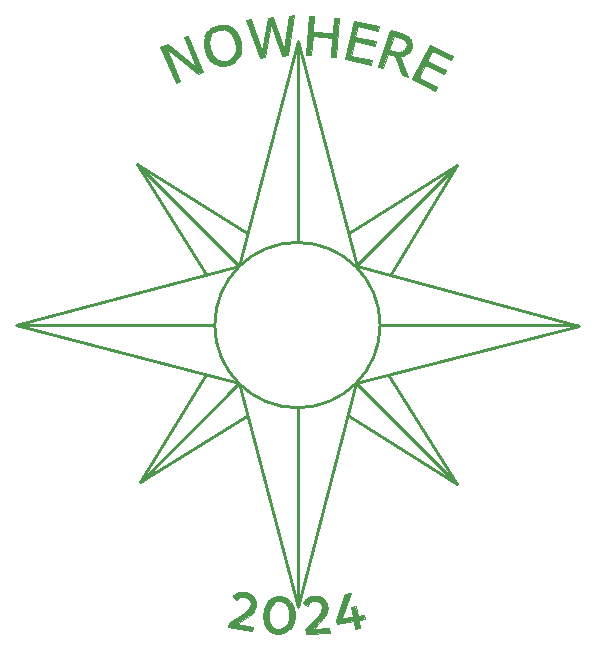
<source format=gto>
G04*
G04 #@! TF.GenerationSoftware,Altium Limited,Altium Designer,21.8.1 (53)*
G04*
G04 Layer_Color=65535*
%FSLAX25Y25*%
%MOIN*%
G70*
G04*
G04 #@! TF.SameCoordinates,2A3705A3-5D1E-4C85-BF93-37B68EBEE7C7*
G04*
G04*
G04 #@! TF.FilePolarity,Positive*
G04*
G01*
G75*
%ADD10C,0.00050*%
%ADD11C,0.01000*%
G36*
X168106Y260034D02*
X167779Y258525D01*
X161032Y259983D01*
X160277Y256486D01*
X167025Y255029D01*
X166698Y253521D01*
X159951Y254978D01*
X158926Y250238D01*
X165674Y248781D01*
X165348Y247272D01*
X156894Y249099D01*
X159652Y261860D01*
X168106Y260034D01*
D02*
G37*
G36*
X116131Y260454D02*
X116196Y260453D01*
X116263Y260452D01*
X116333Y260449D01*
X116407Y260446D01*
X116483Y260441D01*
X116564Y260435D01*
X116650Y260427D01*
X116739Y260418D01*
X116752Y260417D01*
X116776Y260414D01*
X116800Y260411D01*
X116824Y260408D01*
X116836Y260406D01*
X116836Y260406D01*
X116851Y260404D01*
X116916Y260395D01*
X116978Y260386D01*
X117042Y260375D01*
X117108Y260364D01*
X117176Y260351D01*
X117246Y260337D01*
X117318Y260322D01*
X117395Y260305D01*
X117475Y260286D01*
X117559Y260264D01*
X117650Y260239D01*
X117662Y260236D01*
X117687Y260229D01*
X117711Y260221D01*
X117736Y260214D01*
X117762Y260206D01*
X117789Y260198D01*
X117816Y260189D01*
X117843Y260180D01*
X117857Y260176D01*
X117873Y260171D01*
X117905Y260160D01*
X117937Y260149D01*
X117968Y260138D01*
X118004Y260125D01*
X118044Y260110D01*
X118083Y260096D01*
X118123Y260081D01*
X118176Y260060D01*
X118242Y260033D01*
X118307Y260004D01*
X118373Y259976D01*
X118477Y259927D01*
X118529Y259901D01*
X118965Y259660D01*
Y259660D01*
X118965Y259660D01*
X119358Y259388D01*
X119375Y259375D01*
X119400Y259356D01*
X119423Y259338D01*
X119445Y259321D01*
X119466Y259303D01*
X119488Y259286D01*
X119508Y259269D01*
X119527Y259254D01*
X119546Y259238D01*
X119565Y259222D01*
X119575Y259214D01*
X119936Y258880D01*
X119982Y258834D01*
X120029Y258785D01*
X120073Y258738D01*
X120117Y258690D01*
X120159Y258644D01*
X120201Y258596D01*
X120240Y258550D01*
X120278Y258506D01*
X120316Y258461D01*
X120353Y258415D01*
X120388Y258371D01*
X120423Y258327D01*
X120457Y258284D01*
X120490Y258241D01*
X120522Y258197D01*
X120555Y258153D01*
X120586Y258110D01*
X120616Y258067D01*
X120647Y258024D01*
X120677Y257981D01*
X120705Y257939D01*
X120733Y257897D01*
X120762Y257854D01*
X120763Y257852D01*
X120800Y257796D01*
X120834Y257741D01*
X120869Y257686D01*
X120901Y257633D01*
X120933Y257579D01*
X120964Y257527D01*
X120994Y257475D01*
X121024Y257422D01*
X121052Y257371D01*
X121080Y257320D01*
X121108Y257269D01*
X121135Y257217D01*
X121161Y257167D01*
X121186Y257117D01*
X121212Y257066D01*
X121237Y257015D01*
X121261Y256964D01*
X121286Y256913D01*
X121309Y256863D01*
X121332Y256814D01*
X121354Y256764D01*
X121376Y256714D01*
X121398Y256663D01*
X121420Y256612D01*
X121442Y256561D01*
X121462Y256512D01*
X121482Y256463D01*
X121502Y256414D01*
X121521Y256364D01*
X121541Y256314D01*
X121560Y256264D01*
X121579Y256214D01*
X121598Y256163D01*
X121616Y256112D01*
X121634Y256061D01*
X121653Y256009D01*
X121669Y255960D01*
X121686Y255911D01*
X121703Y255861D01*
X121719Y255811D01*
X121735Y255761D01*
X121751Y255711D01*
X121767Y255661D01*
X121782Y255610D01*
X121798Y255559D01*
X121813Y255507D01*
X121828Y255456D01*
X121843Y255404D01*
X121857Y255352D01*
X121872Y255300D01*
X121886Y255247D01*
X121900Y255194D01*
X121906Y255169D01*
X121921Y255113D01*
X121934Y255061D01*
X121948Y255008D01*
X121961Y254955D01*
X121973Y254903D01*
X121985Y254850D01*
X121997Y254798D01*
X122009Y254746D01*
X122021Y254694D01*
X122032Y254642D01*
X122043Y254591D01*
X122053Y254539D01*
X122063Y254487D01*
X122073Y254436D01*
X122083Y254385D01*
X122092Y254334D01*
X122101Y254283D01*
X122110Y254229D01*
X122119Y254175D01*
X122128Y254122D01*
X122136Y254068D01*
X122144Y254015D01*
X122152Y253962D01*
X122159Y253909D01*
X122166Y253856D01*
X122173Y253803D01*
X122179Y253751D01*
X122185Y253695D01*
X122191Y253640D01*
X122197Y253585D01*
X122202Y253530D01*
X122207Y253475D01*
X122211Y253421D01*
X122215Y253364D01*
X122219Y253307D01*
X122223Y253250D01*
X122226Y253193D01*
X122229Y253136D01*
X122231Y253077D01*
X122233Y253018D01*
X122234Y252959D01*
X122235Y252900D01*
X122236Y252839D01*
X122236Y252778D01*
X122235Y252717D01*
X122234Y252654D01*
X122233Y252591D01*
X122231Y252525D01*
X122228Y252460D01*
X122225Y252392D01*
X122221Y252324D01*
X122216Y252265D01*
X122213Y252217D01*
X122209Y252171D01*
X122205Y252126D01*
X122201Y252081D01*
X122196Y252036D01*
X122191Y251991D01*
X122186Y251947D01*
X122181Y251902D01*
X122175Y251856D01*
X122169Y251809D01*
X122162Y251763D01*
X122155Y251717D01*
X122148Y251671D01*
X122141Y251625D01*
X122133Y251577D01*
X122125Y251530D01*
X122116Y251482D01*
X122107Y251435D01*
X122097Y251388D01*
X122087Y251338D01*
X122077Y251289D01*
X122066Y251241D01*
X122054Y251190D01*
X122042Y251139D01*
X122029Y251089D01*
X122015Y251036D01*
X122001Y250984D01*
X121986Y250930D01*
X121970Y250876D01*
X121953Y250820D01*
X121935Y250763D01*
X121917Y250705D01*
X121897Y250646D01*
X121875Y250585D01*
X121853Y250522D01*
X121828Y250458D01*
X121801Y250390D01*
X121773Y250320D01*
X121771Y250316D01*
X121588Y249930D01*
X121479Y249737D01*
X121358Y249530D01*
X121243Y249361D01*
X121110Y249168D01*
D01*
X120818Y248817D01*
X120558Y248554D01*
X120471Y248467D01*
X120470Y248466D01*
X120087Y248149D01*
X119729Y247899D01*
X119709Y247886D01*
X119656Y247852D01*
X119603Y247820D01*
X119553Y247790D01*
X119501Y247761D01*
X119452Y247732D01*
X119402Y247705D01*
X119354Y247678D01*
X119305Y247653D01*
X119258Y247628D01*
X119211Y247604D01*
X119164Y247580D01*
X119118Y247558D01*
X119072Y247536D01*
X119026Y247514D01*
X118980Y247493D01*
X118935Y247472D01*
X118890Y247452D01*
X118845Y247433D01*
X118800Y247413D01*
X118754Y247394D01*
X118710Y247376D01*
X118667Y247359D01*
X118622Y247341D01*
X118578Y247324D01*
X118533Y247307D01*
X118488Y247290D01*
X118443Y247274D01*
X118400Y247258D01*
X118357Y247243D01*
X118313Y247228D01*
X118270Y247214D01*
X118226Y247199D01*
X118182Y247185D01*
X118137Y247170D01*
X118093Y247157D01*
X118048Y247143D01*
X118003Y247129D01*
X117957Y247116D01*
X117914Y247104D01*
X117871Y247091D01*
X117828Y247079D01*
X117784Y247068D01*
X117741Y247056D01*
X117724Y247052D01*
X117671Y247038D01*
X117620Y247025D01*
X117569Y247013D01*
X117519Y247001D01*
X117469Y246989D01*
X117415Y246977D01*
X117363Y246966D01*
X117310Y246954D01*
X117257Y246944D01*
X117205Y246934D01*
X117150Y246923D01*
X117095Y246913D01*
X117040Y246904D01*
X116982Y246894D01*
X116925Y246885D01*
X116868Y246877D01*
X116808Y246869D01*
X116749Y246861D01*
X116690Y246853D01*
X116628Y246847D01*
X116566Y246840D01*
X116502Y246834D01*
X116438Y246829D01*
X116372Y246824D01*
X116304Y246819D01*
X116233Y246815D01*
X116159Y246812D01*
X116084Y246810D01*
X116006Y246808D01*
X115926Y246808D01*
X115841Y246808D01*
X115751Y246810D01*
X115660Y246814D01*
X115177Y246855D01*
X114710Y246934D01*
X114681Y246940D01*
X114597Y246959D01*
X114508Y246981D01*
X114496Y246984D01*
X114471Y246990D01*
X114447Y246996D01*
X114424Y247003D01*
X114398Y247010D01*
X114372Y247017D01*
X114345Y247025D01*
X114318Y247033D01*
X114290Y247041D01*
X114259Y247051D01*
X114228Y247060D01*
X114197Y247070D01*
X114163Y247081D01*
X114124Y247094D01*
X114086Y247107D01*
X114048Y247120D01*
X113999Y247138D01*
X113940Y247160D01*
X113882Y247182D01*
X113823Y247206D01*
X113713Y247252D01*
X113553Y247325D01*
X113395Y247404D01*
X113241Y247488D01*
X113165Y247533D01*
X113148Y247543D01*
X113113Y247564D01*
X113078Y247585D01*
X113044Y247606D01*
X113027Y247617D01*
X112978Y247649D01*
X112960Y247660D01*
X112939Y247674D01*
X112555Y247953D01*
X112555D01*
X112188Y248273D01*
X112143Y248316D01*
X112096Y248363D01*
X112051Y248408D01*
X112008Y248452D01*
X111966Y248497D01*
X111925Y248540D01*
X111885Y248584D01*
X111847Y248627D01*
X111809Y248670D01*
X111773Y248712D01*
X111737Y248754D01*
X111703Y248795D01*
X111669Y248836D01*
X111635Y248878D01*
X111603Y248918D01*
X111572Y248958D01*
X111541Y248999D01*
X111509Y249040D01*
X111480Y249080D01*
X111451Y249119D01*
X111422Y249160D01*
X111393Y249200D01*
X111364Y249241D01*
X111337Y249280D01*
X111310Y249319D01*
X111284Y249359D01*
X111256Y249401D01*
X111221Y249455D01*
X111189Y249504D01*
X111158Y249554D01*
X111126Y249605D01*
X111097Y249654D01*
X111068Y249703D01*
X111039Y249752D01*
X111012Y249800D01*
X110985Y249847D01*
X110958Y249896D01*
X110932Y249944D01*
X110905Y249993D01*
X110881Y250040D01*
X110856Y250087D01*
X110832Y250135D01*
X110808Y250183D01*
X110784Y250231D01*
X110761Y250279D01*
X110739Y250325D01*
X110717Y250372D01*
X110695Y250419D01*
X110674Y250466D01*
X110653Y250513D01*
X110632Y250561D01*
X110611Y250609D01*
X110590Y250657D01*
X110571Y250703D01*
X110552Y250749D01*
X110533Y250796D01*
X110515Y250842D01*
X110496Y250889D01*
X110478Y250937D01*
X110460Y250984D01*
X110442Y251032D01*
X110424Y251080D01*
X110407Y251128D01*
X110389Y251177D01*
X110372Y251225D01*
X110355Y251275D01*
X110338Y251324D01*
X110323Y251371D01*
X110307Y251417D01*
X110292Y251465D01*
X110277Y251512D01*
X110262Y251560D01*
X110247Y251607D01*
X110232Y251656D01*
X110218Y251704D01*
X110204Y251752D01*
X110190Y251801D01*
X110176Y251850D01*
X110162Y251899D01*
X110148Y251949D01*
X110135Y251999D01*
X110122Y252048D01*
X110112Y252083D01*
X110099Y252135D01*
X110086Y252185D01*
X110074Y252234D01*
X110061Y252286D01*
X110049Y252338D01*
X110037Y252390D01*
X110025Y252442D01*
X110013Y252493D01*
X110002Y252544D01*
X109991Y252596D01*
X109980Y252647D01*
X109969Y252698D01*
X109959Y252749D01*
X109949Y252800D01*
X109940Y252851D01*
X109930Y252902D01*
X109921Y252952D01*
X109912Y253002D01*
X109904Y253053D01*
X109896Y253103D01*
X109888Y253153D01*
X109879Y253205D01*
X109872Y253258D01*
X109864Y253311D01*
X109857Y253363D01*
X109850Y253415D01*
X109844Y253467D01*
X109837Y253520D01*
X109832Y253571D01*
X109826Y253623D01*
X109821Y253678D01*
X109815Y253732D01*
X109811Y253786D01*
X109806Y253840D01*
X109802Y253894D01*
X109798Y253947D01*
X109795Y254001D01*
X109792Y254057D01*
X109789Y254113D01*
X109787Y254169D01*
X109785Y254224D01*
X109783Y254280D01*
X109782Y254338D01*
X109781Y254396D01*
X109781Y254454D01*
X109781Y254461D01*
X109781Y254475D01*
X109781Y254490D01*
X109781Y254504D01*
X109781Y254511D01*
X109781Y254511D01*
X109781Y254571D01*
X109782Y254631D01*
X109784Y254691D01*
X109786Y254753D01*
X109788Y254815D01*
X109792Y254879D01*
X109795Y254943D01*
X109796Y254959D01*
X109800Y255015D01*
X109804Y255068D01*
X109809Y255121D01*
X109814Y255173D01*
X109819Y255228D01*
X109825Y255283D01*
X109832Y255338D01*
X109839Y255395D01*
X109846Y255452D01*
X109854Y255508D01*
X109863Y255567D01*
X109872Y255625D01*
X109883Y255686D01*
X109894Y255747D01*
X109905Y255809D01*
X109918Y255874D01*
X109932Y255938D01*
X109947Y256005D01*
X109962Y256074D01*
X109980Y256144D01*
X109999Y256217D01*
X110020Y256294D01*
X110042Y256373D01*
X110067Y256456D01*
X110096Y256545D01*
X110099Y256557D01*
X110108Y256581D01*
X110116Y256605D01*
X110124Y256629D01*
X110128Y256641D01*
X110132Y256654D01*
X110142Y256680D01*
X110151Y256706D01*
X110160Y256732D01*
X110170Y256760D01*
X110181Y256789D01*
X110193Y256818D01*
X110204Y256847D01*
X110216Y256879D01*
X110230Y256914D01*
X110244Y256948D01*
X110259Y256982D01*
X110276Y257023D01*
X110296Y257068D01*
X110316Y257114D01*
X110337Y257159D01*
X110359Y257206D01*
X110381Y257253D01*
X110405Y257301D01*
X110429Y257348D01*
X110441Y257371D01*
X110458Y257405D01*
X110495Y257473D01*
X110532Y257540D01*
X110571Y257607D01*
X110623Y257693D01*
X110689Y257798D01*
X110759Y257900D01*
X110831Y258001D01*
X110880Y258067D01*
X110904Y258099D01*
X110929Y258130D01*
X110954Y258162D01*
X110966Y258177D01*
X110976Y258190D01*
X110996Y258214D01*
X111016Y258238D01*
X111036Y258262D01*
X111055Y258284D01*
X111072Y258305D01*
X111090Y258325D01*
X111107Y258345D01*
X111116Y258355D01*
D01*
X111464Y258711D01*
X111498Y258744D01*
X111546Y258787D01*
X111593Y258828D01*
X111639Y258868D01*
X111683Y258905D01*
X111726Y258941D01*
X111769Y258976D01*
X111811Y259010D01*
X111854Y259043D01*
X111895Y259074D01*
X111936Y259105D01*
X111972Y259132D01*
X111998Y259151D01*
X112052Y259190D01*
X112106Y259227D01*
X112160Y259264D01*
X112206Y259295D01*
X112244Y259320D01*
X112282Y259345D01*
X112320Y259370D01*
X112355Y259392D01*
X112387Y259411D01*
X112419Y259431D01*
X112451Y259450D01*
X112467Y259460D01*
X112481Y259468D01*
X112509Y259485D01*
X112537Y259501D01*
X112565Y259517D01*
X112579Y259525D01*
X112592Y259532D01*
X112618Y259547D01*
X112644Y259561D01*
X112669Y259576D01*
X112682Y259583D01*
Y259583D01*
X112778Y259634D01*
X112868Y259680D01*
X112954Y259722D01*
X113037Y259762D01*
X113116Y259798D01*
X113193Y259832D01*
X113266Y259864D01*
X113338Y259894D01*
X113407Y259922D01*
X113477Y259949D01*
X113546Y259975D01*
X113612Y259999D01*
X113679Y260023D01*
X113743Y260046D01*
X113806Y260067D01*
X113869Y260087D01*
X113932Y260107D01*
X113993Y260126D01*
X114055Y260145D01*
X114114Y260162D01*
X114174Y260179D01*
X114234Y260195D01*
X114284Y260208D01*
X114333Y260221D01*
X114379Y260232D01*
X114425Y260244D01*
X114471Y260255D01*
X114517Y260266D01*
X114563Y260276D01*
X114609Y260286D01*
X114654Y260296D01*
X114700Y260306D01*
X114748Y260315D01*
X114796Y260325D01*
X114844Y260334D01*
X114892Y260343D01*
X114939Y260351D01*
X114987Y260360D01*
X115034Y260367D01*
X115084Y260375D01*
X115134Y260383D01*
X115184Y260390D01*
X115234Y260397D01*
X115283Y260403D01*
X115335Y260409D01*
X115387Y260415D01*
X115439Y260421D01*
X115491Y260426D01*
X115545Y260431D01*
X115599Y260435D01*
X115653Y260439D01*
X115709Y260443D01*
X115765Y260446D01*
X115824Y260449D01*
X115882Y260451D01*
X115943Y260453D01*
X116003Y260454D01*
X116066Y260454D01*
X116131Y260454D01*
D02*
G37*
G36*
X137631Y250340D02*
X135672Y250173D01*
X132004Y260737D01*
X130234Y249711D01*
X128319Y249548D01*
X123752Y262264D01*
X125536Y262414D01*
X129205Y251833D01*
X130991Y262878D01*
X132757Y263029D01*
X136417Y252339D01*
X138222Y263492D01*
X139925Y263637D01*
X137631Y250340D01*
D02*
G37*
G36*
X146585Y263301D02*
X146176Y258196D01*
X152706Y257671D01*
X153115Y262777D01*
X154856Y262637D01*
X153811Y249623D01*
X152070Y249763D01*
X152582Y256133D01*
X146052Y256658D01*
X145542Y250286D01*
X143801Y250426D01*
X144844Y263440D01*
X146585Y263301D01*
D02*
G37*
G36*
X192661Y250032D02*
X191962Y248656D01*
X185807Y251781D01*
X184186Y248591D01*
X190341Y245465D01*
X189644Y244090D01*
X183489Y247215D01*
X181293Y242891D01*
X187448Y239766D01*
X186750Y238390D01*
X179038Y242305D01*
X184949Y253947D01*
X192661Y250032D01*
D02*
G37*
G36*
X109609Y244950D02*
X107624Y244100D01*
X97304Y252387D01*
X101901Y241649D01*
X100402Y241008D01*
X95263Y253010D01*
X97752Y254076D01*
X107168Y246509D01*
X102971Y256310D01*
X104471Y256952D01*
X109609Y244950D01*
D02*
G37*
G36*
X175477Y257680D02*
X175504Y257670D01*
X175529Y257661D01*
X175553Y257652D01*
X175577Y257644D01*
X175602Y257635D01*
X175624Y257627D01*
X175645Y257619D01*
X175667Y257611D01*
X175689Y257603D01*
X175710Y257595D01*
X175732Y257587D01*
X175753Y257579D01*
X175775Y257571D01*
X175796Y257563D01*
X175817Y257555D01*
X175838Y257547D01*
X175859Y257539D01*
X175880Y257531D01*
X175900Y257523D01*
X175921Y257515D01*
X175942Y257507D01*
X175962Y257499D01*
X175983Y257491D01*
X176003Y257483D01*
X176024Y257475D01*
X176044Y257467D01*
X176064Y257459D01*
X176084Y257451D01*
X176104Y257443D01*
X176124Y257435D01*
X176144Y257427D01*
X176163Y257419D01*
X176183Y257411D01*
X176202Y257403D01*
X176222Y257395D01*
X176241Y257386D01*
X176260Y257379D01*
X176280Y257370D01*
X176297Y257363D01*
X176314Y257356D01*
X176331Y257349D01*
X176348Y257341D01*
X176365Y257334D01*
X176382Y257327D01*
X176399Y257320D01*
X176415Y257312D01*
X176432Y257305D01*
X176449Y257298D01*
X176465Y257291D01*
X176481Y257283D01*
X176498Y257276D01*
X176514Y257269D01*
X176530Y257261D01*
X176547Y257254D01*
X176563Y257247D01*
X176579Y257240D01*
X176595Y257232D01*
X176611Y257225D01*
X176626Y257218D01*
X176642Y257210D01*
X176658Y257203D01*
X176673Y257196D01*
X176689Y257188D01*
X176704Y257181D01*
X176720Y257174D01*
X176735Y257167D01*
X176751Y257159D01*
X176766Y257152D01*
X176781Y257145D01*
X176796Y257137D01*
X176811Y257130D01*
X176826Y257123D01*
X176841Y257115D01*
X176855Y257108D01*
X176870Y257101D01*
X176885Y257093D01*
X176899Y257086D01*
X176914Y257079D01*
X176928Y257071D01*
X176941Y257065D01*
X176954Y257058D01*
X176967Y257052D01*
X176979Y257045D01*
X176992Y257039D01*
X177004Y257032D01*
X177017Y257026D01*
X177029Y257019D01*
X177041Y257013D01*
X177054Y257006D01*
X177066Y257000D01*
X177078Y256993D01*
X177090Y256986D01*
X177102Y256980D01*
X177114Y256974D01*
X177126Y256967D01*
X177138Y256960D01*
X177150Y256954D01*
X177162Y256947D01*
X177173Y256941D01*
X177185Y256934D01*
X177197Y256928D01*
X177208Y256921D01*
X177220Y256915D01*
X177231Y256908D01*
X177243Y256901D01*
X177254Y256895D01*
X177266Y256888D01*
X177277Y256882D01*
X177288Y256875D01*
X177295Y256871D01*
X177330Y256851D01*
X177364Y256830D01*
X177398Y256809D01*
X177432Y256787D01*
X177467Y256765D01*
X177501Y256743D01*
X177537Y256719D01*
X177573Y256694D01*
X177609Y256669D01*
X177646Y256643D01*
X177684Y256615D01*
X177723Y256586D01*
X177763Y256556D01*
X177803Y256525D01*
X177844Y256492D01*
X177887Y256457D01*
X177931Y256420D01*
X177977Y256380D01*
X178026Y256336D01*
X178077Y256289D01*
X178077Y256289D01*
X178085Y256282D01*
X178098Y256269D01*
X178112Y256256D01*
X178126Y256242D01*
X178141Y256228D01*
X178156Y256213D01*
X178171Y256198D01*
X178187Y256182D01*
X178194Y256174D01*
X178203Y256165D01*
X178221Y256147D01*
X178238Y256129D01*
X178256Y256110D01*
X178265Y256101D01*
X178276Y256088D01*
X178298Y256064D01*
X178320Y256040D01*
X178342Y256015D01*
X178366Y255987D01*
X178393Y255956D01*
X178419Y255925D01*
X178445Y255893D01*
X178457Y255877D01*
X178480Y255848D01*
X178501Y255820D01*
X178524Y255791D01*
X178545Y255761D01*
X178568Y255730D01*
X178590Y255699D01*
X178612Y255667D01*
X178635Y255633D01*
X178658Y255599D01*
X178681Y255563D01*
X178704Y255526D01*
X178728Y255487D01*
X178752Y255445D01*
X178778Y255401D01*
X178804Y255353D01*
X178831Y255302D01*
X178831Y255302D01*
X178835Y255295D01*
X178842Y255281D01*
X178849Y255266D01*
X178856Y255252D01*
X178864Y255237D01*
X178872Y255221D01*
X178879Y255205D01*
X178887Y255189D01*
X178891Y255181D01*
X178895Y255171D01*
X178904Y255153D01*
X178912Y255134D01*
X178920Y255115D01*
X178930Y255094D01*
X178940Y255070D01*
X178950Y255047D01*
X178959Y255023D01*
X178972Y254991D01*
X178987Y254952D01*
X179002Y254912D01*
X179016Y254872D01*
X179039Y254803D01*
X179069Y254705D01*
X179095Y254606D01*
X179119Y254506D01*
X179129Y254456D01*
X179131Y254442D01*
X179139Y254401D01*
X179145Y254364D01*
X179150Y254329D01*
X179155Y254296D01*
X179159Y254264D01*
X179162Y254234D01*
X179165Y254203D01*
X179167Y254174D01*
X179170Y254146D01*
X179171Y254119D01*
X179173Y254093D01*
X179174Y254066D01*
X179175Y254040D01*
X179175Y254015D01*
X179176Y253990D01*
X179176Y253965D01*
X179176Y253941D01*
X179176Y253918D01*
X179175Y253894D01*
X179175Y253871D01*
X179174Y253847D01*
X179173Y253825D01*
X179172Y253802D01*
X179171Y253780D01*
X179169Y253758D01*
X179168Y253735D01*
X179166Y253713D01*
X179164Y253690D01*
X179162Y253669D01*
X179160Y253648D01*
X179158Y253627D01*
X179155Y253606D01*
X179153Y253585D01*
X179150Y253564D01*
X179147Y253543D01*
X179144Y253521D01*
X179141Y253500D01*
X179138Y253479D01*
X179135Y253459D01*
X179132Y253439D01*
X179128Y253419D01*
X179125Y253399D01*
X179121Y253380D01*
X179118Y253360D01*
X179114Y253340D01*
X179110Y253320D01*
X179106Y253299D01*
X179102Y253279D01*
X179097Y253259D01*
X179093Y253239D01*
X179088Y253218D01*
X179084Y253198D01*
X179079Y253178D01*
X179074Y253157D01*
X179069Y253137D01*
X179064Y253116D01*
X179059Y253095D01*
X179053Y253075D01*
X179048Y253054D01*
X179042Y253033D01*
X179036Y253012D01*
X179031Y252993D01*
X179026Y252975D01*
X179020Y252955D01*
X179014Y252936D01*
X179009Y252917D01*
X179003Y252898D01*
X178997Y252879D01*
X178991Y252859D01*
X178985Y252840D01*
X178979Y252821D01*
X178972Y252801D01*
X178966Y252782D01*
X178959Y252763D01*
X178953Y252743D01*
X178946Y252723D01*
X178939Y252704D01*
X178932Y252684D01*
X178921Y252652D01*
X178910Y252623D01*
X178899Y252594D01*
X178888Y252566D01*
X178877Y252537D01*
X178866Y252509D01*
X178855Y252481D01*
X178844Y252453D01*
X178832Y252425D01*
X178821Y252397D01*
X178809Y252370D01*
X178797Y252342D01*
X178785Y252315D01*
X178773Y252288D01*
X178760Y252259D01*
X178746Y252230D01*
X178733Y252201D01*
X178719Y252172D01*
X178705Y252143D01*
X178691Y252115D01*
X178677Y252087D01*
X178662Y252059D01*
X178647Y252029D01*
X178631Y251999D01*
X178615Y251970D01*
X178598Y251940D01*
X178582Y251911D01*
X178565Y251882D01*
X178547Y251851D01*
X178529Y251820D01*
X178510Y251790D01*
X178492Y251760D01*
X178472Y251728D01*
X178451Y251696D01*
X178430Y251665D01*
X178408Y251632D01*
X178385Y251599D01*
X178361Y251565D01*
X178336Y251531D01*
X178310Y251495D01*
X178282Y251458D01*
X178251Y251419D01*
X178219Y251379D01*
X178185Y251338D01*
X178149Y251295D01*
X178109Y251250D01*
X178103Y251244D01*
X178092Y251232D01*
X178081Y251219D01*
X178069Y251207D01*
X178057Y251194D01*
X178044Y251180D01*
X178031Y251167D01*
X178018Y251153D01*
X178004Y251139D01*
X177989Y251123D01*
X177973Y251108D01*
X177957Y251092D01*
X177949Y251084D01*
X177939Y251074D01*
X177918Y251055D01*
X177898Y251035D01*
X177876Y251016D01*
X177866Y251006D01*
X177819Y250964D01*
X177723Y250883D01*
X177623Y250805D01*
X177521Y250732D01*
X177469Y250697D01*
X177397Y250650D01*
X177250Y250561D01*
X177099Y250479D01*
X176945Y250403D01*
X176853Y250363D01*
X176827Y250352D01*
X176800Y250341D01*
X176774Y250330D01*
X176761Y250324D01*
X176750Y250320D01*
X176727Y250311D01*
X176705Y250302D01*
X176682Y250293D01*
X176661Y250286D01*
X176642Y250278D01*
X176622Y250271D01*
X176602Y250264D01*
X176583Y250257D01*
X176566Y250251D01*
X176548Y250245D01*
X176530Y250239D01*
X176521Y250236D01*
X176455Y250215D01*
X176392Y250195D01*
X176333Y250178D01*
X176277Y250163D01*
X176222Y250148D01*
X176170Y250135D01*
X176119Y250124D01*
X176068Y250112D01*
X176019Y250102D01*
X175973Y250093D01*
X175926Y250084D01*
X175882Y250076D01*
X175837Y250068D01*
X175792Y250061D01*
X175749Y250055D01*
X175706Y250049D01*
X175663Y250043D01*
X175622Y250038D01*
X175136Y250003D01*
X175284Y249623D01*
X175326Y249516D01*
X177660Y243532D01*
X177312Y243173D01*
X175743Y243730D01*
X173343Y250092D01*
X171025Y250915D01*
X169407Y246356D01*
X168955Y246142D01*
X167643Y246608D01*
X171895Y258577D01*
X172346Y258792D01*
X175477Y257680D01*
D02*
G37*
G36*
X123293Y71399D02*
D01*
X123786Y71332D01*
X123844Y71321D01*
X123904Y71310D01*
X123963Y71297D01*
X124022Y71284D01*
X124081Y71270D01*
X124139Y71255D01*
X124197Y71240D01*
X124255Y71224D01*
X124312Y71208D01*
X124368Y71191D01*
X124424Y71173D01*
X124480Y71154D01*
X124535Y71136D01*
X124590Y71116D01*
X124651Y71094D01*
X124710Y71070D01*
X124770Y71046D01*
X124828Y71022D01*
X124887Y70996D01*
X124944Y70970D01*
X125001Y70943D01*
X125057Y70915D01*
X125113Y70887D01*
X125115Y70886D01*
X125516Y70648D01*
D01*
X125895Y70355D01*
X125903Y70348D01*
X125921Y70332D01*
X125939Y70316D01*
X125957Y70300D01*
X125975Y70283D01*
X125994Y70266D01*
X126012Y70248D01*
X126030Y70230D01*
X126049Y70211D01*
X126070Y70191D01*
X126090Y70171D01*
X126109Y70151D01*
X126130Y70129D01*
X126153Y70105D01*
X126175Y70081D01*
X126197Y70057D01*
X126222Y70029D01*
X126249Y69997D01*
X126276Y69965D01*
X126303Y69933D01*
X126316Y69917D01*
X126339Y69888D01*
X126385Y69829D01*
X126429Y69769D01*
X126472Y69708D01*
X126529Y69623D01*
X126598Y69512D01*
X126663Y69399D01*
X126723Y69283D01*
X126760Y69206D01*
X126776Y69170D01*
X126792Y69134D01*
X126808Y69098D01*
X126822Y69065D01*
X126833Y69037D01*
X126845Y69008D01*
X126856Y68980D01*
X126861Y68966D01*
X126866Y68953D01*
X126875Y68929D01*
X126884Y68904D01*
X126893Y68879D01*
X126899Y68861D01*
X127020Y68419D01*
X127023Y68407D01*
X127023Y68407D01*
X127091Y67949D01*
X127092Y67935D01*
X127096Y67882D01*
X127100Y67828D01*
X127102Y67774D01*
X127104Y67720D01*
X127106Y67672D01*
X127107Y67624D01*
X127107Y67575D01*
X127107Y67527D01*
X127106Y67478D01*
X127105Y67429D01*
X127103Y67379D01*
X127101Y67330D01*
X127098Y67280D01*
X127095Y67230D01*
X127091Y67187D01*
X127088Y67144D01*
X127084Y67100D01*
X127079Y67057D01*
X127074Y67013D01*
X127069Y66969D01*
X127063Y66925D01*
X127057Y66881D01*
X127050Y66836D01*
X127043Y66791D01*
X127036Y66747D01*
X127028Y66702D01*
X127024Y66679D01*
X127020Y66654D01*
X127016Y66633D01*
X127012Y66613D01*
X127008Y66592D01*
X127004Y66571D01*
X127000Y66551D01*
X126995Y66531D01*
X126991Y66510D01*
X126987Y66490D01*
X126981Y66466D01*
X126976Y66442D01*
X126970Y66418D01*
X126965Y66394D01*
X126959Y66371D01*
X126953Y66347D01*
X126947Y66324D01*
X126941Y66300D01*
X126935Y66277D01*
X126929Y66254D01*
X126921Y66227D01*
X126914Y66200D01*
X126906Y66174D01*
X126898Y66147D01*
X126890Y66121D01*
X126882Y66095D01*
X126873Y66065D01*
X126863Y66036D01*
X126853Y66006D01*
X126842Y65974D01*
X126836Y65958D01*
X126667Y65555D01*
X126554Y65354D01*
X126436Y65149D01*
X126170Y64786D01*
X126153Y64765D01*
X126136Y64745D01*
X126119Y64724D01*
X126103Y64707D01*
X126088Y64689D01*
X126073Y64672D01*
X126058Y64655D01*
X126042Y64637D01*
X126026Y64620D01*
X126011Y64603D01*
X125995Y64586D01*
X125979Y64568D01*
X125965Y64554D01*
X125952Y64540D01*
X125938Y64526D01*
X125924Y64511D01*
X125910Y64497D01*
X125897Y64483D01*
X125883Y64469D01*
X125869Y64454D01*
X125854Y64440D01*
X125840Y64426D01*
X125826Y64412D01*
X125811Y64398D01*
X125797Y64384D01*
X125782Y64370D01*
X125768Y64355D01*
X125753Y64341D01*
X125738Y64327D01*
X125723Y64313D01*
X125711Y64302D01*
X125699Y64291D01*
X125687Y64280D01*
X125674Y64268D01*
X125662Y64257D01*
X125650Y64246D01*
X125637Y64235D01*
X125625Y64223D01*
X125612Y64212D01*
X125600Y64201D01*
X125587Y64190D01*
X125575Y64179D01*
X125562Y64168D01*
X125549Y64156D01*
X125536Y64145D01*
X125523Y64134D01*
X125510Y64123D01*
X125497Y64112D01*
X125484Y64100D01*
X125471Y64089D01*
X125458Y64078D01*
X125444Y64067D01*
X125431Y64056D01*
X125418Y64045D01*
X125404Y64034D01*
X125391Y64022D01*
X125377Y64011D01*
X125363Y64000D01*
X125350Y63989D01*
X125336Y63978D01*
X125322Y63967D01*
X125308Y63955D01*
X125294Y63944D01*
X125280Y63933D01*
X125266Y63922D01*
X125252Y63911D01*
X125238Y63899D01*
X125224Y63888D01*
X125209Y63877D01*
X125195Y63866D01*
X125180Y63855D01*
X125166Y63844D01*
X125152Y63832D01*
X125141Y63824D01*
X125129Y63815D01*
X125119Y63807D01*
X125108Y63799D01*
X125096Y63790D01*
X125085Y63782D01*
X125074Y63773D01*
X125063Y63765D01*
X125052Y63756D01*
X125029Y63740D01*
X125018Y63731D01*
X125006Y63723D01*
X124984Y63706D01*
X124960Y63689D01*
X124949Y63680D01*
X124937Y63672D01*
X124926Y63663D01*
X124902Y63646D01*
X124891Y63638D01*
X124879Y63629D01*
X124855Y63612D01*
X124843Y63604D01*
X124831Y63595D01*
X124808Y63578D01*
X124796Y63570D01*
X124784Y63561D01*
X124759Y63544D01*
X124735Y63527D01*
X124723Y63518D01*
X120924Y60856D01*
X126021Y59931D01*
X125733Y58343D01*
X118249Y59700D01*
X117964Y60111D01*
X118135Y61052D01*
X118120Y61073D01*
X123627Y64943D01*
X123641Y64953D01*
X123663Y64968D01*
X123685Y64984D01*
X123707Y64999D01*
X123712Y65003D01*
X123718Y65007D01*
X123734Y65019D01*
X123750Y65030D01*
X123766Y65042D01*
X123782Y65053D01*
X123787Y65057D01*
X123792Y65061D01*
X123803Y65068D01*
X123819Y65079D01*
X123834Y65091D01*
X123855Y65106D01*
X123870Y65117D01*
X123891Y65132D01*
X123906Y65143D01*
X123921Y65154D01*
X123936Y65166D01*
X123946Y65173D01*
X123966Y65188D01*
X123976Y65195D01*
X123990Y65206D01*
X124005Y65217D01*
X124020Y65228D01*
X124034Y65240D01*
X124051Y65252D01*
X124058Y65258D01*
X124072Y65269D01*
X124079Y65274D01*
X124093Y65285D01*
X124108Y65296D01*
X124114Y65302D01*
X124128Y65313D01*
X124142Y65324D01*
X124156Y65334D01*
X124163Y65340D01*
X124176Y65351D01*
X124183Y65356D01*
X124197Y65367D01*
X124203Y65373D01*
X124210Y65378D01*
X124217Y65384D01*
X124223Y65389D01*
X124237Y65400D01*
X124243Y65405D01*
X124250Y65411D01*
X124256Y65416D01*
X124263Y65422D01*
X124269Y65427D01*
X124276Y65433D01*
X124282Y65438D01*
X124289Y65443D01*
X124295Y65449D01*
X124308Y65460D01*
X124320Y65471D01*
X124333Y65482D01*
X124339Y65487D01*
X124346Y65492D01*
X124352Y65498D01*
X124358Y65503D01*
X124371Y65514D01*
X124377Y65520D01*
X124383Y65525D01*
X124389Y65531D01*
X124395Y65536D01*
X124401Y65542D01*
X124413Y65553D01*
X124421Y65560D01*
X124429Y65567D01*
X124437Y65574D01*
X124445Y65582D01*
X124453Y65589D01*
X124460Y65596D01*
X124468Y65604D01*
X124476Y65611D01*
X124484Y65618D01*
X124491Y65626D01*
X124499Y65633D01*
X124507Y65640D01*
X124514Y65648D01*
X124522Y65655D01*
X124529Y65663D01*
X124537Y65670D01*
X124544Y65677D01*
X124551Y65685D01*
X124559Y65692D01*
X124566Y65700D01*
X124573Y65707D01*
X124581Y65715D01*
X124588Y65722D01*
X124595Y65729D01*
X124604Y65739D01*
X124613Y65748D01*
X124621Y65758D01*
X124630Y65767D01*
X124639Y65776D01*
X124648Y65786D01*
X124656Y65795D01*
X124665Y65805D01*
X124673Y65815D01*
X124681Y65824D01*
X124690Y65834D01*
X124700Y65845D01*
X124710Y65857D01*
X124719Y65868D01*
X124729Y65880D01*
X124739Y65891D01*
X124748Y65903D01*
X124759Y65917D01*
X124770Y65931D01*
X124781Y65944D01*
X124792Y65958D01*
X124804Y65974D01*
X124816Y65990D01*
X124829Y66008D01*
X124842Y66026D01*
X124856Y66047D01*
X124872Y66069D01*
X124890Y66096D01*
X124910Y66127D01*
X124914Y66133D01*
X124920Y66144D01*
X124927Y66155D01*
X124934Y66166D01*
X124937Y66172D01*
X124953Y66198D01*
X124984Y66252D01*
X125013Y66306D01*
X125040Y66361D01*
X125053Y66389D01*
X125056Y66394D01*
X125060Y66403D01*
X125064Y66412D01*
X125068Y66422D01*
X125070Y66426D01*
X125070Y66426D01*
X125084Y66457D01*
X125096Y66486D01*
X125105Y66510D01*
X125115Y66534D01*
X125123Y66556D01*
X125131Y66576D01*
X125138Y66596D01*
X125145Y66616D01*
X125151Y66634D01*
X125157Y66651D01*
X125163Y66669D01*
X125169Y66688D01*
X125173Y66703D01*
X125178Y66719D01*
X125183Y66734D01*
X125188Y66750D01*
X125192Y66766D01*
X125197Y66782D01*
X125201Y66799D01*
X125205Y66815D01*
X125209Y66829D01*
X125212Y66842D01*
X125216Y66856D01*
X125219Y66870D01*
X125222Y66884D01*
X125226Y66898D01*
X125229Y66912D01*
X125232Y66926D01*
X125235Y66940D01*
X125238Y66954D01*
X125241Y66969D01*
X125244Y66983D01*
X125247Y66998D01*
X125250Y67012D01*
X125253Y67027D01*
X125256Y67042D01*
X125258Y67054D01*
X125263Y67082D01*
X125267Y67107D01*
X125271Y67132D01*
X125275Y67156D01*
X125278Y67181D01*
X125282Y67205D01*
X125285Y67229D01*
X125288Y67253D01*
X125291Y67277D01*
X125293Y67301D01*
X125295Y67326D01*
X125298Y67349D01*
X125300Y67373D01*
X125302Y67397D01*
X125303Y67421D01*
X125304Y67444D01*
X125306Y67467D01*
X125307Y67491D01*
X125308Y67514D01*
X125308Y67537D01*
X125309Y67561D01*
X125309Y67584D01*
X125309Y67607D01*
X125309Y67629D01*
X125308Y67656D01*
X125308Y67682D01*
X125306Y67709D01*
X125305Y67735D01*
X125304Y67761D01*
X125302Y67787D01*
X125300Y67813D01*
X125298Y67839D01*
X125295Y67864D01*
X125293Y67890D01*
X125289Y67915D01*
X125286Y67940D01*
X125283Y67965D01*
X125278Y67994D01*
X125274Y68022D01*
X125268Y68050D01*
X125263Y68078D01*
X125257Y68106D01*
X125251Y68134D01*
X125244Y68164D01*
X125236Y68195D01*
X125228Y68226D01*
X125220Y68256D01*
X125210Y68289D01*
X125199Y68322D01*
X125198Y68326D01*
X125195Y68335D01*
X125192Y68344D01*
X125189Y68353D01*
X125186Y68362D01*
X125183Y68371D01*
X125180Y68380D01*
X125176Y68389D01*
X125175Y68393D01*
X125173Y68398D01*
X125169Y68408D01*
X125166Y68417D01*
X125162Y68427D01*
X125160Y68432D01*
X125158Y68437D01*
X125154Y68447D01*
X125150Y68458D01*
X125146Y68468D01*
X125144Y68473D01*
X125141Y68478D01*
X125137Y68489D01*
X125132Y68500D01*
X125127Y68511D01*
X125125Y68516D01*
X125122Y68523D01*
X125116Y68535D01*
X125111Y68547D01*
X125105Y68559D01*
X125102Y68566D01*
X125099Y68573D01*
X125091Y68587D01*
X125084Y68602D01*
X125077Y68616D01*
X125073Y68623D01*
X125068Y68632D01*
X125058Y68651D01*
X125048Y68669D01*
X125038Y68687D01*
X125033Y68697D01*
X125004Y68744D01*
X124968Y68799D01*
X124943Y68837D01*
X124943Y68837D01*
X124877Y68925D01*
X124877Y68925D01*
X124805Y69010D01*
X124805Y69010D01*
X124767Y69051D01*
X124762Y69056D01*
X124762Y69057D01*
X124751Y69068D01*
X124750Y69068D01*
X124739Y69080D01*
X124739Y69080D01*
X124728Y69091D01*
X124728Y69091D01*
X124722Y69096D01*
X124722Y69097D01*
X124717Y69101D01*
X124717Y69102D01*
X124708Y69111D01*
X124707Y69111D01*
X124698Y69120D01*
X124697Y69121D01*
X124688Y69129D01*
X124687Y69130D01*
X124683Y69134D01*
X124682Y69135D01*
X124679Y69138D01*
X124678Y69139D01*
X124670Y69146D01*
X124668Y69147D01*
X124661Y69154D01*
X124658Y69157D01*
X124652Y69162D01*
X124649Y69165D01*
X124647Y69166D01*
X124643Y69170D01*
X124635Y69178D01*
X124626Y69185D01*
X124618Y69192D01*
X124613Y69196D01*
X124609Y69199D01*
X124602Y69206D01*
X124594Y69212D01*
X124586Y69219D01*
X124582Y69222D01*
X124578Y69225D01*
X124571Y69231D01*
X124563Y69237D01*
X124556Y69243D01*
X124552Y69246D01*
X124548Y69249D01*
X124540Y69254D01*
X124533Y69260D01*
X124529Y69263D01*
X124521Y69269D01*
X124493Y69290D01*
X124465Y69310D01*
X124464Y69310D01*
X124439Y69328D01*
X124438Y69328D01*
X124412Y69345D01*
X124412Y69346D01*
X124385Y69363D01*
X124385Y69363D01*
X124361Y69378D01*
X124361Y69378D01*
X124336Y69393D01*
X124336Y69393D01*
X124311Y69408D01*
X124311Y69408D01*
X124286Y69422D01*
X124286Y69422D01*
X124261Y69436D01*
X124260Y69436D01*
X124238Y69448D01*
X124238Y69448D01*
X124215Y69460D01*
X124215Y69460D01*
X124192Y69472D01*
X124192Y69472D01*
X124169Y69484D01*
X124169Y69484D01*
X124146Y69495D01*
X124146Y69495D01*
X124122Y69506D01*
X124122Y69506D01*
X124117Y69508D01*
X124098Y69517D01*
X124074Y69528D01*
X124050Y69538D01*
X124025Y69548D01*
X124004Y69557D01*
X123983Y69565D01*
X123961Y69574D01*
X123939Y69582D01*
X123917Y69590D01*
X123895Y69598D01*
X123873Y69606D01*
X123851Y69613D01*
X123828Y69621D01*
X123806Y69628D01*
X123783Y69635D01*
X123760Y69642D01*
X123737Y69649D01*
X123713Y69655D01*
X123690Y69662D01*
X123673Y69666D01*
X123666Y69668D01*
X123666Y69668D01*
X123642Y69674D01*
X123642Y69674D01*
X123618Y69680D01*
X123618Y69680D01*
X123594Y69686D01*
X123594Y69686D01*
X123570Y69691D01*
X123570Y69691D01*
X123546Y69697D01*
X123545Y69697D01*
X123521Y69702D01*
X123521Y69702D01*
X123496Y69707D01*
X123496Y69707D01*
X123471Y69712D01*
X123471Y69712D01*
X123446Y69717D01*
X123446Y69717D01*
X123429Y69720D01*
X123429Y69720D01*
X123377Y69729D01*
X123376Y69729D01*
X123324Y69737D01*
X123324Y69737D01*
X123317Y69738D01*
X123316Y69739D01*
X123303Y69740D01*
X123302Y69740D01*
X123289Y69742D01*
X123288Y69742D01*
X123275Y69744D01*
X123274Y69744D01*
X123268Y69745D01*
X123267Y69745D01*
X123261Y69746D01*
X123259Y69746D01*
X123246Y69748D01*
X123244Y69748D01*
X123231Y69750D01*
X123227Y69750D01*
X123217Y69751D01*
X123209Y69752D01*
X123209Y69752D01*
X123209Y69752D01*
X123202Y69753D01*
X123190Y69754D01*
X123186Y69755D01*
X123172Y69756D01*
X123170Y69756D01*
X123156Y69757D01*
X123155Y69758D01*
X123148Y69758D01*
X123147Y69758D01*
X123140Y69759D01*
X123139Y69759D01*
X123124Y69760D01*
X123123Y69760D01*
X123107Y69762D01*
X123107Y69762D01*
X123091Y69763D01*
X123090Y69763D01*
X123083Y69763D01*
X123082Y69763D01*
X123074Y69764D01*
X123073Y69764D01*
X123056Y69765D01*
X123055Y69765D01*
X123038Y69766D01*
X123038Y69766D01*
X123020Y69767D01*
X123020Y69767D01*
X123011Y69767D01*
X123011Y69768D01*
X123001Y69768D01*
X123001Y69768D01*
X122981Y69769D01*
X122980Y69769D01*
X122961Y69769D01*
X122960Y69769D01*
X122940Y69770D01*
X122940Y69770D01*
X122930Y69770D01*
X122930Y69770D01*
X122919Y69770D01*
X122919Y69770D01*
X122897Y69771D01*
X122896Y69771D01*
X122874Y69771D01*
X122874Y69771D01*
X122852Y69770D01*
X122851Y69771D01*
X122840Y69770D01*
X122840Y69770D01*
X122827Y69770D01*
X122827Y69770D01*
X122800Y69770D01*
X122799Y69770D01*
X122772Y69769D01*
X122772Y69769D01*
X122745Y69768D01*
X122745D01*
X122732Y69767D01*
X122731D01*
X122712Y69766D01*
X122673Y69764D01*
X122634Y69761D01*
X122596Y69757D01*
X122576Y69756D01*
X122498Y69747D01*
X122342Y69722D01*
X122342Y69722D01*
X122187Y69689D01*
X122187Y69689D01*
X122035Y69648D01*
X121960Y69624D01*
X121960Y69624D01*
X121946Y69620D01*
X121923Y69612D01*
X121919Y69611D01*
X121894Y69602D01*
X121893Y69602D01*
X121867Y69592D01*
X121866Y69592D01*
X121853Y69587D01*
X121853Y69587D01*
X121842Y69583D01*
X121842Y69583D01*
X121820Y69575D01*
X121820Y69574D01*
X121798Y69566D01*
X121798Y69566D01*
X121776Y69557D01*
X121776Y69557D01*
X121765Y69553D01*
X121765Y69553D01*
X121755Y69549D01*
X121755Y69549D01*
X121744Y69544D01*
X121735Y69541D01*
X121716Y69532D01*
X121696Y69524D01*
X121686Y69519D01*
X121678Y69516D01*
X121660Y69508D01*
X121643Y69500D01*
X121626Y69492D01*
X121617Y69488D01*
X121609Y69484D01*
X121594Y69477D01*
X121578Y69469D01*
X121562Y69461D01*
X121554Y69458D01*
X121547Y69454D01*
X121540Y69450D01*
X121532Y69446D01*
X121532Y69446D01*
X121517Y69438D01*
X121517Y69438D01*
X121502Y69431D01*
X121502Y69431D01*
X121495Y69427D01*
X121495Y69427D01*
X121488Y69423D01*
X121488Y69423D01*
X121474Y69416D01*
X121473Y69415D01*
X121460Y69408D01*
X121459Y69408D01*
X121446Y69401D01*
X121445Y69400D01*
X121439Y69397D01*
X121438Y69396D01*
X121432Y69393D01*
X121432Y69393D01*
X121419Y69386D01*
X121418Y69385D01*
X121406Y69378D01*
X121405Y69378D01*
X121392Y69371D01*
X121392Y69370D01*
X121386Y69367D01*
X121385Y69366D01*
X121379Y69363D01*
X121378Y69362D01*
X121367Y69356D01*
X121365Y69355D01*
X121355Y69349D01*
X121351Y69346D01*
X121342Y69341D01*
X121336Y69337D01*
X121336Y69337D01*
X121289Y69309D01*
X121244Y69280D01*
X121243Y69279D01*
X121200Y69251D01*
X121200Y69251D01*
X121157Y69222D01*
X121157Y69221D01*
X121117Y69193D01*
X121116Y69193D01*
X121077Y69165D01*
X121077Y69164D01*
X121037Y69135D01*
X121037Y69135D01*
X120998Y69105D01*
X120998Y69105D01*
X120962Y69076D01*
X120962Y69076D01*
X120949Y69065D01*
X120926Y69046D01*
X120890Y69017D01*
X120854Y68986D01*
X120748Y68951D01*
X120574Y68938D01*
X120400Y68946D01*
X120371Y68950D01*
X120341Y68957D01*
X120312Y68967D01*
X120282Y68981D01*
X120252Y68998D01*
X120205Y69033D01*
X120195Y69043D01*
X119447Y69913D01*
X119465Y69933D01*
X119501Y69974D01*
X119538Y70014D01*
X119576Y70054D01*
X119626Y70107D01*
X119690Y70170D01*
X119755Y70232D01*
X119821Y70293D01*
X119855Y70323D01*
X119939Y70397D01*
X120116Y70537D01*
X120300Y70667D01*
X120491Y70788D01*
X120589Y70843D01*
X120589Y70843D01*
X120616Y70858D01*
X120671Y70888D01*
X120726Y70916D01*
X120781Y70944D01*
X120809Y70958D01*
X120832Y70969D01*
X120879Y70991D01*
X120925Y71013D01*
X120972Y71034D01*
X121017Y71053D01*
X121059Y71071D01*
X121101Y71088D01*
X121144Y71105D01*
X121185Y71120D01*
X121224Y71135D01*
X121264Y71149D01*
X121304Y71163D01*
X121315Y71167D01*
X121762Y71295D01*
X121762Y71295D01*
X122228Y71378D01*
X122262Y71383D01*
X122297Y71387D01*
X122314Y71389D01*
X122331Y71390D01*
X122365Y71394D01*
X122400Y71397D01*
X122434Y71400D01*
X122452Y71402D01*
X122469Y71403D01*
X122503Y71406D01*
X122538Y71408D01*
X122573Y71410D01*
X122590Y71411D01*
X122608Y71412D01*
X122643Y71414D01*
X122677Y71415D01*
X122712Y71416D01*
X122747Y71417D01*
X122782Y71418D01*
X122802Y71418D01*
X123293Y71399D01*
D02*
G37*
G36*
X158726Y70816D02*
X155924Y62688D01*
X159360Y63270D01*
X158841Y66345D01*
X160201Y66575D01*
X160608Y66285D01*
X161069Y63559D01*
X163063Y63895D01*
X163274Y62653D01*
X162984Y62245D01*
X161339Y61968D01*
X161772Y59404D01*
X160411Y59174D01*
X160004Y59464D01*
X159630Y61679D01*
X154407Y60795D01*
X153999Y61085D01*
X153837Y62045D01*
X156909Y70945D01*
X158403Y71197D01*
X158726Y70816D01*
D02*
G37*
G36*
X134984Y69966D02*
X135476Y69930D01*
X135481Y69929D01*
X135508Y69926D01*
X135534Y69922D01*
X135561Y69919D01*
X135588Y69915D01*
X135617Y69911D01*
X135645Y69906D01*
X135674Y69902D01*
X135688Y69899D01*
X135703Y69897D01*
X135733Y69892D01*
X135764Y69886D01*
X135794Y69881D01*
X135827Y69875D01*
X135861Y69868D01*
X135895Y69861D01*
X135930Y69853D01*
X135947Y69850D01*
X135966Y69845D01*
X136004Y69837D01*
X136042Y69828D01*
X136080Y69818D01*
X136121Y69808D01*
X136165Y69796D01*
X136209Y69784D01*
X136253Y69772D01*
X136275Y69766D01*
X136303Y69757D01*
X136358Y69740D01*
X136413Y69723D01*
X136468Y69704D01*
X136496Y69695D01*
X136547Y69677D01*
X136649Y69639D01*
X136750Y69599D01*
X136850Y69556D01*
X136989Y69493D01*
X137164Y69405D01*
X137336Y69309D01*
X137504Y69206D01*
X137585Y69151D01*
X137585D01*
X137611Y69134D01*
X137661Y69100D01*
X137711Y69064D01*
X137761Y69028D01*
X137785Y69010D01*
X137805Y68995D01*
X137843Y68966D01*
X137882Y68936D01*
X137920Y68905D01*
X137922Y68904D01*
X138287Y68578D01*
D01*
X138610Y68230D01*
X138892Y67866D01*
D01*
X139146Y67472D01*
X139160Y67448D01*
X139209Y67362D01*
X139257Y67275D01*
X139299Y67195D01*
X139341Y67114D01*
X139381Y67032D01*
X139420Y66949D01*
X139458Y66865D01*
X139495Y66780D01*
X139531Y66694D01*
X139565Y66607D01*
X139599Y66520D01*
X139631Y66431D01*
X139663Y66342D01*
X139693Y66251D01*
X139722Y66160D01*
X139747Y66078D01*
X139772Y65994D01*
X139795Y65910D01*
X139817Y65825D01*
X139839Y65740D01*
X139859Y65653D01*
X139878Y65567D01*
X139897Y65479D01*
X139915Y65391D01*
X139931Y65302D01*
X139946Y65213D01*
X139961Y65123D01*
X139974Y65033D01*
X139987Y64941D01*
X139998Y64850D01*
X140009Y64757D01*
X140018Y64664D01*
X140027Y64571D01*
X140034Y64477D01*
X140040Y64382D01*
X140045Y64287D01*
X140050Y64191D01*
X140053Y64095D01*
X140055Y63998D01*
X140056Y63900D01*
X140056Y63802D01*
X140054Y63704D01*
X140052Y63605D01*
X140049Y63506D01*
X140044Y63406D01*
X140040Y63328D01*
X140032Y63216D01*
X140025Y63117D01*
X140016Y63018D01*
X140006Y62919D01*
X139996Y62822D01*
X139984Y62725D01*
X139971Y62628D01*
X139957Y62532D01*
X139943Y62437D01*
X139927Y62343D01*
X139910Y62249D01*
X139892Y62156D01*
X139874Y62064D01*
X139854Y61972D01*
X139833Y61881D01*
X139812Y61791D01*
X139789Y61701D01*
X139766Y61612D01*
X139742Y61524D01*
X139716Y61437D01*
X139690Y61350D01*
X139663Y61264D01*
X139635Y61179D01*
X139606Y61094D01*
X139576Y61011D01*
X139545Y60928D01*
X139514Y60846D01*
X139481Y60764D01*
X139448Y60684D01*
X139414Y60604D01*
X139378Y60525D01*
X139343Y60447D01*
X139306Y60369D01*
X139264Y60284D01*
X139221Y60200D01*
X139178Y60117D01*
X139133Y60035D01*
X139087Y59954D01*
X139040Y59874D01*
X138992Y59796D01*
X138944Y59718D01*
X138894Y59641D01*
X138843Y59565D01*
X138792Y59491D01*
X138739Y59417D01*
X138680Y59338D01*
X138620Y59260D01*
X138559Y59183D01*
X138497Y59107D01*
X138490Y59098D01*
X138474Y59079D01*
X138458Y59061D01*
X138442Y59043D01*
X138426Y59023D01*
X138408Y59004D01*
X138391Y58984D01*
X138373Y58964D01*
X138364Y58954D01*
D01*
X138245Y58834D01*
X137972Y58573D01*
X137811Y58432D01*
X137795Y58420D01*
X137888Y58503D01*
X137972Y58573D01*
X138093Y58689D01*
X137888Y58503D01*
X137667Y58320D01*
X137581Y58253D01*
X137529Y58216D01*
X137467Y58173D01*
X137428Y58146D01*
X137379Y58113D01*
X137331Y58081D01*
X137288Y58052D01*
X137228Y58016D01*
X137213Y58006D01*
X136995Y57877D01*
X136672Y57715D01*
D01*
X136241Y57548D01*
X136064Y57492D01*
X135813Y57427D01*
X135686Y57402D01*
X135686Y57402D01*
X135659Y57397D01*
X135606Y57386D01*
X135553Y57377D01*
X135500Y57368D01*
X135473Y57364D01*
X135452Y57361D01*
X135409Y57354D01*
X135366Y57349D01*
X135323Y57343D01*
X135283Y57338D01*
X135246Y57334D01*
X135209Y57331D01*
X135172Y57327D01*
X135136Y57324D01*
X135101Y57321D01*
X135066Y57318D01*
X135031Y57316D01*
X134998Y57314D01*
X134967Y57312D01*
X134960Y57312D01*
X134531Y57312D01*
X134221Y57337D01*
X133845Y57388D01*
X133832Y57391D01*
X133683Y57422D01*
X133332Y57505D01*
X133321Y57508D01*
X133265Y57526D01*
X133056Y57594D01*
X132874Y57660D01*
X132614Y57767D01*
X132726Y57714D01*
X132874Y57660D01*
X132958Y57625D01*
X132926Y57636D01*
X133000Y57607D01*
X132983Y57612D01*
X132875Y57652D01*
X132960Y57620D01*
X132983Y57612D01*
X132960Y57620D01*
X132875Y57652D01*
X132726Y57714D01*
X132517Y57812D01*
X132313Y57921D01*
X132115Y58039D01*
X131994Y58119D01*
X131946Y58153D01*
X131897Y58186D01*
X131850Y58221D01*
X131826Y58238D01*
X131807Y58253D01*
X131768Y58282D01*
X131730Y58311D01*
X131692Y58341D01*
X131673Y58356D01*
X131656Y58369D01*
X131624Y58396D01*
X131591Y58423D01*
X131559Y58450D01*
X131529Y58477D01*
X131500Y58502D01*
X131472Y58527D01*
X131444Y58552D01*
X131430Y58565D01*
X131417Y58577D01*
X131392Y58600D01*
X131367Y58623D01*
X131343Y58647D01*
X131335Y58654D01*
X130998Y59014D01*
X130998D01*
X130704Y59392D01*
X130697Y59402D01*
X130682Y59423D01*
X130667Y59444D01*
X130654Y59464D01*
X130640Y59484D01*
X130627Y59504D01*
X130620Y59514D01*
Y59514D01*
X130567Y59596D01*
X130515Y59678D01*
X130464Y59762D01*
X130414Y59847D01*
X130370Y59925D01*
X130327Y60004D01*
X130285Y60085D01*
X130244Y60166D01*
X130205Y60248D01*
X130166Y60331D01*
X130128Y60415D01*
X130092Y60501D01*
X130056Y60587D01*
X130022Y60673D01*
X129988Y60761D01*
X129959Y60841D01*
X129931Y60922D01*
X129904Y61003D01*
X129878Y61085D01*
X129853Y61168D01*
X129828Y61251D01*
X129805Y61335D01*
X129782Y61420D01*
X129761Y61505D01*
X129740Y61591D01*
X129721Y61678D01*
X129702Y61765D01*
X129684Y61854D01*
X129668Y61942D01*
X129652Y62032D01*
X129637Y62122D01*
X129624Y62212D01*
X129611Y62304D01*
X129599Y62396D01*
X129589Y62488D01*
X129579Y62581D01*
X129570Y62675D01*
X129563Y62769D01*
X129557Y62864D01*
X129551Y62959D01*
X129547Y63055D01*
X129543Y63152D01*
X129541Y63249D01*
X129540Y63346D01*
X129540Y63359D01*
X129540Y63383D01*
X129540Y63408D01*
X129540Y63432D01*
X129540Y63445D01*
X129541Y63543D01*
X129543Y63643D01*
X129546Y63742D01*
X129551Y63843D01*
X129556Y63943D01*
X129563Y64055D01*
X129571Y64155D01*
X129580Y64255D01*
X129589Y64354D01*
X129600Y64452D01*
X129612Y64549D01*
X129625Y64646D01*
X129638Y64742D01*
X129653Y64837D01*
X129669Y64932D01*
X129686Y65026D01*
X129703Y65120D01*
X129722Y65212D01*
X129742Y65304D01*
X129762Y65395D01*
X129784Y65486D01*
X129806Y65576D01*
X129830Y65665D01*
X129854Y65753D01*
X129880Y65841D01*
X129906Y65928D01*
X129933Y66014D01*
X129961Y66099D01*
X129990Y66184D01*
X130020Y66268D01*
X130050Y66351D01*
X130082Y66433D01*
X130114Y66514D01*
X130148Y66595D01*
X130182Y66675D01*
X130217Y66754D01*
X130253Y66832D01*
X130289Y66910D01*
X130327Y66986D01*
X130365Y67062D01*
X130404Y67137D01*
X130448Y67219D01*
X130494Y67300D01*
X130540Y67381D01*
X130588Y67460D01*
X130636Y67538D01*
X130685Y67615D01*
X130735Y67691D01*
X130786Y67766D01*
X130838Y67839D01*
X130891Y67912D01*
X130945Y67984D01*
X131005Y68061D01*
X131067Y68137D01*
X131129Y68211D01*
X131137Y68221D01*
X131153Y68239D01*
X131169Y68257D01*
X131184Y68276D01*
X131193Y68285D01*
X131201Y68294D01*
X131217Y68312D01*
X131233Y68330D01*
X131249Y68348D01*
X131257Y68356D01*
X131266Y68366D01*
X131284Y68385D01*
X131301Y68405D01*
X131319Y68424D01*
X131337Y68443D01*
X131356Y68462D01*
X131374Y68480D01*
X131392Y68499D01*
X131401Y68508D01*
X131410Y68517D01*
X131429Y68536D01*
X131447Y68554D01*
X131466Y68572D01*
X131485Y68591D01*
X131505Y68611D01*
X131526Y68630D01*
X131546Y68649D01*
X131556Y68659D01*
Y68659D01*
X131566Y68669D01*
X131587Y68687D01*
X131608Y68706D01*
X131628Y68725D01*
X131650Y68744D01*
X131673Y68764D01*
X131695Y68784D01*
X131718Y68804D01*
X131741Y68823D01*
X131764Y68842D01*
X131787Y68862D01*
X131810Y68880D01*
X131834Y68900D01*
X131859Y68920D01*
X131884Y68940D01*
X131909Y68959D01*
X131921Y68969D01*
Y68969D01*
X131935Y68980D01*
X131962Y69000D01*
X131989Y69021D01*
X132016Y69041D01*
X132045Y69061D01*
X132074Y69082D01*
X132103Y69103D01*
X132133Y69124D01*
X132164Y69145D01*
X132197Y69168D01*
X132231Y69190D01*
X132265Y69212D01*
X132281Y69222D01*
X132301Y69235D01*
X132340Y69259D01*
X132380Y69283D01*
X132420Y69307D01*
X132439Y69319D01*
X132463Y69333D01*
X132510Y69360D01*
X132558Y69386D01*
X132606Y69412D01*
X132665Y69443D01*
X132734Y69478D01*
X132804Y69512D01*
X132874Y69544D01*
X133039Y69617D01*
X133304Y69717D01*
X133574Y69800D01*
X133849Y69866D01*
X133988Y69891D01*
X134013Y69896D01*
X134064Y69904D01*
X134115Y69912D01*
X134165Y69920D01*
X134191Y69923D01*
Y69923D01*
X134212Y69926D01*
X134255Y69931D01*
X134298Y69937D01*
X134341Y69941D01*
X134380Y69945D01*
X134417Y69949D01*
X134454Y69952D01*
X134491Y69954D01*
X134499Y69955D01*
X134984Y69966D01*
D01*
D02*
G37*
G36*
X147065Y70069D02*
X147125Y70068D01*
X147184Y70066D01*
X147243Y70063D01*
X147302Y70060D01*
X147361Y70056D01*
X147420Y70051D01*
X147478Y70046D01*
X147536Y70039D01*
X147600Y70032D01*
X147664Y70023D01*
X147727Y70014D01*
X147790Y70004D01*
X147853Y69993D01*
X147915Y69981D01*
X147976Y69968D01*
X148031Y69955D01*
X148478Y69827D01*
X148478Y69827D01*
X148904Y69647D01*
X148913Y69643D01*
X148933Y69633D01*
X148954Y69622D01*
X148974Y69612D01*
X148994Y69601D01*
X149015Y69590D01*
X149037Y69578D01*
X149058Y69567D01*
X149079Y69555D01*
X149100Y69543D01*
X149492Y69283D01*
X149858Y68962D01*
X149958Y68856D01*
X149967Y68845D01*
X150231Y68506D01*
X150356Y68306D01*
X150473Y68107D01*
X150646Y67734D01*
X150667Y67679D01*
X150688Y67623D01*
X150705Y67573D01*
X150722Y67522D01*
X150739Y67471D01*
X150755Y67420D01*
X150770Y67368D01*
X150785Y67315D01*
X150797Y67269D01*
X150809Y67222D01*
X150821Y67175D01*
X150832Y67128D01*
X150843Y67080D01*
X150853Y67032D01*
X150863Y66984D01*
X150872Y66935D01*
X150881Y66886D01*
X150889Y66836D01*
X150896Y66794D01*
X150902Y66751D01*
X150909Y66707D01*
X150914Y66664D01*
X150920Y66620D01*
X150925Y66576D01*
X150929Y66531D01*
X150934Y66487D01*
X150938Y66442D01*
X150941Y66397D01*
X150945Y66352D01*
X150948Y66306D01*
X150948Y66299D01*
X150950Y66273D01*
X150951Y66252D01*
X150952Y66231D01*
X150952Y66210D01*
X150953Y66189D01*
X150954Y66168D01*
X150955Y66147D01*
X150955Y66127D01*
X150956Y66106D01*
X150956Y66081D01*
X150956Y66057D01*
X150957Y66032D01*
X150957Y66008D01*
X150957Y65983D01*
X150957Y65959D01*
X150956Y65935D01*
X150956Y65911D01*
X150955Y65887D01*
X150955Y65863D01*
X150954Y65835D01*
X150953Y65807D01*
X150952Y65780D01*
X150950Y65752D01*
X150948Y65725D01*
X150947Y65698D01*
X150944Y65667D01*
X150942Y65636D01*
X150939Y65605D01*
X150936Y65570D01*
X150933Y65536D01*
X150928Y65498D01*
X150924Y65460D01*
X150918Y65419D01*
X150912Y65374D01*
X150904Y65326D01*
X150895Y65270D01*
X150895Y65270D01*
X150893Y65262D01*
X150890Y65244D01*
X150887Y65227D01*
X150883Y65209D01*
X150882Y65200D01*
X150879Y65188D01*
X150874Y65162D01*
X150868Y65137D01*
X150863Y65111D01*
X150851Y65057D01*
X150830Y64973D01*
X150807Y64890D01*
X150782Y64808D01*
X150766Y64759D01*
X150760Y64742D01*
X150755Y64726D01*
X150749Y64709D01*
X150746Y64701D01*
X150728Y64649D01*
X150711Y64603D01*
X150695Y64562D01*
X150680Y64524D01*
X150666Y64489D01*
X150651Y64455D01*
X150638Y64424D01*
X150624Y64393D01*
X150612Y64365D01*
X150599Y64338D01*
X150586Y64310D01*
X150575Y64286D01*
X150564Y64262D01*
X150552Y64239D01*
X150540Y64215D01*
X150528Y64191D01*
X150517Y64170D01*
X150507Y64150D01*
X150496Y64129D01*
X150485Y64109D01*
X150474Y64088D01*
X150463Y64068D01*
X150452Y64047D01*
X150440Y64027D01*
X150428Y64006D01*
X150419Y63989D01*
X150409Y63972D01*
X150399Y63955D01*
X150389Y63938D01*
X150379Y63921D01*
X150369Y63904D01*
X150359Y63887D01*
X150348Y63870D01*
X150338Y63853D01*
X150327Y63836D01*
X150317Y63818D01*
X150306Y63801D01*
X150295Y63784D01*
X150284Y63767D01*
X150273Y63750D01*
X150262Y63733D01*
X150251Y63716D01*
X150240Y63698D01*
X150231Y63685D01*
X150222Y63671D01*
X150213Y63657D01*
X150203Y63643D01*
X150194Y63630D01*
X150185Y63616D01*
X150175Y63602D01*
X150166Y63588D01*
X150156Y63574D01*
X150147Y63561D01*
X150137Y63547D01*
X150127Y63533D01*
X150118Y63519D01*
X150108Y63505D01*
X150098Y63491D01*
X150088Y63477D01*
X150078Y63464D01*
X150068Y63450D01*
X150058Y63436D01*
X150048Y63422D01*
X150038Y63408D01*
X150027Y63394D01*
X150017Y63380D01*
X150006Y63366D01*
X149996Y63352D01*
X149986Y63338D01*
X149975Y63324D01*
X149964Y63310D01*
X149954Y63296D01*
X149943Y63282D01*
X149932Y63268D01*
X149921Y63253D01*
X149910Y63239D01*
X149899Y63225D01*
X149888Y63211D01*
X149877Y63197D01*
X149866Y63183D01*
X149855Y63169D01*
X149844Y63154D01*
X149832Y63140D01*
X149821Y63126D01*
X149809Y63112D01*
X149798Y63097D01*
X149786Y63083D01*
X149777Y63072D01*
X149769Y63061D01*
X149760Y63051D01*
X149751Y63040D01*
X149742Y63029D01*
X149725Y63007D01*
X149716Y62997D01*
X149707Y62986D01*
X149689Y62964D01*
X149680Y62953D01*
X149670Y62942D01*
X149661Y62931D01*
X149652Y62920D01*
X149643Y62910D01*
X149624Y62888D01*
X149615Y62877D01*
X149596Y62855D01*
X149587Y62844D01*
X149568Y62822D01*
X149558Y62810D01*
X149539Y62788D01*
X149530Y62777D01*
X149520Y62766D01*
X149501Y62744D01*
X149491Y62733D01*
X149471Y62710D01*
X149461Y62699D01*
X149452Y62688D01*
X146383Y59209D01*
X151558Y59506D01*
X151631Y58248D01*
X151299Y57874D01*
X143698Y57437D01*
X143623Y58744D01*
X143604Y58761D01*
X148051Y63815D01*
X148071Y63838D01*
X148080Y63848D01*
X148093Y63863D01*
X148115Y63888D01*
X148128Y63903D01*
X148150Y63928D01*
X148167Y63948D01*
X148175Y63958D01*
X148192Y63978D01*
X148205Y63992D01*
X148217Y64007D01*
X148226Y64017D01*
X148242Y64036D01*
X148250Y64046D01*
X148258Y64056D01*
X148275Y64075D01*
X148283Y64084D01*
X148287Y64089D01*
X148299Y64104D01*
X148311Y64118D01*
X148323Y64132D01*
X148330Y64142D01*
X148342Y64156D01*
X148350Y64165D01*
X148362Y64179D01*
X148369Y64189D01*
X148381Y64203D01*
X148392Y64217D01*
X148398Y64224D01*
X148409Y64238D01*
X148420Y64252D01*
X148426Y64259D01*
X148437Y64273D01*
X148448Y64287D01*
X148453Y64294D01*
X148464Y64308D01*
X148475Y64322D01*
X148480Y64328D01*
X148491Y64342D01*
X148501Y64356D01*
X148512Y64370D01*
X148522Y64383D01*
X148528Y64390D01*
X148533Y64397D01*
X148543Y64411D01*
X148548Y64418D01*
X148553Y64424D01*
X148563Y64438D01*
X148568Y64445D01*
X148573Y64452D01*
X148583Y64465D01*
X148593Y64479D01*
X148598Y64486D01*
X148603Y64492D01*
X148612Y64506D01*
X148617Y64513D01*
X148627Y64526D01*
X148632Y64533D01*
X148636Y64540D01*
X148641Y64547D01*
X148646Y64553D01*
X148650Y64560D01*
X148660Y64574D01*
X148669Y64587D01*
X148675Y64596D01*
X148681Y64605D01*
X148687Y64614D01*
X148693Y64623D01*
X148699Y64632D01*
X148705Y64641D01*
X148711Y64650D01*
X148716Y64659D01*
X148722Y64668D01*
X148728Y64676D01*
X148734Y64685D01*
X148739Y64694D01*
X148745Y64703D01*
X148751Y64712D01*
X148756Y64721D01*
X148762Y64730D01*
X148767Y64739D01*
X148773Y64748D01*
X148778Y64757D01*
X148784Y64766D01*
X148789Y64775D01*
X148794Y64784D01*
X148799Y64793D01*
X148805Y64802D01*
X148811Y64813D01*
X148818Y64824D01*
X148824Y64835D01*
X148824Y64836D01*
X148830Y64847D01*
X148830Y64847D01*
X148836Y64858D01*
X148837Y64858D01*
X148843Y64869D01*
X148843Y64869D01*
X148849Y64880D01*
X148849Y64880D01*
X148855Y64891D01*
X148855Y64892D01*
X148861Y64903D01*
X148861Y64903D01*
X148867Y64914D01*
X148867Y64914D01*
X148873Y64925D01*
X148873Y64925D01*
X148880Y64939D01*
X148880Y64939D01*
X148887Y64952D01*
X148887Y64952D01*
X148893Y64966D01*
X148893Y64966D01*
X148900Y64979D01*
X148900Y64979D01*
X148907Y64993D01*
X148907Y64993D01*
X148913Y65007D01*
X148913Y65007D01*
X148921Y65022D01*
X148921Y65023D01*
X148928Y65038D01*
X148928Y65039D01*
X148935Y65054D01*
X148935Y65055D01*
X148943Y65070D01*
X148943Y65070D01*
X148951Y65089D01*
X148951Y65089D01*
X148959Y65107D01*
X148959Y65107D01*
X148967Y65128D01*
X148967Y65128D01*
X148976Y65148D01*
X148976Y65149D01*
X148985Y65171D01*
X148985Y65172D01*
X148995Y65197D01*
X148995Y65198D01*
X149006Y65227D01*
X149019Y65263D01*
X149023Y65275D01*
X149024Y65280D01*
X149028Y65290D01*
X149028Y65292D01*
X149032Y65303D01*
X149032Y65304D01*
X149034Y65309D01*
X149034Y65310D01*
X149044Y65339D01*
X149044Y65340D01*
X149062Y65401D01*
X149062Y65402D01*
X149078Y65464D01*
X149078Y65464D01*
X149092Y65526D01*
X149092Y65526D01*
X149099Y65558D01*
X149099Y65558D01*
X149100Y65563D01*
X149100Y65563D01*
X149102Y65573D01*
X149102Y65573D01*
X149103Y65583D01*
X149103Y65583D01*
X149105Y65593D01*
X149105Y65593D01*
X149106Y65598D01*
X149106Y65598D01*
X149112Y65631D01*
X149112Y65631D01*
X149117Y65659D01*
X149117Y65659D01*
X149120Y65685D01*
X149120Y65685D01*
X149124Y65711D01*
X149124Y65711D01*
X149127Y65734D01*
X149130Y65755D01*
X149132Y65776D01*
X149134Y65798D01*
X149136Y65816D01*
X149137Y65835D01*
X149139Y65854D01*
X149140Y65873D01*
X149141Y65889D01*
X149142Y65905D01*
X149143Y65922D01*
X149144Y65938D01*
X149145Y65955D01*
X149145Y65972D01*
X149146Y65988D01*
X149146Y66005D01*
X149146Y66019D01*
X149147Y66034D01*
X149147Y66048D01*
X149147Y66062D01*
X149147Y66076D01*
X149147Y66091D01*
X149146Y66105D01*
X149146Y66120D01*
X149146Y66134D01*
X149146Y66149D01*
X149145Y66163D01*
X149145Y66178D01*
X149144Y66193D01*
X149144Y66208D01*
X149143Y66223D01*
X149142Y66238D01*
X149141Y66250D01*
X149140Y66279D01*
X149138Y66304D01*
X149136Y66329D01*
X149134Y66353D01*
X149132Y66378D01*
X149129Y66402D01*
X149126Y66427D01*
X149124Y66451D01*
X149121Y66475D01*
X149118Y66499D01*
X149114Y66523D01*
X149111Y66546D01*
X149107Y66570D01*
X149103Y66593D01*
X149099Y66617D01*
X149095Y66640D01*
X149091Y66663D01*
X149086Y66686D01*
X149081Y66709D01*
X149076Y66732D01*
X149071Y66754D01*
X149066Y66777D01*
X149061Y66799D01*
X149055Y66821D01*
X149049Y66847D01*
X149042Y66872D01*
X149035Y66898D01*
X149027Y66923D01*
X149020Y66948D01*
X149012Y66973D01*
X149004Y66997D01*
X148996Y67022D01*
X148987Y67046D01*
X148978Y67070D01*
X148978Y67070D01*
X148969Y67094D01*
X148969Y67094D01*
X148960Y67118D01*
X148960Y67118D01*
X148951Y67141D01*
X148951Y67141D01*
X148940Y67168D01*
X148940Y67168D01*
X148929Y67194D01*
X148929Y67194D01*
X148917Y67220D01*
X148917Y67221D01*
X148905Y67246D01*
X148905Y67247D01*
X148893Y67272D01*
X148893Y67272D01*
X148881Y67297D01*
X148881Y67298D01*
X148867Y67326D01*
X148866Y67326D01*
X148852Y67354D01*
X148852Y67354D01*
X148837Y67381D01*
X148837Y67382D01*
X148822Y67409D01*
X148821Y67410D01*
X148804Y67439D01*
X148786Y67468D01*
X148781Y67476D01*
X148779Y67480D01*
X148775Y67487D01*
X148774Y67488D01*
X148769Y67495D01*
X148769Y67496D01*
X148767Y67500D01*
X148766Y67500D01*
X148764Y67503D01*
X148764Y67504D01*
X148759Y67511D01*
X148758Y67512D01*
X148754Y67519D01*
X148753Y67520D01*
X148748Y67527D01*
X148748Y67528D01*
X148746Y67531D01*
X148745Y67532D01*
X148743Y67536D01*
X148742Y67536D01*
X148737Y67544D01*
X148737Y67545D01*
X148731Y67553D01*
X148731Y67553D01*
X148725Y67561D01*
X148725Y67561D01*
X148722Y67565D01*
X148722Y67566D01*
X148719Y67570D01*
X148719Y67570D01*
X148713Y67579D01*
X148713Y67579D01*
X148706Y67588D01*
X148706Y67588D01*
X148700Y67597D01*
X148700Y67597D01*
X148696Y67601D01*
X148696Y67602D01*
X148693Y67606D01*
X148693Y67606D01*
X148686Y67616D01*
X148686Y67616D01*
X148679Y67625D01*
X148679Y67625D01*
X148671Y67635D01*
X148671Y67635D01*
X148668Y67639D01*
X148668Y67640D01*
X148664Y67645D01*
X148664Y67645D01*
X148655Y67655D01*
X148655Y67656D01*
X148647Y67666D01*
X148647Y67666D01*
X148638Y67677D01*
X148638Y67677D01*
X148634Y67682D01*
X148634Y67682D01*
X148629Y67688D01*
X148629Y67688D01*
X148619Y67700D01*
X148619Y67700D01*
X148609Y67713D01*
X148608Y67713D01*
X148598Y67725D01*
X148598Y67725D01*
X148593Y67731D01*
X148593Y67731D01*
X148586Y67739D01*
X148586Y67739D01*
X148572Y67754D01*
X148572Y67755D01*
X148558Y67770D01*
X148558Y67770D01*
X148543Y67785D01*
X148543Y67785D01*
X148536Y67793D01*
X148536Y67793D01*
X148497Y67832D01*
X148416Y67908D01*
X148330Y67979D01*
X148241Y68044D01*
X148195Y68075D01*
X148188Y68079D01*
X148174Y68088D01*
X148161Y68096D01*
X148147Y68104D01*
X148140Y68109D01*
X148140D01*
X148134Y68112D01*
X148122Y68119D01*
X148110Y68126D01*
X148099Y68133D01*
X148087Y68139D01*
X148077Y68145D01*
X148066Y68151D01*
X148056Y68156D01*
X148046Y68161D01*
X148036Y68167D01*
X148026Y68172D01*
X148016Y68177D01*
X148011Y68179D01*
X148006Y68182D01*
X147997Y68186D01*
X147987Y68191D01*
X147978Y68195D01*
X147974Y68198D01*
X147969Y68200D01*
X147961Y68204D01*
X147952Y68208D01*
X147939Y68214D01*
X147934Y68216D01*
X147926Y68219D01*
X147917Y68223D01*
X147908Y68227D01*
X147904Y68229D01*
X147871Y68243D01*
X147839Y68256D01*
X147809Y68267D01*
X147779Y68278D01*
X147749Y68288D01*
X147722Y68297D01*
X147694Y68306D01*
X147667Y68314D01*
X147639Y68322D01*
X147611Y68330D01*
X147586Y68337D01*
X147561Y68343D01*
X147536Y68349D01*
X147511Y68355D01*
X147485Y68360D01*
X147459Y68365D01*
X147434Y68370D01*
X147408Y68375D01*
X147382Y68379D01*
X147355Y68384D01*
X147333Y68387D01*
X147310Y68390D01*
X147287Y68393D01*
X147264Y68396D01*
X147241Y68399D01*
X147217Y68401D01*
X147194Y68404D01*
X147170Y68406D01*
X147147Y68408D01*
X147123Y68409D01*
X147099Y68411D01*
X147075Y68412D01*
X147058Y68413D01*
X147051Y68413D01*
X147051Y68413D01*
X147027Y68414D01*
X147027Y68414D01*
X147002Y68415D01*
X147002Y68415D01*
X146978Y68415D01*
X146978Y68415D01*
X146953Y68416D01*
X146953Y68416D01*
X146929Y68416D01*
X146928Y68416D01*
X146904Y68416D01*
X146879Y68415D01*
X146854Y68415D01*
X146829Y68414D01*
X146803Y68414D01*
X146778Y68413D01*
X146752Y68411D01*
X146735Y68410D01*
X146682Y68407D01*
X146629Y68402D01*
X146629Y68402D01*
X146622Y68402D01*
X146608Y68401D01*
X146594Y68399D01*
X146580Y68398D01*
X146573Y68397D01*
X146572D01*
Y68397D01*
X146565Y68396D01*
X146550Y68394D01*
X146536Y68393D01*
X146521Y68391D01*
X146513Y68390D01*
X146506Y68389D01*
X146490Y68387D01*
X146475Y68385D01*
X146459Y68383D01*
X146444Y68380D01*
X146428Y68378D01*
X146411Y68375D01*
X146395Y68372D01*
X146387Y68371D01*
X146378Y68370D01*
X146361Y68367D01*
X146343Y68363D01*
X146326Y68360D01*
X146317Y68358D01*
X146307Y68357D01*
X146287Y68353D01*
X146267Y68348D01*
X146248Y68344D01*
X146238Y68342D01*
X146226Y68340D01*
X146204Y68334D01*
X146181Y68329D01*
X146158Y68323D01*
X146147Y68320D01*
X146133Y68317D01*
X146106Y68310D01*
X146080Y68302D01*
X146053Y68295D01*
X146039Y68291D01*
X146020Y68285D01*
X145981Y68273D01*
X145943Y68261D01*
X145904Y68247D01*
X145885Y68241D01*
Y68241D01*
X145814Y68214D01*
X145675Y68157D01*
X145539Y68091D01*
X145406Y68019D01*
X145406Y68019D01*
X145341Y67981D01*
X145341Y67981D01*
X145329Y67973D01*
X145329Y67973D01*
X145304Y67958D01*
X145304Y67958D01*
X145280Y67942D01*
X145279Y67942D01*
X145255Y67926D01*
X145255Y67926D01*
X145244Y67918D01*
X145243Y67918D01*
X145233Y67912D01*
X145232Y67911D01*
X145213Y67898D01*
X145212Y67897D01*
X145193Y67884D01*
X145190Y67882D01*
X145173Y67870D01*
X145167Y67865D01*
X145163Y67863D01*
X145163Y67863D01*
X145163Y67862D01*
X145154Y67857D01*
X145137Y67844D01*
X145120Y67831D01*
X145103Y67819D01*
X145094Y67812D01*
X145087Y67806D01*
X145072Y67795D01*
X145057Y67783D01*
X145042Y67771D01*
X145034Y67765D01*
X145028Y67760D01*
X145014Y67749D01*
X145001Y67738D01*
X144987Y67727D01*
X144981Y67722D01*
X144980Y67721D01*
X144980Y67721D01*
X144974Y67716D01*
X144964Y67708D01*
X144961Y67705D01*
X144950Y67696D01*
X144948Y67694D01*
X144937Y67684D01*
X144936Y67683D01*
X144930Y67678D01*
X144930Y67678D01*
X144924Y67673D01*
X144924Y67673D01*
X144912Y67663D01*
X144912Y67662D01*
X144900Y67652D01*
X144900Y67651D01*
X144888Y67641D01*
X144888Y67641D01*
X144882Y67636D01*
X144882Y67635D01*
X144877Y67631D01*
X144876Y67630D01*
X144865Y67620D01*
X144865Y67620D01*
X144854Y67610D01*
X144854Y67610D01*
X144843Y67599D01*
X144843Y67599D01*
X144837Y67594D01*
X144837Y67594D01*
X144832Y67589D01*
X144832Y67589D01*
X144822Y67579D01*
X144822Y67579D01*
X144811Y67569D01*
X144811Y67569D01*
X144801Y67559D01*
X144801Y67559D01*
X144796Y67554D01*
X144796Y67554D01*
X144757Y67515D01*
X144719Y67476D01*
X144683Y67438D01*
X144648Y67400D01*
X144614Y67360D01*
X144581Y67323D01*
X144550Y67285D01*
X144519Y67247D01*
X144490Y67210D01*
X144462Y67173D01*
X144434Y67136D01*
X144407Y67098D01*
X144309Y67035D01*
X144168Y66986D01*
X143973Y66947D01*
X143943Y66944D01*
X143913Y66944D01*
X143882Y66946D01*
X143850Y66952D01*
X143817Y66962D01*
X143765Y66984D01*
X143748Y66992D01*
X142816Y67663D01*
X142956Y67901D01*
X143102Y68138D01*
X143397Y68516D01*
X143472Y68602D01*
X143638Y68772D01*
X143700Y68828D01*
X144072Y69138D01*
X144464Y69399D01*
X144481Y69409D01*
X144515Y69428D01*
X144548Y69447D01*
X144580Y69465D01*
X144614Y69483D01*
X144646Y69501D01*
X144678Y69518D01*
X144711Y69535D01*
X144724Y69541D01*
X145125Y69720D01*
X145344Y69796D01*
X145541Y69862D01*
X145744Y69913D01*
X145971Y69968D01*
X146417Y70038D01*
X146428Y70039D01*
X146465Y70043D01*
X146502Y70047D01*
X146539Y70050D01*
X146576Y70053D01*
X146613Y70056D01*
X146650Y70058D01*
X146669Y70060D01*
X146694Y70061D01*
X146762Y70064D01*
X146823Y70067D01*
X146884Y70068D01*
X146944Y70069D01*
X147005Y70070D01*
X147065Y70069D01*
D02*
G37*
%LPC*%
G36*
X115848Y258923D02*
X115801Y258922D01*
X115755Y258921D01*
X115712Y258920D01*
X115669Y258918D01*
X115626Y258915D01*
X115586Y258913D01*
X115547Y258910D01*
X115507Y258907D01*
X115467Y258903D01*
X115427Y258899D01*
X115390Y258895D01*
X115353Y258891D01*
X115317Y258887D01*
X115280Y258882D01*
X115243Y258876D01*
X115206Y258871D01*
X115169Y258865D01*
X115135Y258860D01*
X115102Y258854D01*
X115068Y258848D01*
X115034Y258842D01*
X115001Y258835D01*
X114967Y258829D01*
X114933Y258822D01*
X114899Y258814D01*
X114865Y258807D01*
X114831Y258799D01*
X114796Y258791D01*
X114762Y258783D01*
X114728Y258774D01*
X114693Y258766D01*
X114670Y258760D01*
X114636Y258750D01*
X114605Y258742D01*
X114574Y258734D01*
X114544Y258725D01*
X114514Y258716D01*
X114483Y258707D01*
X114450Y258697D01*
X114416Y258687D01*
X114383Y258676D01*
X114350Y258665D01*
X114317Y258654D01*
X114284Y258643D01*
X114252Y258632D01*
X114219Y258621D01*
X114187Y258609D01*
X114155Y258597D01*
X114123Y258585D01*
X114092Y258573D01*
X114057Y258559D01*
X114022Y258545D01*
X113988Y258531D01*
X113953Y258517D01*
X113920Y258502D01*
X113886Y258487D01*
X113852Y258472D01*
X113816Y258455D01*
X113780Y258438D01*
X113744Y258420D01*
X113708Y258403D01*
X113672Y258385D01*
X113634Y258365D01*
X113596Y258345D01*
X113559Y258324D01*
X113518Y258302D01*
X113478Y258279D01*
X113436Y258254D01*
X113394Y258228D01*
X113349Y258200D01*
X113302Y258170D01*
X113253Y258137D01*
X113201Y258101D01*
Y258101D01*
X113195Y258096D01*
X113181Y258087D01*
X113168Y258077D01*
X113154Y258068D01*
X113148Y258063D01*
X113148D01*
X113140Y258057D01*
X113126Y258047D01*
X113111Y258036D01*
X113097Y258025D01*
X113081Y258013D01*
X113065Y258001D01*
X113049Y257988D01*
X113033Y257975D01*
X113015Y257962D01*
X112996Y257946D01*
X112978Y257931D01*
X112959Y257916D01*
X112938Y257898D01*
X112914Y257878D01*
X112890Y257857D01*
X112867Y257836D01*
X112792Y257768D01*
X112671Y257648D01*
X112556Y257523D01*
X112447Y257392D01*
X112396Y257324D01*
X112388Y257315D01*
X112374Y257295D01*
X112360Y257276D01*
X112346Y257257D01*
X112339Y257247D01*
Y257247D01*
X112333Y257239D01*
X112321Y257222D01*
X112309Y257205D01*
X112297Y257188D01*
X112286Y257172D01*
X112276Y257157D01*
X112266Y257142D01*
X112256Y257126D01*
X112251Y257119D01*
X112251D01*
X112247Y257112D01*
X112238Y257098D01*
X112229Y257084D01*
X112220Y257070D01*
X112216Y257064D01*
X112183Y257010D01*
X112153Y256960D01*
X112125Y256911D01*
X112099Y256865D01*
X112076Y256822D01*
X112053Y256778D01*
X112032Y256737D01*
X112012Y256695D01*
X111993Y256657D01*
X111979Y256627D01*
Y256627D01*
X111973Y256614D01*
X111961Y256587D01*
X111949Y256560D01*
X111937Y256533D01*
X111931Y256519D01*
X111926Y256508D01*
X111917Y256487D01*
X111908Y256465D01*
X111900Y256444D01*
X111891Y256423D01*
X111884Y256404D01*
X111876Y256384D01*
X111869Y256365D01*
X111862Y256347D01*
X111855Y256329D01*
X111848Y256311D01*
X111842Y256293D01*
X111839Y256284D01*
X111816Y256219D01*
X111795Y256156D01*
X111777Y256097D01*
X111760Y256040D01*
X111745Y255987D01*
X111731Y255933D01*
X111718Y255883D01*
X111705Y255832D01*
X111694Y255785D01*
X111684Y255737D01*
X111675Y255693D01*
X111666Y255648D01*
X111657Y255604D01*
X111649Y255559D01*
X111642Y255517D01*
X111635Y255476D01*
X111629Y255434D01*
X111623Y255392D01*
X111617Y255350D01*
X111612Y255311D01*
X111608Y255272D01*
X111604Y255233D01*
X111600Y255194D01*
X111596Y255155D01*
X111592Y255116D01*
X111589Y255076D01*
X111586Y255036D01*
X111583Y254996D01*
X111581Y254960D01*
X111580Y254924D01*
X111578Y254888D01*
X111576Y254851D01*
X111575Y254815D01*
X111574Y254778D01*
X111573Y254741D01*
X111573Y254704D01*
X111573Y254667D01*
X111573Y254662D01*
X111572Y254643D01*
X111572Y254634D01*
X111572Y254629D01*
X111573Y254592D01*
X111573Y254555D01*
X111574Y254517D01*
X111574Y254479D01*
X111575Y254441D01*
X111577Y254403D01*
X111578Y254369D01*
X111579Y254335D01*
X111581Y254301D01*
X111583Y254266D01*
X111585Y254232D01*
X111587Y254197D01*
X111590Y254163D01*
X111592Y254128D01*
X111595Y254093D01*
X111598Y254058D01*
X111601Y254023D01*
X111604Y253988D01*
X111608Y253953D01*
X111611Y253917D01*
X111615Y253882D01*
X111619Y253846D01*
X111623Y253811D01*
X111628Y253775D01*
X111632Y253739D01*
X111637Y253703D01*
X111642Y253667D01*
X111647Y253630D01*
X111652Y253594D01*
X111658Y253558D01*
X111663Y253521D01*
X111669Y253484D01*
X111675Y253448D01*
X111681Y253411D01*
X111688Y253374D01*
X111694Y253337D01*
X111701Y253299D01*
X111708Y253262D01*
X111715Y253225D01*
X111722Y253187D01*
X111729Y253150D01*
X111737Y253112D01*
X111745Y253074D01*
X111752Y253036D01*
X111761Y252998D01*
X111769Y252960D01*
X111777Y252922D01*
X111786Y252883D01*
X111795Y252845D01*
X111804Y252806D01*
X111813Y252767D01*
X111823Y252729D01*
X111832Y252690D01*
X111842Y252651D01*
X111852Y252612D01*
X111862Y252572D01*
X111870Y252543D01*
X111881Y252498D01*
X111892Y252459D01*
X111903Y252419D01*
X111913Y252380D01*
X111924Y252342D01*
X111935Y252303D01*
X111946Y252264D01*
X111958Y252226D01*
X111969Y252188D01*
X111980Y252150D01*
X111992Y252112D01*
X112003Y252074D01*
X112015Y252037D01*
X112027Y252000D01*
X112039Y251963D01*
X112051Y251926D01*
X112063Y251889D01*
X112075Y251853D01*
X112088Y251817D01*
X112100Y251781D01*
X112113Y251745D01*
X112125Y251709D01*
X112138Y251673D01*
X112151Y251638D01*
X112164Y251603D01*
X112177Y251568D01*
X112190Y251533D01*
X112204Y251499D01*
X112217Y251464D01*
X112231Y251430D01*
X112244Y251396D01*
X112258Y251362D01*
X112272Y251328D01*
X112286Y251295D01*
X112300Y251261D01*
X112314Y251228D01*
X112328Y251196D01*
X112343Y251163D01*
X112357Y251130D01*
X112372Y251098D01*
X112386Y251066D01*
X112401Y251034D01*
X112416Y251002D01*
X112431Y250970D01*
X112446Y250939D01*
X112461Y250908D01*
X112476Y250877D01*
X112492Y250846D01*
X112507Y250815D01*
X112523Y250785D01*
X112539Y250754D01*
X112555Y250724D01*
X112571Y250694D01*
X112586Y250664D01*
X112603Y250635D01*
X112619Y250606D01*
X112635Y250576D01*
X112654Y250544D01*
X112672Y250512D01*
X112691Y250479D01*
X112710Y250447D01*
X112729Y250416D01*
X112748Y250384D01*
X112768Y250353D01*
X112787Y250322D01*
X112807Y250291D01*
X112827Y250261D01*
X112846Y250231D01*
X112866Y250201D01*
X112887Y250171D01*
X112907Y250142D01*
X112929Y250109D01*
X112952Y250077D01*
X112975Y250045D01*
X112998Y250013D01*
X113022Y249982D01*
X113045Y249951D01*
X113069Y249920D01*
X113093Y249889D01*
X113119Y249856D01*
X113145Y249823D01*
X113172Y249791D01*
X113199Y249759D01*
X113226Y249727D01*
X113256Y249693D01*
X113286Y249659D01*
X113317Y249625D01*
X113350Y249590D01*
X113350Y249589D01*
X113383Y249554D01*
X113383Y249554D01*
X113417Y249520D01*
X113417Y249519D01*
X113454Y249483D01*
X113454Y249482D01*
X113493Y249444D01*
X113494Y249444D01*
X113533Y249406D01*
X113534Y249405D01*
X113576Y249366D01*
X113577Y249365D01*
X113622Y249324D01*
X113648Y249301D01*
X113672Y249281D01*
X113679Y249275D01*
X113692Y249263D01*
X113706Y249251D01*
X113720Y249239D01*
X113724Y249236D01*
X113735Y249227D01*
X113750Y249215D01*
X113766Y249202D01*
X113781Y249189D01*
X113798Y249176D01*
X113815Y249162D01*
X113833Y249149D01*
X113851Y249135D01*
X113860Y249128D01*
X113860Y249128D01*
X113871Y249120D01*
X113888Y249107D01*
X113891Y249104D01*
X113911Y249090D01*
X113912Y249089D01*
X113933Y249074D01*
X113933Y249073D01*
X113943Y249066D01*
X113944Y249066D01*
X113990Y249033D01*
X113991Y249033D01*
X114029Y249007D01*
X114029Y249006D01*
X114064Y248983D01*
X114065Y248982D01*
X114103Y248957D01*
X114103Y248957D01*
X114128Y248941D01*
X114128Y248941D01*
X114142Y248932D01*
X114142Y248932D01*
X114181Y248908D01*
X114181Y248908D01*
X114223Y248882D01*
X114223Y248882D01*
X114240Y248872D01*
X114240Y248872D01*
X114265Y248857D01*
X114266Y248857D01*
X114310Y248831D01*
X114311Y248831D01*
X114359Y248804D01*
X114360Y248803D01*
X114411Y248776D01*
X114413Y248775D01*
X114466Y248747D01*
X114523Y248719D01*
X114525Y248718D01*
X114533Y248714D01*
X114542Y248709D01*
X114549Y248706D01*
X114562Y248700D01*
X114565Y248698D01*
X114579Y248692D01*
X114582Y248691D01*
X114588Y248688D01*
X114590Y248687D01*
X114597Y248683D01*
X114599Y248682D01*
X114616Y248675D01*
X114618Y248674D01*
X114635Y248666D01*
X114637Y248665D01*
X114654Y248658D01*
X114655Y248657D01*
X114664Y248653D01*
X114665Y248653D01*
X114675Y248649D01*
X114675Y248648D01*
X114697Y248639D01*
X114698Y248639D01*
X114719Y248630D01*
X114719Y248629D01*
X114741Y248621D01*
X114742Y248620D01*
X114752Y248616D01*
X114752Y248616D01*
X114766Y248610D01*
X114766Y248610D01*
X114793Y248599D01*
X114794Y248599D01*
X114821Y248588D01*
X114822Y248588D01*
X114849Y248578D01*
X114849Y248578D01*
X114863Y248573D01*
X114863Y248572D01*
X114887Y248564D01*
X114888Y248564D01*
X114936Y248546D01*
X114936Y248546D01*
X114951Y248541D01*
X114952Y248541D01*
X114954Y248540D01*
X114985Y248530D01*
X115034Y248514D01*
X115059Y248506D01*
Y248506D01*
X115110Y248490D01*
X115213Y248462D01*
X115316Y248436D01*
X115421Y248414D01*
X115488Y248402D01*
X115517Y248397D01*
X115546Y248392D01*
X115576Y248387D01*
X115602Y248383D01*
X115626Y248380D01*
X115649Y248376D01*
X115673Y248373D01*
X115695Y248371D01*
X115716Y248368D01*
X115736Y248366D01*
X115756Y248364D01*
X115776Y248362D01*
X115794Y248360D01*
X115812Y248358D01*
X115830Y248357D01*
X115839Y248356D01*
X115904Y248351D01*
X115966Y248347D01*
X116025Y248345D01*
X116081Y248343D01*
X116133Y248342D01*
X116186Y248342D01*
X116235Y248343D01*
X116281Y248344D01*
X116327Y248345D01*
X116373Y248348D01*
X116416Y248350D01*
X116459Y248353D01*
X116502Y248356D01*
X116545Y248360D01*
X116585Y248363D01*
X116624Y248368D01*
X116664Y248372D01*
X116704Y248377D01*
X116744Y248382D01*
X116781Y248387D01*
X116817Y248393D01*
X116854Y248398D01*
X116891Y248404D01*
X116928Y248411D01*
X116965Y248417D01*
X117002Y248424D01*
X117035Y248430D01*
X117069Y248437D01*
X117102Y248444D01*
X117136Y248451D01*
X117169Y248459D01*
X117203Y248466D01*
X117237Y248474D01*
X117271Y248483D01*
X117305Y248491D01*
X117339Y248500D01*
X117354Y248504D01*
X117392Y248514D01*
X117425Y248523D01*
X117459Y248532D01*
X117492Y248542D01*
X117526Y248552D01*
X117559Y248562D01*
X117592Y248572D01*
X117624Y248582D01*
X117657Y248593D01*
X117689Y248603D01*
X117721Y248614D01*
X117757Y248626D01*
X117792Y248639D01*
X117827Y248652D01*
X117862Y248664D01*
X117897Y248678D01*
X117931Y248691D01*
X117965Y248705D01*
X117999Y248719D01*
X118036Y248734D01*
X118073Y248750D01*
X118110Y248766D01*
X118146Y248782D01*
X118182Y248798D01*
X118221Y248817D01*
X118260Y248836D01*
X118298Y248855D01*
X118339Y248876D01*
X118380Y248897D01*
X118380Y248897D01*
X118421Y248919D01*
X118421Y248919D01*
X118464Y248942D01*
X118464Y248942D01*
X118506Y248967D01*
X118507Y248967D01*
X118552Y248993D01*
X118552Y248993D01*
X118599Y249022D01*
X118600Y249022D01*
X118649Y249053D01*
X118650Y249054D01*
X118702Y249087D01*
X118756Y249123D01*
X118756Y249123D01*
X118756Y249123D01*
X118763Y249128D01*
X118775Y249136D01*
X118778Y249138D01*
X118791Y249148D01*
X118793Y249149D01*
X118804Y249156D01*
X118808Y249159D01*
X118811Y249162D01*
X118823Y249170D01*
X118839Y249182D01*
X118855Y249193D01*
X118871Y249205D01*
X118879Y249211D01*
X118888Y249217D01*
X118906Y249231D01*
X118925Y249245D01*
X118943Y249259D01*
X118952Y249266D01*
X118964Y249275D01*
X118986Y249293D01*
X119009Y249311D01*
X119031Y249329D01*
X119059Y249353D01*
X119094Y249382D01*
X119127Y249412D01*
X119133Y249417D01*
X119161Y249442D01*
X119177Y249457D01*
Y249457D01*
X119222Y249499D01*
X119310Y249585D01*
X119394Y249673D01*
X119476Y249765D01*
X119515Y249812D01*
X119524Y249823D01*
X119542Y249846D01*
X119560Y249868D01*
X119578Y249891D01*
X119594Y249912D01*
X119608Y249930D01*
X119622Y249948D01*
X119636Y249967D01*
X119649Y249984D01*
X119660Y250000D01*
X119672Y250016D01*
X119683Y250032D01*
X119694Y250047D01*
X119704Y250062D01*
X119715Y250077D01*
X119725Y250092D01*
X119730Y250099D01*
X119766Y250153D01*
X119799Y250205D01*
X119800Y250206D01*
X119800Y250206D01*
X119831Y250256D01*
X119831Y250256D01*
X119860Y250304D01*
X119860Y250304D01*
X119886Y250349D01*
X119886Y250349D01*
X119910Y250392D01*
X119910Y250392D01*
X119934Y250435D01*
X119934Y250435D01*
X119956Y250476D01*
X119956Y250476D01*
X119977Y250516D01*
X119977Y250518D01*
X119998Y250558D01*
X120000Y250561D01*
X120017Y250596D01*
X120025Y250612D01*
X120025Y250612D01*
X120025Y250613D01*
X120031Y250625D01*
X120042Y250649D01*
X120044Y250652D01*
X120055Y250678D01*
X120056Y250679D01*
X120068Y250705D01*
X120068Y250706D01*
X120074Y250719D01*
X120074Y250719D01*
X120079Y250730D01*
X120079Y250730D01*
X120088Y250751D01*
X120088Y250752D01*
X120097Y250773D01*
X120097Y250773D01*
X120106Y250794D01*
X120106Y250795D01*
X120111Y250805D01*
X120111Y250805D01*
X120115Y250815D01*
X120115Y250815D01*
X120123Y250834D01*
X120123Y250834D01*
X120131Y250853D01*
X120131Y250853D01*
X120138Y250873D01*
X120138Y250873D01*
X120142Y250882D01*
X120142Y250883D01*
X120145Y250891D01*
X120145Y250891D01*
X120152Y250908D01*
X120152Y250908D01*
X120158Y250925D01*
X120158Y250925D01*
X120165Y250942D01*
X120165Y250942D01*
X120168Y250950D01*
X120168Y250950D01*
X120191Y251015D01*
X120191Y251015D01*
X120200Y251040D01*
X120211Y251074D01*
X120229Y251130D01*
X120247Y251186D01*
X120263Y251239D01*
X120277Y251289D01*
X120290Y251339D01*
X120302Y251386D01*
X120314Y251433D01*
X120325Y251481D01*
X120334Y251525D01*
X120344Y251569D01*
X120353Y251614D01*
X120361Y251655D01*
X120368Y251696D01*
X120375Y251738D01*
X120382Y251779D01*
X120389Y251821D01*
X120394Y251860D01*
X120399Y251898D01*
X120405Y251937D01*
X120409Y251976D01*
X120414Y252015D01*
X120418Y252054D01*
X120422Y252093D01*
X120425Y252133D01*
X120428Y252168D01*
X120431Y252204D01*
X120434Y252240D01*
X120436Y252277D01*
X120438Y252313D01*
X120440Y252349D01*
X120441Y252386D01*
X120443Y252423D01*
X120444Y252460D01*
X120445Y252497D01*
X120446Y252534D01*
X120446Y252571D01*
X120446Y252608D01*
X120446Y252646D01*
X120446Y252679D01*
X120446Y252713D01*
X120445Y252747D01*
X120444Y252781D01*
X120443Y252815D01*
X120442Y252849D01*
X120441Y252883D01*
X120439Y252917D01*
X120438Y252952D01*
X120436Y252986D01*
X120434Y253021D01*
X120432Y253056D01*
X120429Y253090D01*
X120427Y253125D01*
X120424Y253161D01*
X120421Y253196D01*
X120418Y253231D01*
X120414Y253266D01*
X120411Y253302D01*
X120407Y253338D01*
X120403Y253373D01*
X120399Y253409D01*
X120395Y253445D01*
X120391Y253481D01*
X120386Y253517D01*
X120381Y253554D01*
X120376Y253590D01*
X120371Y253627D01*
X120366Y253663D01*
X120361Y253700D01*
X120355Y253737D01*
X120349Y253774D01*
X120343Y253811D01*
X120337Y253848D01*
X120330Y253886D01*
X120324Y253923D01*
X120317Y253960D01*
X120310Y253998D01*
X120303Y254036D01*
X120295Y254074D01*
X120288Y254112D01*
X120280Y254150D01*
X120272Y254188D01*
X120264Y254226D01*
X120256Y254265D01*
X120247Y254303D01*
X120239Y254342D01*
X120230Y254381D01*
X120221Y254419D01*
X120212Y254458D01*
X120203Y254498D01*
X120193Y254537D01*
X120183Y254576D01*
X120174Y254615D01*
X120164Y254655D01*
X120153Y254695D01*
X120149Y254710D01*
X120138Y254754D01*
X120127Y254793D01*
X120117Y254832D01*
X120106Y254870D01*
X120095Y254909D01*
X120084Y254947D01*
X120073Y254985D01*
X120062Y255024D01*
X120051Y255061D01*
X120040Y255099D01*
X120028Y255136D01*
X120017Y255174D01*
X120005Y255211D01*
X119994Y255248D01*
X119982Y255284D01*
X119970Y255321D01*
X119958Y255357D01*
X119946Y255393D01*
X119933Y255429D01*
X119921Y255465D01*
X119909Y255501D01*
X119896Y255536D01*
X119883Y255572D01*
X119871Y255607D01*
X119858Y255642D01*
X119845Y255676D01*
X119832Y255711D01*
X119819Y255745D01*
X119805Y255779D01*
X119792Y255813D01*
X119778Y255847D01*
X119765Y255881D01*
X119751Y255914D01*
X119737Y255948D01*
X119723Y255981D01*
X119709Y256014D01*
X119695Y256046D01*
X119681Y256079D01*
X119667Y256111D01*
X119652Y256143D01*
X119638Y256175D01*
X119623Y256207D01*
X119608Y256239D01*
X119594Y256271D01*
X119579Y256302D01*
X119564Y256333D01*
X119548Y256364D01*
X119533Y256395D01*
X119518Y256425D01*
X119502Y256455D01*
X119485Y256489D01*
X119467Y256523D01*
X119449Y256557D01*
X119431Y256590D01*
X119413Y256623D01*
X119395Y256656D01*
X119377Y256688D01*
X119358Y256721D01*
X119340Y256753D01*
X119321Y256785D01*
X119302Y256817D01*
X119283Y256848D01*
X119264Y256879D01*
X119245Y256910D01*
X119225Y256941D01*
X119206Y256971D01*
X119186Y257002D01*
X119164Y257035D01*
X119142Y257068D01*
X119120Y257101D01*
X119097Y257134D01*
X119075Y257166D01*
X119052Y257198D01*
X119029Y257229D01*
X119006Y257261D01*
X118980Y257295D01*
X118954Y257329D01*
X118928Y257363D01*
X118902Y257396D01*
X118876Y257429D01*
X118846Y257464D01*
X118817Y257499D01*
X118788Y257534D01*
X118758Y257568D01*
X118726Y257605D01*
X118696Y257637D01*
X118696Y257637D01*
X118693Y257641D01*
X118692Y257641D01*
X118660Y257677D01*
X118659Y257677D01*
X118624Y257715D01*
X118623Y257715D01*
X118588Y257752D01*
X118587Y257752D01*
X118548Y257791D01*
X118548Y257792D01*
X118506Y257833D01*
X118505Y257833D01*
X118464Y257873D01*
X118462Y257875D01*
X118418Y257915D01*
X118412Y257921D01*
X118366Y257962D01*
X118364Y257964D01*
X118359Y257968D01*
X118352Y257975D01*
X118346Y257980D01*
X118335Y257989D01*
X118332Y257992D01*
X118320Y258002D01*
X118318Y258004D01*
X118313Y258008D01*
X118311Y258010D01*
X118305Y258014D01*
X118304Y258016D01*
X118290Y258028D01*
X118288Y258029D01*
X118274Y258041D01*
X118273Y258042D01*
X118259Y258053D01*
X118258Y258054D01*
X118251Y258060D01*
X118250Y258061D01*
X118242Y258067D01*
X118241Y258068D01*
X118225Y258081D01*
X118224Y258082D01*
X118207Y258096D01*
X118206Y258096D01*
X118189Y258110D01*
X118188Y258110D01*
X118180Y258117D01*
X118180Y258117D01*
X118169Y258125D01*
X118169Y258125D01*
X118148Y258141D01*
X118147Y258142D01*
X118126Y258158D01*
X118126Y258158D01*
X118105Y258174D01*
X118104Y258174D01*
X118094Y258182D01*
X118093Y258183D01*
X118047Y258216D01*
X118047Y258216D01*
X118009Y258243D01*
X118009Y258243D01*
X117996Y258252D01*
X117996Y258252D01*
X117974Y258268D01*
X117936Y258294D01*
X117897Y258319D01*
X117858Y258344D01*
X117817Y258370D01*
X117775Y258396D01*
X117730Y258422D01*
X117681Y258450D01*
X117630Y258479D01*
X117575Y258508D01*
X117575Y258508D01*
X117567Y258512D01*
X117552Y258520D01*
X117536Y258528D01*
X117521Y258536D01*
X117505Y258544D01*
X117488Y258552D01*
X117471Y258560D01*
X117454Y258568D01*
X117436Y258577D01*
X117416Y258586D01*
X117397Y258595D01*
X117377Y258604D01*
X117356Y258613D01*
X117332Y258624D01*
X117309Y258634D01*
X117285Y258644D01*
X117257Y258656D01*
X117224Y258669D01*
X117190Y258682D01*
X117157Y258695D01*
X117140Y258701D01*
X117140Y258701D01*
X117069Y258727D01*
X116924Y258773D01*
X116777Y258813D01*
X116629Y258847D01*
X116542Y258863D01*
X116517Y258868D01*
X116491Y258872D01*
X116466Y258876D01*
X116443Y258880D01*
X116422Y258883D01*
X116400Y258886D01*
X116379Y258889D01*
X116359Y258891D01*
X116340Y258894D01*
X116322Y258896D01*
X116303Y258898D01*
X116285Y258900D01*
X116268Y258902D01*
X116251Y258904D01*
X116233Y258906D01*
X116225Y258906D01*
X116163Y258911D01*
X116104Y258915D01*
X116048Y258918D01*
X115995Y258921D01*
X115943Y258922D01*
X115893Y258923D01*
X115848Y258923D01*
D02*
G37*
G36*
X173158Y256922D02*
X171510Y252278D01*
X173170Y251689D01*
X173192Y251681D01*
X173212Y251674D01*
X173232Y251667D01*
X173253Y251660D01*
X173273Y251653D01*
X173293Y251646D01*
X173313Y251639D01*
X173333Y251632D01*
X173353Y251626D01*
X173372Y251619D01*
X173392Y251613D01*
X173412Y251606D01*
X173432Y251600D01*
X173451Y251594D01*
X173471Y251588D01*
X173490Y251582D01*
X173510Y251575D01*
X173529Y251570D01*
X173548Y251564D01*
X173568Y251558D01*
X173587Y251552D01*
X173606Y251546D01*
X173626Y251541D01*
X173645Y251535D01*
X173664Y251530D01*
X173683Y251524D01*
X173702Y251519D01*
X173721Y251514D01*
X173739Y251508D01*
X173758Y251503D01*
X173777Y251498D01*
X173796Y251493D01*
X173814Y251488D01*
X173833Y251483D01*
X173851Y251478D01*
X173870Y251474D01*
X173888Y251469D01*
X173907Y251465D01*
X173925Y251460D01*
X173943Y251455D01*
X173962Y251451D01*
X173980Y251447D01*
X173998Y251443D01*
X174016Y251438D01*
X174034Y251434D01*
X174052Y251430D01*
X174070Y251426D01*
X174088Y251423D01*
X174106Y251419D01*
X174124Y251415D01*
X174141Y251411D01*
X174159Y251408D01*
X174177Y251404D01*
X174194Y251401D01*
X174212Y251397D01*
X174229Y251394D01*
X174247Y251391D01*
X174264Y251388D01*
X174282Y251384D01*
X174299Y251381D01*
X174316Y251378D01*
X174333Y251376D01*
X174350Y251373D01*
X174367Y251370D01*
X174384Y251367D01*
X174401Y251365D01*
X174418Y251362D01*
X174435Y251360D01*
X174452Y251357D01*
X174469Y251355D01*
X174486Y251353D01*
X174502Y251350D01*
X174519Y251348D01*
X174535Y251346D01*
X174552Y251344D01*
X174568Y251342D01*
X174582Y251341D01*
X174607Y251338D01*
X174631Y251336D01*
X174656Y251333D01*
X174681Y251331D01*
X174707Y251329D01*
X174733Y251328D01*
X174760Y251326D01*
X174787Y251325D01*
X174815Y251325D01*
X174844Y251324D01*
X174873Y251324D01*
X174903Y251324D01*
X174935Y251325D01*
X174967Y251325D01*
X175002Y251327D01*
X175038Y251329D01*
X175076Y251332D01*
X175081Y251333D01*
X175092Y251333D01*
X175102Y251335D01*
X175112Y251336D01*
X175118Y251336D01*
X175123Y251337D01*
X175134Y251338D01*
X175145Y251339D01*
X175157Y251340D01*
X175169Y251342D01*
X175181Y251343D01*
X175194Y251345D01*
X175206Y251347D01*
X175220Y251349D01*
X175234Y251351D01*
X175249Y251353D01*
X175263Y251356D01*
X175280Y251359D01*
X175298Y251362D01*
X175317Y251365D01*
X175335Y251369D01*
X175360Y251374D01*
X175392Y251381D01*
X175424Y251389D01*
X175456Y251397D01*
X175504Y251410D01*
X175568Y251429D01*
X175631Y251450D01*
X175693Y251474D01*
X175724Y251486D01*
X175751Y251497D01*
X175775Y251508D01*
X175799Y251518D01*
X175822Y251529D01*
X175846Y251541D01*
X175871Y251553D01*
X175896Y251565D01*
X175921Y251578D01*
X175947Y251592D01*
X175974Y251607D01*
X176002Y251622D01*
X176031Y251639D01*
X176061Y251657D01*
X176093Y251677D01*
X176126Y251698D01*
X176131Y251701D01*
X176140Y251707D01*
X176149Y251713D01*
X176158Y251719D01*
X176167Y251726D01*
X176177Y251733D01*
X176187Y251740D01*
X176197Y251747D01*
X176208Y251754D01*
X176219Y251762D01*
X176230Y251770D01*
X176241Y251779D01*
X176254Y251788D01*
X176267Y251798D01*
X176280Y251809D01*
X176294Y251819D01*
X176300Y251824D01*
X176310Y251832D01*
X176330Y251848D01*
X176349Y251865D01*
X176369Y251881D01*
X176406Y251914D01*
X176460Y251964D01*
X176512Y252017D01*
X176563Y252071D01*
X176587Y252099D01*
X176594Y252107D01*
X176601Y252115D01*
X176608Y252123D01*
X176614Y252131D01*
X176621Y252139D01*
X176628Y252147D01*
X176634Y252155D01*
X176641Y252164D01*
X176648Y252172D01*
X176654Y252180D01*
X176661Y252188D01*
X176667Y252197D01*
X176674Y252205D01*
X176680Y252214D01*
X176687Y252223D01*
X176693Y252231D01*
X176700Y252240D01*
X176706Y252249D01*
X176713Y252258D01*
X176719Y252267D01*
X176725Y252276D01*
X176732Y252285D01*
X176738Y252294D01*
X176744Y252303D01*
X176751Y252312D01*
X176757Y252322D01*
X176763Y252331D01*
X176770Y252341D01*
X176776Y252350D01*
X176782Y252360D01*
X176788Y252369D01*
X176794Y252379D01*
X176801Y252389D01*
X176807Y252398D01*
X176813Y252408D01*
X176819Y252418D01*
X176825Y252428D01*
X176831Y252438D01*
X176837Y252448D01*
X176843Y252459D01*
X176849Y252469D01*
X176855Y252479D01*
X176861Y252489D01*
X176867Y252500D01*
X176873Y252510D01*
X176879Y252521D01*
X176885Y252531D01*
X176891Y252542D01*
X176897Y252553D01*
X176903Y252564D01*
X176909Y252574D01*
X176914Y252585D01*
X176920Y252596D01*
X176926Y252607D01*
X176932Y252619D01*
X176937Y252630D01*
X176943Y252641D01*
X176949Y252652D01*
X176954Y252663D01*
X176960Y252675D01*
X176966Y252686D01*
X176971Y252698D01*
X176977Y252710D01*
X176983Y252721D01*
X176988Y252733D01*
X176994Y252745D01*
X176999Y252756D01*
X177005Y252768D01*
X177010Y252780D01*
X177016Y252792D01*
X177021Y252804D01*
X177027Y252817D01*
X177032Y252829D01*
X177038Y252841D01*
X177043Y252853D01*
X177049Y252866D01*
X177054Y252878D01*
X177059Y252891D01*
X177065Y252903D01*
X177070Y252916D01*
X177075Y252928D01*
X177080Y252941D01*
X177086Y252954D01*
X177091Y252967D01*
X177096Y252980D01*
X177101Y252993D01*
X177106Y253006D01*
X177111Y253019D01*
X177117Y253032D01*
X177122Y253046D01*
X177127Y253059D01*
X177132Y253072D01*
X177137Y253086D01*
X177142Y253099D01*
X177147Y253113D01*
X177152Y253126D01*
X177157Y253140D01*
X177162Y253154D01*
X177167Y253167D01*
X177172Y253180D01*
X177177Y253196D01*
X177182Y253210D01*
X177187Y253225D01*
X177192Y253240D01*
X177197Y253255D01*
X177202Y253269D01*
X177206Y253284D01*
X177211Y253299D01*
X177215Y253313D01*
X177220Y253328D01*
X177224Y253343D01*
X177228Y253357D01*
X177233Y253373D01*
X177237Y253388D01*
X177241Y253404D01*
X177245Y253419D01*
X177249Y253435D01*
X177253Y253450D01*
X177257Y253466D01*
X177261Y253481D01*
X177264Y253496D01*
X177268Y253513D01*
X177272Y253529D01*
X177275Y253545D01*
X177279Y253562D01*
X177282Y253578D01*
X177285Y253594D01*
X177288Y253611D01*
X177291Y253628D01*
X177294Y253646D01*
X177297Y253663D01*
X177300Y253681D01*
X177303Y253699D01*
X177305Y253717D01*
X177308Y253736D01*
X177310Y253755D01*
X177312Y253774D01*
X177314Y253794D01*
X177316Y253814D01*
X177318Y253834D01*
X177320Y253855D01*
X177321Y253877D01*
X177323Y253899D01*
X177324Y253922D01*
X177325Y253945D01*
X177325Y253970D01*
X177326Y253995D01*
Y254022D01*
X177325Y254051D01*
X177325Y254052D01*
X177324Y254082D01*
X177324Y254083D01*
X177323Y254116D01*
X177323Y254117D01*
X177323Y254120D01*
X177322Y254121D01*
X177322Y254129D01*
X177322Y254131D01*
X177322Y254138D01*
X177321Y254142D01*
X177321Y254148D01*
X177321Y254152D01*
X177321Y254152D01*
X177318Y254184D01*
X177315Y254217D01*
X177315Y254220D01*
X177305Y254291D01*
X177305Y254292D01*
X177292Y254363D01*
X177292Y254363D01*
X177275Y254433D01*
X177275Y254434D01*
X177266Y254468D01*
X177266Y254469D01*
X177264Y254474D01*
X177264Y254474D01*
X177261Y254484D01*
X177261Y254484D01*
X177258Y254495D01*
X177258Y254495D01*
X177255Y254505D01*
X177255Y254505D01*
X177253Y254510D01*
X177253Y254510D01*
X177252Y254515D01*
X177252Y254515D01*
X177249Y254523D01*
X177249Y254523D01*
X177246Y254532D01*
X177246Y254532D01*
X177243Y254541D01*
X177243Y254541D01*
X177242Y254545D01*
X177242Y254545D01*
X177241Y254549D01*
X177241Y254549D01*
X177238Y254556D01*
X177238Y254556D01*
X177235Y254564D01*
X177235Y254564D01*
X177233Y254572D01*
X177233Y254572D01*
X177232Y254575D01*
X177232Y254575D01*
X177230Y254579D01*
X177230Y254579D01*
X177228Y254586D01*
X177228Y254586D01*
X177225Y254592D01*
X177225Y254593D01*
X177223Y254599D01*
X177223Y254599D01*
X177222Y254603D01*
X177221Y254603D01*
X177219Y254610D01*
X177212Y254628D01*
X177202Y254652D01*
X177193Y254674D01*
X177184Y254695D01*
X177175Y254715D01*
X177166Y254734D01*
X177157Y254752D01*
X177148Y254770D01*
X177139Y254787D01*
X177130Y254804D01*
X177121Y254821D01*
X177113Y254837D01*
X177104Y254852D01*
X177095Y254867D01*
X177087Y254882D01*
X177078Y254896D01*
X177070Y254910D01*
X177061Y254925D01*
X177052Y254939D01*
X177043Y254952D01*
X177035Y254965D01*
X177026Y254978D01*
X177017Y254992D01*
X177008Y255005D01*
X176999Y255017D01*
X176991Y255029D01*
X176982Y255042D01*
X176973Y255054D01*
X176964Y255066D01*
X176955Y255078D01*
X176946Y255090D01*
X176944Y255093D01*
X176923Y255120D01*
X176904Y255145D01*
X176886Y255168D01*
X176868Y255189D01*
X176851Y255209D01*
X176834Y255229D01*
X176817Y255248D01*
X176801Y255266D01*
X176785Y255283D01*
X176769Y255299D01*
X176754Y255315D01*
X176738Y255330D01*
X176723Y255346D01*
X176708Y255360D01*
X176693Y255375D01*
X176678Y255388D01*
X176663Y255402D01*
X176648Y255416D01*
X176634Y255428D01*
X176619Y255441D01*
X176604Y255454D01*
X176590Y255466D01*
X176575Y255478D01*
X176561Y255490D01*
X176546Y255502D01*
X176532Y255513D01*
X176517Y255525D01*
X176503Y255536D01*
X176488Y255546D01*
X176474Y255557D01*
X176460Y255568D01*
X176445Y255579D01*
X176430Y255589D01*
X176416Y255599D01*
X176402Y255609D01*
X176388Y255619D01*
X176374Y255629D01*
X176359Y255638D01*
X176345Y255648D01*
X176330Y255658D01*
X176315Y255667D01*
X176300Y255677D01*
X176285Y255686D01*
X176270Y255695D01*
X176256Y255704D01*
X176242Y255713D01*
X176227Y255721D01*
X176215Y255728D01*
X176204Y255735D01*
X176194Y255741D01*
X176184Y255747D01*
X176174Y255753D01*
X176163Y255759D01*
X176153Y255764D01*
X176143Y255770D01*
X176132Y255776D01*
X176122Y255782D01*
X176111Y255788D01*
X176101Y255794D01*
X176090Y255800D01*
X176080Y255805D01*
X176069Y255811D01*
X176058Y255817D01*
X176047Y255823D01*
X176036Y255828D01*
X176025Y255834D01*
X176014Y255840D01*
X176004Y255846D01*
X175992Y255852D01*
X175981Y255857D01*
X175970Y255863D01*
X175959Y255869D01*
X175948Y255875D01*
X175936Y255880D01*
X175925Y255886D01*
X175913Y255892D01*
X175902Y255897D01*
X175890Y255903D01*
X175879Y255909D01*
X175867Y255914D01*
X175856Y255920D01*
X175844Y255926D01*
X175832Y255931D01*
X175820Y255937D01*
X175808Y255943D01*
X175796Y255948D01*
X175784Y255954D01*
X175772Y255960D01*
X175760Y255965D01*
X175748Y255971D01*
X175736Y255976D01*
X175724Y255982D01*
X175711Y255988D01*
X175698Y255994D01*
X175684Y256000D01*
X175671Y256006D01*
X175657Y256012D01*
X175643Y256018D01*
X175629Y256024D01*
X175616Y256030D01*
X175602Y256036D01*
X175588Y256042D01*
X175574Y256048D01*
X175560Y256054D01*
X175546Y256060D01*
X175531Y256066D01*
X175517Y256071D01*
X175503Y256078D01*
X175488Y256083D01*
X175474Y256089D01*
X175460Y256095D01*
X175445Y256101D01*
X175430Y256107D01*
X175416Y256113D01*
X175401Y256119D01*
X175386Y256125D01*
X175371Y256131D01*
X175356Y256136D01*
X175341Y256142D01*
X175326Y256148D01*
X175311Y256154D01*
X175296Y256160D01*
X175281Y256165D01*
X175266Y256171D01*
X175250Y256177D01*
X175235Y256183D01*
X175219Y256189D01*
X175204Y256194D01*
X175188Y256200D01*
X175173Y256206D01*
X175157Y256211D01*
X175141Y256217D01*
X175125Y256223D01*
X175110Y256229D01*
X175093Y256234D01*
X173158Y256922D01*
D02*
G37*
G36*
X134878Y68316D02*
X134861Y68316D01*
X134842Y68316D01*
X134821Y68316D01*
X134801Y68315D01*
X134781Y68314D01*
X134771Y68314D01*
X134759Y68314D01*
X134736Y68313D01*
X134713Y68312D01*
X134690Y68310D01*
X134665Y68308D01*
X134638Y68306D01*
X134611Y68304D01*
X134584Y68301D01*
X134571Y68300D01*
X134552Y68298D01*
X134513Y68293D01*
X134475Y68288D01*
X134438Y68283D01*
X134418Y68280D01*
X134339Y68267D01*
X134183Y68233D01*
X134028Y68190D01*
X133877Y68139D01*
X133802Y68109D01*
Y68109D01*
X133789Y68104D01*
X133763Y68093D01*
X133737Y68082D01*
X133712Y68071D01*
X133688Y68060D01*
X133666Y68050D01*
X133645Y68040D01*
X133623Y68030D01*
X133603Y68020D01*
X133584Y68010D01*
X133565Y68001D01*
X133546Y67991D01*
X133528Y67982D01*
X133510Y67972D01*
X133493Y67963D01*
X133476Y67953D01*
X133467Y67949D01*
X133459Y67944D01*
X133443Y67935D01*
X133427Y67926D01*
X133411Y67917D01*
X133396Y67908D01*
X133381Y67899D01*
X133367Y67890D01*
X133352Y67881D01*
X133345Y67877D01*
Y67877D01*
X133338Y67873D01*
X133325Y67864D01*
X133311Y67856D01*
X133298Y67847D01*
X133285Y67839D01*
X133272Y67830D01*
X133259Y67822D01*
X133246Y67813D01*
X133239Y67808D01*
X133233Y67804D01*
X133221Y67796D01*
X133210Y67788D01*
X133198Y67780D01*
X133186Y67772D01*
X133174Y67763D01*
X133163Y67755D01*
X133151Y67746D01*
X133139Y67738D01*
X133128Y67729D01*
X133116Y67721D01*
X133105Y67712D01*
X133099Y67708D01*
X133057Y67676D01*
X133017Y67643D01*
X132976Y67610D01*
X132936Y67576D01*
X132900Y67545D01*
X132865Y67513D01*
X132831Y67481D01*
X132796Y67448D01*
X132762Y67415D01*
X132728Y67381D01*
X132695Y67346D01*
X132662Y67311D01*
X132629Y67276D01*
X132596Y67239D01*
X132564Y67203D01*
X132536Y67170D01*
X132509Y67137D01*
X132482Y67103D01*
X132455Y67070D01*
X132428Y67035D01*
X132401Y67000D01*
X132375Y66965D01*
X132349Y66930D01*
X132323Y66894D01*
X132298Y66857D01*
X132273Y66820D01*
X132248Y66783D01*
X132224Y66746D01*
X132199Y66707D01*
X132175Y66669D01*
X132152Y66630D01*
X132128Y66591D01*
X132105Y66551D01*
X132083Y66511D01*
X132060Y66471D01*
X132038Y66430D01*
X132016Y66389D01*
X131995Y66347D01*
X131973Y66305D01*
X131952Y66263D01*
X131932Y66220D01*
X131912Y66177D01*
X131892Y66133D01*
X131872Y66089D01*
X131853Y66045D01*
X131834Y66000D01*
X131815Y65955D01*
X131797Y65910D01*
X131779Y65864D01*
X131761Y65818D01*
X131744Y65772D01*
X131726Y65725D01*
X131710Y65678D01*
X131693Y65630D01*
X131677Y65582D01*
X131662Y65534D01*
X131647Y65485D01*
X131632Y65436D01*
X131617Y65387D01*
X131603Y65337D01*
X131589Y65287D01*
X131575Y65237D01*
X131562Y65186D01*
X131549Y65135D01*
X131537Y65083D01*
X131523Y65024D01*
X131510Y64965D01*
X131497Y64905D01*
X131485Y64844D01*
X131473Y64784D01*
X131461Y64722D01*
X131451Y64660D01*
X131440Y64598D01*
X131430Y64536D01*
X131421Y64473D01*
X131412Y64409D01*
X131404Y64346D01*
X131396Y64281D01*
X131389Y64217D01*
X131382Y64152D01*
X131376Y64086D01*
X131370Y64021D01*
X131365Y63954D01*
X131360Y63888D01*
X131357Y63838D01*
X131353Y63762D01*
X131350Y63696D01*
X131348Y63630D01*
X131346Y63564D01*
X131344Y63498D01*
X131344Y63433D01*
X131344D01*
X131343Y63409D01*
X131343Y63393D01*
X131343Y63380D01*
X131343Y63376D01*
X131343Y63370D01*
X131343Y63368D01*
X131344Y63306D01*
Y63304D01*
X131345Y63241D01*
X131345Y63240D01*
X131346Y63177D01*
X131346Y63176D01*
X131348Y63113D01*
X131348Y63112D01*
X131351Y63050D01*
X131351Y63049D01*
X131354Y62987D01*
X131354Y62986D01*
X131358Y62924D01*
X131362Y62862D01*
X131367Y62800D01*
X131372Y62739D01*
X131378Y62678D01*
X131384Y62625D01*
X131389Y62572D01*
X131396Y62520D01*
X131403Y62468D01*
X131410Y62416D01*
X131417Y62364D01*
X131425Y62313D01*
X131434Y62262D01*
X131442Y62211D01*
X131451Y62161D01*
X131461Y62111D01*
X131471Y62061D01*
X131481Y62012D01*
X131492Y61963D01*
X131503Y61914D01*
X131514Y61866D01*
X131526Y61817D01*
X131538Y61770D01*
X131551Y61722D01*
X131564Y61675D01*
X131577Y61628D01*
X131591Y61581D01*
X131605Y61535D01*
X131619Y61489D01*
X131634Y61444D01*
X131649Y61399D01*
X131665Y61354D01*
X131680Y61309D01*
X131696Y61265D01*
X131713Y61222D01*
X131730Y61178D01*
X131747Y61135D01*
X131765Y61092D01*
X131783Y61050D01*
X131801Y61008D01*
X131820Y60966D01*
X131839Y60925D01*
X131858Y60884D01*
X131878Y60843D01*
X131897Y60803D01*
X131918Y60763D01*
X131938Y60724D01*
X131959Y60685D01*
X131981Y60646D01*
X132002Y60608D01*
X132024Y60570D01*
X132046Y60532D01*
X132069Y60495D01*
X132092Y60458D01*
X132115Y60422D01*
X132139Y60386D01*
X132162Y60350D01*
X132187Y60315D01*
X132215Y60275D01*
X132243Y60236D01*
X132272Y60198D01*
X132301Y60159D01*
X132331Y60122D01*
X132360Y60085D01*
X132391Y60048D01*
X132422Y60012D01*
X132441Y59989D01*
X132453Y59977D01*
X132453Y59976D01*
X132484Y59942D01*
X132484Y59942D01*
X132520Y59903D01*
X132520Y59903D01*
X132556Y59865D01*
X132556Y59865D01*
X132593Y59828D01*
X132593Y59828D01*
X132630Y59791D01*
X132631Y59791D01*
X132668Y59755D01*
X132668Y59755D01*
X132673Y59751D01*
X132674Y59750D01*
X132684Y59741D01*
X132684Y59741D01*
X132695Y59731D01*
X132695Y59731D01*
X132705Y59721D01*
X132706Y59721D01*
X132711Y59716D01*
X132711Y59716D01*
X132716Y59712D01*
X132716Y59711D01*
X132727Y59702D01*
X132727Y59702D01*
X132737Y59693D01*
X132738Y59692D01*
X132748Y59683D01*
X132749Y59683D01*
X132759Y59674D01*
X132760Y59673D01*
X132770Y59664D01*
X132772Y59663D01*
X132781Y59655D01*
X132784Y59653D01*
X132792Y59646D01*
X132797Y59641D01*
X132797Y59641D01*
X132798Y59641D01*
X132803Y59636D01*
X132812Y59629D01*
X132815Y59626D01*
X132826Y59618D01*
X132827Y59616D01*
X132838Y59607D01*
X132840Y59606D01*
X132845Y59602D01*
X132846Y59602D01*
X132851Y59597D01*
X132852Y59597D01*
X132863Y59588D01*
X132864Y59587D01*
X132876Y59578D01*
X132876Y59577D01*
X132888Y59568D01*
X132889Y59568D01*
X132895Y59563D01*
X132895Y59563D01*
X132901Y59558D01*
X132902Y59558D01*
X132914Y59548D01*
X132915Y59547D01*
X132928Y59538D01*
X132929Y59537D01*
X132942Y59527D01*
X132942Y59527D01*
X132949Y59522D01*
X132949Y59522D01*
X132956Y59517D01*
X132957Y59517D01*
X132971Y59506D01*
X132972Y59506D01*
X132986Y59495D01*
X132987Y59495D01*
X133001Y59485D01*
X133002Y59484D01*
X133009Y59479D01*
X133009Y59479D01*
X133017Y59474D01*
X133017Y59474D01*
X133033Y59462D01*
X133034Y59462D01*
X133050Y59451D01*
X133050Y59451D01*
X133066Y59440D01*
X133066Y59440D01*
X133074Y59435D01*
X133074Y59435D01*
X133084Y59429D01*
X133084Y59429D01*
X133103Y59417D01*
X133103Y59416D01*
X133122Y59404D01*
X133122Y59404D01*
X133141Y59392D01*
X133141Y59392D01*
X133150Y59386D01*
X133150Y59386D01*
X133161Y59380D01*
X133161Y59380D01*
X133183Y59367D01*
X133183Y59367D01*
X133183Y59367D01*
X133183Y59367D01*
X133205Y59354D01*
X133227Y59341D01*
X133252Y59327D01*
X133280Y59311D01*
X133308Y59296D01*
X133337Y59281D01*
X133378Y59260D01*
X133432Y59233D01*
X133487Y59208D01*
X133542Y59184D01*
X133617Y59154D01*
X133712Y59119D01*
X133809Y59087D01*
X133906Y59059D01*
X133956Y59046D01*
Y59046D01*
X133971Y59043D01*
X134001Y59035D01*
X134030Y59029D01*
X134032Y59028D01*
X134032Y59028D01*
X134063Y59022D01*
X134063Y59022D01*
X134078Y59018D01*
X134078Y59018D01*
X134090Y59016D01*
X134090Y59016D01*
X134114Y59011D01*
X134114Y59011D01*
X134138Y59007D01*
X134138Y59007D01*
X134162Y59003D01*
X134162Y59003D01*
X134184Y58999D01*
X134185Y58999D01*
X134206Y58995D01*
X134206Y58995D01*
X134227Y58992D01*
X134227Y58992D01*
X134248Y58989D01*
X134249Y58989D01*
X134259Y58987D01*
X134259Y58987D01*
X134268Y58986D01*
X134269Y58986D01*
X134287Y58983D01*
X134288Y58983D01*
X134306Y58981D01*
X134306Y58981D01*
X134325Y58979D01*
X134325Y58979D01*
X134334Y58978D01*
X134334Y58978D01*
X134343Y58977D01*
X134343Y58977D01*
X134360Y58975D01*
X134361Y58975D01*
X134378Y58973D01*
X134378Y58973D01*
X134395Y58971D01*
X134396Y58971D01*
X134404Y58970D01*
X134404Y58970D01*
X134412Y58970D01*
X134412Y58970D01*
X134428Y58968D01*
X134429Y58968D01*
X134444Y58967D01*
X134445Y58967D01*
X134460Y58966D01*
X134461Y58966D01*
X134468Y58965D01*
X134503Y58963D01*
X134503Y58963D01*
X134503Y58963D01*
X134511Y58962D01*
X134524Y58962D01*
X134528Y58962D01*
X134542Y58961D01*
X134544Y58961D01*
X134560Y58960D01*
X134561Y58960D01*
X134567Y58960D01*
X134569Y58960D01*
X134576Y58960D01*
X134577Y58959D01*
X134593Y58959D01*
X134594Y58959D01*
X134609Y58959D01*
X134610Y58958D01*
X134626Y58958D01*
X134626Y58958D01*
X134634Y58958D01*
X134634Y58958D01*
X134642Y58958D01*
X134643Y58958D01*
X134659Y58958D01*
X134659Y58958D01*
X134675Y58957D01*
X134675Y58957D01*
X134691Y58957D01*
X134692Y58957D01*
X134699Y58957D01*
X134700Y58957D01*
X134708Y58958D01*
X134708Y58958D01*
X134726Y58958D01*
X134726Y58958D01*
X134737Y58958D01*
X134744Y58958D01*
X134762Y58958D01*
X134766Y58959D01*
X134781Y58959D01*
X134801Y58960D01*
X134822Y58960D01*
X134842Y58961D01*
X134847Y58962D01*
X134864Y58963D01*
X134887Y58964D01*
X134911Y58966D01*
X134934Y58968D01*
X134959Y58970D01*
X134986Y58972D01*
X135014Y58975D01*
X135041Y58978D01*
X135055Y58980D01*
X135055Y58980D01*
X135075Y58982D01*
X135075Y58983D01*
X135115Y58988D01*
X135116Y58988D01*
X135154Y58994D01*
X135157Y58994D01*
X135194Y59001D01*
X135214Y59004D01*
X135214Y59004D01*
X135291Y59018D01*
X135443Y59054D01*
X135443Y59054D01*
X135593Y59098D01*
X135594Y59098D01*
X135665Y59123D01*
X135741Y59150D01*
X135827Y59186D01*
X135855Y59198D01*
X135882Y59210D01*
X135909Y59222D01*
X135934Y59233D01*
X135956Y59244D01*
X135977Y59254D01*
X135999Y59265D01*
X136010Y59271D01*
X136019Y59275D01*
X136038Y59285D01*
X136057Y59295D01*
X136076Y59305D01*
X136083Y59309D01*
X136086Y59310D01*
X136086Y59310D01*
X136095Y59315D01*
X136095Y59315D01*
X136112Y59324D01*
X136112Y59324D01*
X136130Y59334D01*
X136130Y59334D01*
X136147Y59344D01*
X136147Y59344D01*
X136156Y59349D01*
X136156Y59349D01*
X136164Y59354D01*
X136164Y59354D01*
X136180Y59363D01*
X136180Y59363D01*
X136196Y59372D01*
X136196Y59373D01*
X136212Y59382D01*
X136212Y59382D01*
X136220Y59387D01*
X136220Y59387D01*
X136227Y59391D01*
X136228Y59391D01*
X136242Y59400D01*
X136242Y59400D01*
X136257Y59409D01*
X136257Y59409D01*
X136271Y59419D01*
X136272Y59419D01*
X136279Y59423D01*
X136279Y59423D01*
X136285Y59427D01*
X136285Y59428D01*
X136299Y59436D01*
X136299Y59436D01*
X136312Y59445D01*
X136312Y59445D01*
X136325Y59453D01*
X136325Y59454D01*
X136332Y59458D01*
X136332Y59458D01*
X136338Y59462D01*
X136339Y59462D01*
X136352Y59471D01*
X136352Y59471D01*
X136365Y59480D01*
X136365Y59480D01*
X136378Y59489D01*
X136378Y59489D01*
X136384Y59494D01*
X136384Y59494D01*
X136386Y59494D01*
X136390Y59498D01*
X136391Y59498D01*
X136402Y59506D01*
X136403Y59506D01*
X136414Y59514D01*
X136415Y59515D01*
X136426Y59523D01*
X136427Y59524D01*
X136432Y59527D01*
X136433Y59528D01*
X136438Y59531D01*
X136439Y59532D01*
X136449Y59540D01*
X136451Y59541D01*
X136461Y59549D01*
X136465Y59551D01*
X136473Y59557D01*
X136478Y59561D01*
X136479Y59562D01*
X136479Y59562D01*
X136484Y59566D01*
X136494Y59573D01*
X136496Y59575D01*
X136506Y59582D01*
X136508Y59584D01*
X136518Y59592D01*
X136519Y59593D01*
X136524Y59597D01*
X136525Y59597D01*
X136565Y59629D01*
X136566Y59630D01*
X136607Y59663D01*
X136607Y59663D01*
X136648Y59697D01*
X136648Y59697D01*
X136688Y59732D01*
X136688Y59732D01*
X136728Y59768D01*
X136728Y59768D01*
X136763Y59800D01*
X136763Y59800D01*
X136797Y59833D01*
X136798Y59833D01*
X136832Y59867D01*
X136832Y59867D01*
X136846Y59881D01*
X136866Y59901D01*
X136900Y59936D01*
X136933Y59971D01*
X136966Y60007D01*
X136999Y60043D01*
X137031Y60080D01*
X137063Y60118D01*
X137095Y60155D01*
X137122Y60189D01*
X137149Y60223D01*
X137176Y60258D01*
X137203Y60293D01*
X137229Y60328D01*
X137255Y60364D01*
X137280Y60400D01*
X137306Y60437D01*
X137331Y60474D01*
X137356Y60512D01*
X137380Y60549D01*
X137405Y60588D01*
X137429Y60626D01*
X137452Y60666D01*
X137476Y60705D01*
X137499Y60745D01*
X137521Y60785D01*
X137544Y60826D01*
X137566Y60867D01*
X137588Y60908D01*
X137609Y60950D01*
X137630Y60992D01*
X137651Y61035D01*
X137672Y61077D01*
X137692Y61121D01*
X137712Y61164D01*
X137732Y61208D01*
X137751Y61253D01*
X137770Y61298D01*
X137788Y61343D01*
X137807Y61388D01*
X137825Y61434D01*
X137842Y61480D01*
X137859Y61527D01*
X137876Y61574D01*
X137893Y61621D01*
X137909Y61669D01*
X137925Y61717D01*
X137941Y61765D01*
X137956Y61814D01*
X137971Y61863D01*
X137985Y61912D01*
X138001Y61969D01*
X138017Y62026D01*
X138032Y62084D01*
X138047Y62142D01*
X138061Y62201D01*
X138075Y62260D01*
X138088Y62319D01*
X138101Y62379D01*
X138113Y62439D01*
X138125Y62500D01*
X138136Y62561D01*
X138147Y62623D01*
X138157Y62685D01*
X138167Y62747D01*
X138176Y62810D01*
X138185Y62873D01*
X138193Y62936D01*
X138201Y63000D01*
X138208Y63065D01*
X138215Y63129D01*
X138221Y63194D01*
X138226Y63260D01*
X138232Y63326D01*
X138236Y63392D01*
X138239Y63433D01*
X138243Y63508D01*
X138246Y63574D01*
X138248Y63640D01*
X138250Y63705D01*
X138251Y63771D01*
X138252Y63836D01*
X138252Y63900D01*
X138252Y63964D01*
X138251Y64028D01*
X138249Y64092D01*
X138247Y64155D01*
X138244Y64218D01*
X138241Y64280D01*
X138238Y64342D01*
X138233Y64404D01*
X138228Y64466D01*
X138223Y64527D01*
X138217Y64587D01*
X138211Y64648D01*
X138204Y64708D01*
X138197Y64767D01*
X138189Y64827D01*
X138180Y64886D01*
X138172Y64937D01*
X138164Y64988D01*
X138155Y65038D01*
X138146Y65089D01*
X138137Y65139D01*
X138127Y65188D01*
X138117Y65238D01*
X138106Y65287D01*
X138095Y65336D01*
X138084Y65384D01*
X138072Y65432D01*
X138060Y65480D01*
X138047Y65528D01*
X138034Y65575D01*
X138021Y65622D01*
X138007Y65669D01*
X137994Y65715D01*
X137979Y65761D01*
X137964Y65806D01*
X137949Y65852D01*
X137934Y65897D01*
X137918Y65941D01*
X137902Y65985D01*
X137885Y66029D01*
X137868Y66073D01*
X137851Y66116D01*
X137834Y66159D01*
X137816Y66202D01*
X137797Y66244D01*
X137779Y66286D01*
X137760Y66327D01*
X137740Y66368D01*
X137721Y66409D01*
X137701Y66449D01*
X137680Y66489D01*
X137660Y66529D01*
X137639Y66568D01*
X137617Y66607D01*
X137596Y66645D01*
X137574Y66684D01*
X137551Y66721D01*
X137529Y66759D01*
X137506Y66796D01*
X137483Y66832D01*
X137459Y66869D01*
X137432Y66909D01*
X137404Y66950D01*
X137375Y66990D01*
X137347Y67029D01*
X137318Y67068D01*
X137288Y67106D01*
X137288Y67106D01*
X137259Y67144D01*
X137259Y67144D01*
X137228Y67181D01*
X137228Y67181D01*
X137198Y67218D01*
X137198Y67218D01*
X137167Y67254D01*
X137167Y67254D01*
X137135Y67290D01*
X137135Y67290D01*
X137100Y67329D01*
X137099Y67330D01*
X137063Y67368D01*
X137063Y67369D01*
X137027Y67406D01*
X136989Y67443D01*
X136988Y67445D01*
X136984Y67448D01*
X136983Y67449D01*
X136974Y67458D01*
X136972Y67460D01*
X136963Y67469D01*
X136961Y67471D01*
X136953Y67479D01*
X136948Y67484D01*
X136947Y67484D01*
X136942Y67489D01*
X136932Y67499D01*
X136921Y67509D01*
X136910Y67519D01*
X136900Y67529D01*
X136889Y67538D01*
X136878Y67548D01*
X136867Y67558D01*
X136862Y67563D01*
X136861Y67563D01*
X136856Y67568D01*
X136844Y67578D01*
X136832Y67589D01*
X136820Y67599D01*
X136808Y67610D01*
X136796Y67620D01*
X136784Y67630D01*
X136771Y67640D01*
X136765Y67645D01*
D01*
X136758Y67650D01*
X136748Y67659D01*
X136745Y67661D01*
X136733Y67671D01*
X136732Y67672D01*
X136719Y67682D01*
X136718Y67683D01*
X136712Y67687D01*
X136711Y67688D01*
X136705Y67693D01*
X136705Y67693D01*
X136691Y67703D01*
X136691Y67704D01*
X136678Y67714D01*
X136677Y67714D01*
X136664Y67724D01*
X136663Y67725D01*
X136657Y67730D01*
X136657Y67730D01*
X136650Y67735D01*
X136649Y67735D01*
X136635Y67746D01*
X136634Y67746D01*
X136619Y67757D01*
X136619Y67757D01*
X136604Y67768D01*
X136604Y67768D01*
X136597Y67773D01*
X136596Y67773D01*
X136588Y67779D01*
X136588Y67780D01*
X136570Y67792D01*
X136570Y67792D01*
X136553Y67804D01*
X136553Y67804D01*
X136535Y67816D01*
X136535Y67816D01*
X136526Y67822D01*
X136526Y67822D01*
X136516Y67829D01*
X136516Y67829D01*
X136496Y67842D01*
X136496Y67842D01*
X136475Y67855D01*
X136475Y67855D01*
X136455Y67868D01*
X136455Y67868D01*
X136445Y67874D01*
X136444Y67874D01*
X136433Y67882D01*
X136432Y67882D01*
X136408Y67896D01*
X136408Y67896D01*
X136384Y67911D01*
X136384Y67911D01*
X136377Y67915D01*
X136359Y67925D01*
X136347Y67932D01*
X136330Y67942D01*
X136297Y67960D01*
X136263Y67978D01*
X136229Y67996D01*
X136137Y68042D01*
X135984Y68108D01*
X135827Y68165D01*
X135667Y68214D01*
X135585Y68233D01*
X135572Y68236D01*
X135545Y68242D01*
X135518Y68248D01*
X135492Y68254D01*
X135467Y68259D01*
X135444Y68263D01*
X135421Y68268D01*
X135398Y68272D01*
X135376Y68275D01*
X135356Y68279D01*
X135336Y68282D01*
X135315Y68285D01*
X135305Y68286D01*
X135296Y68287D01*
X135279Y68290D01*
X135261Y68292D01*
X135243Y68294D01*
X135235Y68295D01*
X135227Y68296D01*
X135210Y68298D01*
X135194Y68300D01*
X135178Y68301D01*
X135162Y68303D01*
X135145Y68304D01*
X135129Y68306D01*
X135113Y68307D01*
X135104Y68308D01*
X135057Y68311D01*
X135057Y68311D01*
X135048Y68311D01*
X135030Y68312D01*
X135012Y68313D01*
X134995Y68314D01*
X134978Y68314D01*
X134962Y68315D01*
X134946Y68315D01*
X134930Y68316D01*
X134922Y68316D01*
X134913Y68316D01*
X134896Y68316D01*
X134878Y68316D01*
D02*
G37*
G36*
X132726Y57714D02*
X132875Y57652D01*
X132926Y57636D01*
X132726Y57714D01*
D02*
G37*
%LPD*%
D10*
X114029Y247127D02*
G03*
X114182Y247075I1737J4840D01*
G01*
D02*
G03*
X114305Y247037I1601J4942D01*
G01*
X116836Y260406D02*
G03*
X116740Y260418I-719J-5464D01*
G01*
X115321Y246838D02*
G03*
X115445Y246827I592J5812D01*
G01*
X114412Y247006D02*
G03*
X114508Y246981I1400J5111D01*
G01*
X114305Y247037D02*
G03*
X114412Y247006I1492J5030D01*
G01*
X115177Y246855D02*
G03*
X115321Y246838I730J5737D01*
G01*
X115445Y246827D02*
G03*
X115556Y246819I472J5882D01*
G01*
X179129Y254456D02*
G03*
X179023Y254852I-3102J-617D01*
G01*
X178860Y255245D02*
G03*
X178831Y255302I-2967J-1465D01*
G01*
X178891Y255181D02*
G03*
X178860Y255245I-2968J-1386D01*
G01*
X178925Y255106D02*
G03*
X178891Y255181I-2972J-1297D01*
G01*
X178964Y255011D02*
G03*
X178925Y255106I-2981J-1189D01*
G01*
X179023Y254852D02*
G03*
X178964Y255011I-3009J-1017D01*
G01*
X178457Y255877D02*
G03*
X178353Y256002I-3008J-2396D01*
G01*
X178353Y256002D02*
G03*
X178265Y256101I-2930J-2544D01*
G01*
X178265Y256101D02*
G03*
X178194Y256174I-2871J-2670D01*
G01*
D02*
G03*
X178133Y256235I-2829J-2772D01*
G01*
X178133D02*
G03*
X178077Y256289I-2796J-2861D01*
G01*
X121312Y249456D02*
G03*
X121380Y249561I-4458J2920D01*
G01*
X121380D02*
G03*
X121436Y249654I-4571J2843D01*
G01*
X121666Y250082D02*
G03*
X121706Y250167I-4592J2202D01*
G01*
X121620Y249989D02*
G03*
X121666Y250082I-4500J2274D01*
G01*
X121573Y249898D02*
G03*
X121620Y249989I-4411J2344D01*
G01*
X121436Y249654D02*
G03*
X121487Y249741I-4675J2777D01*
G01*
X175344Y251371D02*
G03*
X175471Y251401I-445J2153D01*
G01*
X175271Y251357D02*
G03*
X175344Y251371I-376J2190D01*
G01*
X176592Y250260D02*
G03*
X176671Y250289I-1368J3869D01*
G01*
X176521Y250236D02*
G03*
X176592Y250260I-1311J3933D01*
G01*
X176671Y250289D02*
G03*
X176761Y250324I-1432J3801D01*
G01*
X176761D02*
G03*
X176866Y250369I-1506J3727D01*
G01*
D02*
G03*
X177469Y250697I-1580J3614D01*
G01*
D02*
G03*
X177866Y251006I-1826J2759D01*
G01*
X177866D02*
G03*
X177949Y251084I-2251J2481D01*
G01*
D02*
G03*
X178012Y251147I-2358J2428D01*
G01*
D02*
G03*
X178063Y251201I-2446J2389D01*
G01*
X178063Y251201D02*
G03*
X178109Y251250I-2522J2359D01*
G01*
X175076Y251332D02*
G03*
X175118Y251336I-194J2306D01*
G01*
X176202Y251750D02*
G03*
X176247Y251783I-1317J1846D01*
G01*
X176247D02*
G03*
X176301Y251824I-1348J1795D01*
G01*
X176300D02*
G03*
X176378Y251889I-1387J1735D01*
G01*
X176162Y251722D02*
G03*
X176202Y251750I-1290J1892D01*
G01*
X175118Y251336D02*
G03*
X175162Y251341I-233J2279D01*
G01*
D02*
G03*
X175213Y251348I-275J2251D01*
G01*
D02*
G03*
X175271Y251357I-322J2222D01*
G01*
X175471Y251401D02*
G03*
X175724Y251486I-571J2116D01*
G01*
X176126Y251698D02*
G03*
X176162Y251722I-1268J1936D01*
G01*
X177323Y254116D02*
G03*
X177321Y254152I-1930J-105D01*
G01*
X177242Y254545D02*
G03*
X177232Y254575I-1555J-521D01*
G01*
X177266Y254469D02*
G03*
X177253Y254510I-1547J-434D01*
G01*
D02*
G03*
X177242Y254545I-1551J-481D01*
G01*
X177232Y254575D02*
G03*
X177221Y254603I-1561J-557D01*
G01*
X177318Y254184D02*
G03*
X177266Y254469I-1568J-141D01*
G01*
X176378Y251889D02*
G03*
X176587Y252099I-1455J1658D01*
G01*
X120025Y250612D02*
G03*
X120074Y250719I-3495J1679D01*
G01*
X120111Y250805D02*
G03*
X120142Y250883I-3657J1518D01*
G01*
D02*
G03*
X120168Y250950I-3726J1456D01*
G01*
X120074Y250719D02*
G03*
X120111Y250805I-3582J1588D01*
G01*
X112855Y257825D02*
G03*
X112396Y257324I2385J-2646D01*
G01*
X117857Y260176D02*
G03*
X117748Y260210I-1656J-5039D01*
G01*
Y260210D02*
G03*
X117650Y260239I-1563J-5125D01*
G01*
X116554Y258861D02*
G03*
X116453Y258878I-660J-3582D01*
G01*
Y258878D02*
G03*
X116368Y258890I-564J-3636D01*
G01*
D02*
G03*
X116293Y258899I-485J-3686D01*
G01*
X116293Y258899D02*
G03*
X116225Y258906I-414J-3733D01*
G01*
X117273Y258649D02*
G03*
X117140Y258701I-1376J-3331D01*
G01*
Y258701D02*
G03*
X116554Y258861I-1232J-3354D01*
G01*
X119313Y259422D02*
G03*
X119193Y259508I-3174J-4262D01*
G01*
X118142Y260073D02*
G03*
X117984Y260132I-1907J-4835D01*
G01*
X118405Y259961D02*
G03*
X118142Y260073I-2150J-4672D01*
G01*
X118965Y259660D02*
G03*
X118405Y259961I-2702J-4354D01*
G01*
X119193Y259508D02*
G03*
X119030Y259619I-3023J-4304D01*
G01*
X117984Y260132D02*
G03*
X117857Y260176I-1767J-4945D01*
G01*
X112579Y259525D02*
G03*
X112467Y259460I3120J-5489D01*
G01*
X112682Y259583D02*
G03*
X112579Y259525I3049J-5602D01*
G01*
X120284Y248304D02*
G03*
X120380Y248385I-3410J4098D01*
G01*
X120198Y248234D02*
G03*
X120284Y248304I-3358J4210D01*
G01*
X120120Y248172D02*
G03*
X120198Y248234I-3314J4315D01*
G01*
X120380Y248385D02*
G03*
X120492Y248486I-3469J3976D01*
G01*
D02*
G03*
X121110Y249168I-3511J3802D01*
G01*
X121110D02*
G03*
X121229Y249333I-4166J3148D01*
G01*
Y249333D02*
G03*
X121312Y249456I-4330J3013D01*
G01*
X115059Y248506D02*
G03*
X115473Y248405I1072J3475D01*
G01*
X115767Y248362D02*
G03*
X115839Y248356I388J3784D01*
G01*
X115685Y248372D02*
G03*
X115767Y248362I466J3736D01*
G01*
X115590Y248385D02*
G03*
X115685Y248372I556J3685D01*
G01*
X115473Y248405D02*
G03*
X115590Y248385I667J3627D01*
G01*
X114863Y248572D02*
G03*
X115059Y248506I1271J3420D01*
G01*
X114665Y248653D02*
G03*
X114753Y248616I1498J3412D01*
G01*
Y248616D02*
G03*
X114863Y248572I1396J3414D01*
G01*
X114590Y248687D02*
G03*
X114665Y248653I1588J3413D01*
G01*
X114525Y248718D02*
G03*
X114590Y248687I1670J3417D01*
G01*
X119643Y249976D02*
G03*
X119689Y250040I-3023J2232D01*
G01*
X119177Y249457D02*
G03*
X119515Y249812I-2453J2668D01*
G01*
X119515D02*
G03*
X119587Y249903I-2834J2350D01*
G01*
D02*
G03*
X119643Y249976I-2937J2283D01*
G01*
X119689Y250040D02*
G03*
X119730Y250099I-3101J2191D01*
G01*
X119042Y249339D02*
G03*
X119177Y249457I-2330J2800D01*
G01*
X118756Y249123D02*
G03*
X118815Y249164I-2137J3137D01*
G01*
D02*
G03*
X118879Y249211I-2174J3064D01*
G01*
X118879D02*
G03*
X118952Y249266I-2215J2988D01*
G01*
X118952D02*
G03*
X119042Y249339I-2265J2902D01*
G01*
X111573Y254667D02*
G03*
X111572Y254629I6124J-34D01*
G01*
X109781Y254511D02*
G03*
X109781Y254454I7593J-36D01*
G01*
X112555Y247953D02*
G03*
X112636Y247890I3322J4166D01*
G01*
Y247889D02*
G03*
X112727Y247821I3208J4186D01*
G01*
X112727Y247821D02*
G03*
X112835Y247744I3085J4211D01*
G01*
D02*
G03*
X112978Y247649I2947J4244D01*
G01*
X113027Y247617D02*
G03*
X113165Y247533I2751J4345D01*
G01*
X113860Y249128D02*
G03*
X113944Y249066I2360J3102D01*
G01*
X113789Y249183D02*
G03*
X113860Y249128I2455J3078D01*
G01*
X113727Y249234D02*
G03*
X113789Y249183I2543J3060D01*
G01*
X113672Y249281D02*
G03*
X113727Y249234I2625J3045D01*
G01*
X113794Y247218D02*
G03*
X114029Y247127I1954J4698D01*
G01*
X113165Y247533D02*
G03*
X113794Y247218I2573J4360D01*
G01*
X118180Y258117D02*
G03*
X118094Y258183I-2473J-3161D01*
G01*
X118250Y258061D02*
G03*
X118180Y258117I-2569J-3138D01*
G01*
X110966Y258177D02*
G03*
X110868Y258051I3812J-3065D01*
G01*
D02*
G03*
X110591Y257640I3859J-2901D01*
G01*
X112950Y257908D02*
G03*
X112855Y257825I2316J-2758D01*
G01*
X113024Y257969D02*
G03*
X112950Y257908I2265J-2847D01*
G01*
X113090Y258020D02*
G03*
X113024Y257969I2223J-2927D01*
G01*
X113148Y258063D02*
G03*
X113090Y258020I2188J-3001D01*
G01*
X113201Y258101D02*
G03*
X113148Y258063I2157J-3069D01*
G01*
X111046Y258274D02*
G03*
X110966Y258177I3771J-3193D01*
G01*
X111116Y258355D02*
G03*
X111046Y258274I3740J-3307D01*
G01*
X111180Y258426D02*
G03*
X111116Y258355I3714J-3413D01*
G01*
X112339Y259382D02*
G03*
X112187Y259283I3293J-5236D01*
G01*
X112467Y259460D02*
G03*
X112339Y259382I3199J-5368D01*
G01*
X112187Y259283D02*
G03*
X111972Y259132I3409J-5084D01*
G01*
X117367Y258608D02*
G03*
X117273Y258649I-1484J-3325D01*
G01*
X117575Y258508D02*
G03*
X117513Y258539I-1740J-3328D01*
G01*
Y258539D02*
G03*
X117445Y258573I-1661J-3324D01*
G01*
D02*
G03*
X117367Y258608I-1577J-3323D01*
G01*
X118311Y258010D02*
G03*
X118250Y258061I-2657J-3118D01*
G01*
X118366Y257962D02*
G03*
X118311Y258010I-2739J-3103D01*
G01*
X119575Y259214D02*
G03*
X119499Y259277I-3538J-4186D01*
G01*
Y259277D02*
G03*
X119412Y259346I-3426J-4206D01*
G01*
D02*
G03*
X119313Y259422I-3306J-4231D01*
G01*
X110128Y256641D02*
G03*
X110096Y256545I5452J-1892D01*
G01*
X110441Y257371D02*
G03*
X110347Y257182I4886J-2521D01*
G01*
X110266Y257000D02*
G03*
X110210Y256862I5154J-2191D01*
G01*
X110347Y257182D02*
G03*
X110266Y257000I5020J-2351D01*
G01*
X110210Y256862D02*
G03*
X110165Y256745I5263J-2074D01*
G01*
D02*
G03*
X110128Y256641I5361J-1977D01*
G01*
X110591Y257640D02*
G03*
X110441Y257371I4145J-2494D01*
G01*
X111931Y256519D02*
G03*
X111895Y256433I3695J-1585D01*
G01*
X111979Y256627D02*
G03*
X111931Y256519I3609J-1677D01*
G01*
X111895Y256433D02*
G03*
X111865Y256355I3770J-1514D01*
G01*
D02*
G03*
X111839Y256284I3839J-1451D01*
G01*
X112339Y257247D02*
G03*
X112292Y257179I2991J-2137D01*
G01*
X112396Y257324D02*
G03*
X112339Y257247I2904J-2193D01*
G01*
X112292Y257179D02*
G03*
X112251Y257119I3070J-2091D01*
G01*
X112251D02*
G03*
X112216Y257064I3142J-2051D01*
G01*
X136989Y67443D02*
G03*
X136948Y67484I-2308J-2338D01*
G01*
X136711Y67688D02*
G03*
X136657Y67730I-1898J-2431D01*
G01*
X136212Y68005D02*
G03*
X135585Y68233I-1301J-2595D01*
G01*
X135057Y68311D02*
G03*
X134986Y68314I-180J-3059D01*
G01*
X134571Y68300D02*
G03*
X134418Y68280I301J-2862D01*
G01*
X133467Y67949D02*
G03*
X133403Y67912I1477J-2650D01*
G01*
X136156Y59349D02*
G03*
X136220Y59387I-1534J2675D01*
G01*
X135055Y58980D02*
G03*
X135214Y59004I-359J2903D01*
G01*
X134569Y58960D02*
G03*
X134634Y58958I118J3108D01*
G01*
X134174Y59000D02*
G03*
X134259Y58987I497J2908D01*
G01*
X136948Y67484D02*
G03*
X136905Y67524I-2241J-2353D01*
G01*
X136657Y67730D02*
G03*
X136596Y67773I-1825J-2448D01*
G01*
X134986Y68314D02*
G03*
X134922Y68316I-108J-3029D01*
G01*
X134419Y68280D02*
G03*
X133802Y68109I450J-2818D01*
G01*
X133145Y67742D02*
G03*
X133099Y67708I1910J-2611D01*
G01*
X136479Y59562D02*
G03*
X136525Y59597I-1971J2630D01*
G01*
X134634Y58958D02*
G03*
X134700Y58957I52J3078D01*
G01*
X134259Y58987D02*
G03*
X134334Y58978I416J2952D01*
G01*
X133238Y59335D02*
G03*
X133351Y59274I1429J2510D01*
G01*
X132846Y59602D02*
G03*
X132895Y59563I1922J2395D01*
G01*
X135585Y68233D02*
G03*
X135478Y68257I-689J-2878D01*
G01*
X133403Y67912D02*
G03*
X133345Y67877I1558J-2642D01*
G01*
X136220Y59387D02*
G03*
X136279Y59423I-1616J2666D01*
G01*
X135214Y59004D02*
G03*
X135813Y59180I-514J2857D01*
G01*
X134334Y58978D02*
G03*
X134404Y58970I344J2993D01*
G01*
X133351Y59274D02*
G03*
X133570Y59173I1301J2543D01*
G01*
X132895Y59563D02*
G03*
X132949Y59522I1854J2409D01*
G01*
X136905Y67524D02*
G03*
X136862Y67563I-2176J-2368D01*
G01*
X136596Y67773D02*
G03*
X136526Y67822I-1746J-2466D01*
G01*
X135478Y68257D02*
G03*
X135386Y68274I-588J-2933D01*
G01*
X134922Y68316D02*
G03*
X134852Y68316I-43J-3000D01*
G01*
X133802Y68109D02*
G03*
X133699Y68065I1085J-2698D01*
G01*
X133345Y67877D02*
G03*
X133292Y67843I1633J-2634D01*
G01*
X136279Y59423D02*
G03*
X136332Y59458I-1692J2657D01*
G01*
X135813Y59180D02*
G03*
X135923Y59228I-1134J2731D01*
G01*
X134700Y58957D02*
G03*
X134770Y58959I-13J3048D01*
G01*
X132949Y59522D02*
G03*
X133009Y59479I1782J2425D01*
G01*
X132668Y59755D02*
G03*
X132711Y59717I2184J2340D01*
G01*
X136862Y67563D02*
G03*
X136814Y67604I-2111J-2381D01*
G01*
X136526Y67822D02*
G03*
X136444Y67874I-1658J-2488D01*
G01*
X135386Y68274D02*
G03*
X135305Y68286I-502J-2982D01*
G01*
X134852Y68316D02*
G03*
X134771Y68314I26J-2969D01*
G01*
X133699Y68065D02*
G03*
X133612Y68024I1201J-2682D01*
G01*
X133292Y67843D02*
G03*
X133239Y67808I1704J-2628D01*
G01*
X135923Y59228D02*
G03*
X136010Y59271I-1256J2711D01*
G01*
X134770Y58959D02*
G03*
X134852Y58962I-83J3016D01*
G01*
X134404Y58970D02*
G03*
X134468Y58965I278J3032D01*
G01*
X133570Y59173D02*
G03*
X133956Y59046I1079J2638D01*
G01*
X132711Y59717D02*
G03*
X132754Y59679I2119J2353D01*
G01*
X136814Y67604D02*
G03*
X136765Y67645I-2041J-2397D01*
G01*
X135170Y68302D02*
G03*
X135105Y68308I-296J-3106D01*
G01*
X134771Y68314D02*
G03*
X134679Y68309I106J-2936D01*
G01*
X136332Y59458D02*
G03*
X136384Y59494I-1764J2650D01*
G01*
X134852Y58962D02*
G03*
X134945Y58969I-163J2981D01*
G01*
X133956Y59046D02*
G03*
X134078Y59018I704J2802D01*
G01*
X133009Y59479D02*
G03*
X133074Y59435I1704J2442D01*
G01*
X136444Y67874D02*
G03*
X136347Y67932I-1561J-2514D01*
G01*
X135305Y68286D02*
G03*
X135235Y68295I-425J-3026D01*
G01*
X133612Y68024D02*
G03*
X133537Y67986I1301J-2669D01*
G01*
X133239Y67808D02*
G03*
X133192Y67776I1776J-2622D01*
G01*
X136384Y59494D02*
G03*
X136432Y59527I-1836J2642D01*
G01*
X136010Y59271D02*
G03*
X136086Y59310I-1357J2697D01*
G01*
X134078Y59018D02*
G03*
X134174Y59000I587J2860D01*
G01*
X133075Y59435D02*
G03*
X133150Y59386I1622J2461D01*
G01*
X132754Y59679D02*
G03*
X132797Y59641I2055J2367D01*
G01*
X131344Y63433D02*
G03*
X131343Y63368I7484J-53D01*
G01*
X136765Y67645D02*
G03*
X136711Y67688I-1971J-2413D01*
G01*
X136347Y67932D02*
G03*
X136212Y68005I-1448J-2545D01*
G01*
X135235Y68295D02*
G03*
X135170Y68302I-358J-3066D01*
G01*
X134679Y68309D02*
G03*
X134571Y68300I196J-2901D01*
G01*
X133537Y67986D02*
G03*
X133467Y67949I1391J-2659D01*
G01*
X133192Y67776D02*
G03*
X133145Y67742I1842J-2616D01*
G01*
X136432Y59527D02*
G03*
X136479Y59562I-1903J2636D01*
G01*
X136086Y59310D02*
G03*
X136156Y59349I-1448J2685D01*
G01*
X134945Y58969D02*
G03*
X135055Y58980I-253J2945D01*
G01*
X134503Y58963D02*
G03*
X134569Y58960I185J3140D01*
G01*
X133150Y59386D02*
G03*
X133238Y59335I1530J2484D01*
G01*
X132797Y59641D02*
G03*
X132846Y59602I1991J2380D01*
G01*
X146373Y70033D02*
G03*
X146227Y70013I614J-5184D01*
G01*
X144888Y69620D02*
G03*
X144760Y69559I1944J-4239D01*
G01*
X144072Y69138D02*
G03*
X143913Y69014I2616J-3519D01*
G01*
X143725Y68852D02*
G03*
X143102Y68138I2889J-3150D01*
G01*
X144930Y67678D02*
G03*
X144882Y67635I2074J-2375D01*
G01*
X148683Y69748D02*
G03*
X148615Y69775I-1484J-3559D01*
G01*
X145341Y67981D02*
G03*
X145243Y67918I1547J-2528D01*
G01*
X149156Y69510D02*
G03*
X149068Y69561I-1856J-3111D01*
G01*
X150099Y68689D02*
G03*
X149699Y69112I-2708J-2158D01*
G01*
X150452Y68153D02*
G03*
X150412Y68225I-3258J-1756D01*
G01*
X148050Y68159D02*
G03*
X148011Y68179I-925J-1751D01*
G01*
X148634Y67682D02*
G03*
X148593Y67731I-1485J-1214D01*
G01*
X145674Y69901D02*
G03*
X145539Y69863I1261J-4797D01*
G01*
X146520Y70048D02*
G03*
X146373Y70033I473J-5254D01*
G01*
X143913Y69014D02*
G03*
X143725Y68852I2746J-3361D01*
G01*
X144882Y67635D02*
G03*
X144837Y67594I2145J-2357D01*
G01*
X145243Y67918D02*
G03*
X145163Y67863I1662J-2491D01*
G01*
X148756Y69717D02*
G03*
X148683Y69748I-1541J-3491D01*
G01*
X146317Y68358D02*
G03*
X146238Y68342I575J-2969D01*
G01*
X150191Y68568D02*
G03*
X150099Y68689I-2839J-2069D01*
G01*
X150487Y68086D02*
G03*
X150452Y68153I-3328J-1707D01*
G01*
X148011Y68179D02*
G03*
X147974Y68198I-895J-1790D01*
G01*
X148593Y67731D02*
G03*
X148536Y67793I-1429J-1250D01*
G01*
X148766Y67500D02*
G03*
X148745Y67532I-1698J-1091D01*
G01*
X150769Y64767D02*
G03*
X150860Y65099I-3517J1149D01*
G01*
X145810Y69934D02*
G03*
X145674Y69901I1138J-4880D01*
G01*
X145018Y69678D02*
G03*
X144888Y69620I1834J-4340D01*
G01*
X146669Y70060D02*
G03*
X146520Y70048I329J-5319D01*
G01*
X144220Y69244D02*
G03*
X144072Y69138I2494J-3661D01*
G01*
X145163Y67863D02*
G03*
X145094Y67812I1761J-2461D01*
G01*
X148827Y69684D02*
G03*
X148756Y69717I-1597J-3423D01*
G01*
X146238Y68342D02*
G03*
X146147Y68321I647J-2923D01*
G01*
X149253Y69450D02*
G03*
X149156Y69510I-1933J-3019D01*
G01*
X146629Y68402D02*
G03*
X146572Y68397I286J-3170D01*
G01*
X148536Y67793D02*
G03*
X148195Y68075I-1358J-1298D01*
G01*
X148745Y67532D02*
G03*
X148722Y67566I-1660J-1112D01*
G01*
X150746Y64701D02*
G03*
X150769Y64767I-3554J1235D01*
G01*
X145948Y69964D02*
G03*
X145810Y69934I1012J-4961D01*
G01*
X145146Y69729D02*
G03*
X145018Y69678I1725J-4436D01*
G01*
X144362Y69336D02*
G03*
X144220Y69244I2379J-3792D01*
G01*
X144837Y67594D02*
G03*
X144796Y67554I2212J-2340D01*
G01*
X146572Y68397D02*
G03*
X146513Y68390I339J-3131D01*
G01*
X150262Y68467D02*
G03*
X150191Y68568I-2939J-1990D01*
G01*
X150518Y68024D02*
G03*
X150487Y68086I-3394J-1663D01*
G01*
X147974Y68198D02*
G03*
X147939Y68214I-867J-1828D01*
G01*
X149019Y65263D02*
G03*
X149034Y65310I-2172J749D01*
G01*
X144499Y69419D02*
G03*
X144362Y69336I2267J-3913D01*
G01*
X145094Y67812D02*
G03*
X145035Y67765I1848J-2436D01*
G01*
X148903Y69648D02*
G03*
X148827Y69684I-1656J-3351D01*
G01*
X146147Y68321D02*
G03*
X146039Y68291I730J-2872D01*
G01*
X149362Y69377D02*
G03*
X149253Y69450I-2022J-2916D01*
G01*
X150319Y68379D02*
G03*
X150262Y68467I-3027J-1923D01*
G01*
X150549Y67960D02*
G03*
X150518Y68024I-3461J-1617D01*
G01*
X147939Y68214D02*
G03*
X147904Y68229I-841J-1863D01*
G01*
X148195Y68075D02*
G03*
X148140Y68109I-1039J-1613D01*
G01*
X148722Y67566D02*
G03*
X148696Y67602I-1620J-1134D01*
G01*
X149034Y65310D02*
G03*
X149099Y65558I-2165J695D01*
G01*
X146087Y69991D02*
G03*
X145948Y69964I884J-5038D01*
G01*
X145275Y69778D02*
G03*
X145146Y69729I1613J-4530D01*
G01*
X142919Y67850D02*
G03*
X142816Y67663I3750J-2183D01*
G01*
X145035Y67765D02*
G03*
X144980Y67721I1928J-2413D01*
G01*
X148547Y69801D02*
G03*
X148478Y69827I-1377J-3689D01*
G01*
X146039Y68291D02*
G03*
X145885Y68241I829J-2813D01*
G01*
X148984Y69607D02*
G03*
X148903Y69648I-1719J-3275D01*
G01*
X149492Y69283D02*
G03*
X149362Y69377I-2132J-2791D01*
G01*
X146513Y68390D02*
G03*
X146452Y68381I394J-3093D01*
G01*
X150368Y68300D02*
G03*
X150319Y68379I-3107J-1864D01*
G01*
X148140Y68109D02*
G03*
X148093Y68136I-995J-1665D01*
G01*
X148696Y67602D02*
G03*
X148668Y67640I-1578J-1158D01*
G01*
X145406Y69822D02*
G03*
X145275Y69778I1498J-4621D01*
G01*
X146227Y70013D02*
G03*
X146087Y69991I752J-5112D01*
G01*
X144630Y69492D02*
G03*
X144499Y69419I2159J-4027D01*
G01*
X143102Y68138D02*
G03*
X142919Y67850I3528J-2447D01*
G01*
X148615Y69775D02*
G03*
X148547Y69801I-1431J-3624D01*
G01*
X145885Y68241D02*
G03*
X145341Y67981I977J-2743D01*
G01*
X146452Y68381D02*
G03*
X146387Y68371I451J-3053D01*
G01*
X149699Y69112D02*
G03*
X149492Y69283I-2316J-2591D01*
G01*
X148668Y67640D02*
G03*
X148634Y67682I-1534J-1184D01*
G01*
X150882Y65201D02*
G03*
X150895Y65270I-3691J729D01*
G01*
X149099Y65558D02*
G03*
X149106Y65598I-2277J457D01*
G01*
X145539Y69863D02*
G03*
X145406Y69822I1381J-4710D01*
G01*
X144760Y69559D02*
G03*
X144630Y69492I2051J-4135D01*
G01*
X144980Y67721D02*
G03*
X144930Y67678I2002J-2394D01*
G01*
X149068Y69561D02*
G03*
X148984Y69607I-1786J-3195D01*
G01*
X146387Y68371D02*
G03*
X146317Y68358I510J-3012D01*
G01*
X150412Y68225D02*
G03*
X150368Y68300I-3184J-1808D01*
G01*
X148093Y68136D02*
G03*
X148050Y68159I-958J-1710D01*
G01*
X148786Y67468D02*
G03*
X148766Y67500I-1736J-1071D01*
G01*
X150860Y65099D02*
G03*
X150882Y65201I-3631J823D01*
G01*
X138384Y68481D02*
G03*
X138287Y68578I-3645J-3513D01*
G01*
X137585Y69151D02*
G03*
X136899Y69534I-2644J-3937D01*
G01*
X135809Y69878D02*
G03*
X135688Y69899I-935J-4918D01*
G01*
X138147Y58727D02*
G03*
X138221Y58801I-3752J3801D01*
G01*
X137592Y58251D02*
G03*
X137701Y58334I-2986J4039D01*
G01*
X132630Y69425D02*
G03*
X132439Y69319I2225J-4236D01*
G01*
X131729Y68813D02*
G03*
X131639Y68735I3335J-3912D01*
G01*
X134298Y57322D02*
G03*
X134406Y57315I412J5164D01*
G01*
X131257Y68356D02*
G03*
X131193Y68285I4040J-3690D01*
G01*
X133562Y57437D02*
G03*
X133715Y57403I1106J4738D01*
G01*
X131673Y58356D02*
G03*
X131826Y58238I3016J3755D01*
G01*
X138830Y67952D02*
G03*
X138767Y68036I-4340J-3198D01*
G01*
X137785Y69010D02*
G03*
X137585Y69151I-2879J-3849D01*
G01*
X135947Y69850D02*
G03*
X135809Y69878I-1063J-4840D01*
G01*
X138066Y58648D02*
G03*
X138147Y58727I-3632J3841D01*
G01*
X135262Y69951D02*
G03*
X135154Y69959I-420J-5255D01*
G01*
X134640Y69963D02*
G03*
X134509Y69956I211J-4933D01*
G01*
X135686Y57402D02*
G03*
X136672Y57715I-933J4650D01*
G01*
X134774Y57306D02*
G03*
X134890Y57309I-63J5080D01*
G01*
X131821Y68890D02*
G03*
X131729Y68813I3208J-3949D01*
G01*
X134192Y57332D02*
G03*
X134298Y57322I514J5098D01*
G01*
X131328Y68433D02*
G03*
X131257Y68357I3927J-3729D01*
G01*
X133387Y57481D02*
G03*
X133562Y57437I1269J4645D01*
G01*
X130998Y59014D02*
G03*
X131071Y58930I3944J3359D01*
G01*
X130620Y59514D02*
G03*
X130674Y59434I4588J3063D01*
G01*
X138892Y67866D02*
G03*
X138830Y67952I-4447J-3146D01*
G01*
X138472Y68387D02*
G03*
X138384Y68481I-3772J-3457D01*
G01*
X135361Y69942D02*
G03*
X135262Y69951I-514J-5189D01*
G01*
X137467Y58162D02*
G03*
X137592Y58251I-2831J4087D01*
G01*
X134763Y69967D02*
G03*
X134640Y69963I90J-4988D01*
G01*
X135473Y57364D02*
G03*
X135686Y57402I-738J4766D01*
G01*
X132910Y69560D02*
G03*
X132630Y69425I1923J-4327D01*
G01*
X134667Y57306D02*
G03*
X134774Y57306I44J5133D01*
G01*
X134086Y57344D02*
G03*
X134192Y57332I614J5034D01*
G01*
X131543Y58464D02*
G03*
X131673Y58356I3178J3687D01*
G01*
X130926Y59100D02*
G03*
X130998Y59014I4057J3308D01*
G01*
X138952Y67779D02*
G03*
X138892Y67866I-4555J-3093D01*
G01*
X138552Y68297D02*
G03*
X138472Y68387I-3892J-3404D01*
G01*
X137939Y68890D02*
G03*
X137785Y69010I-3062J-3769D01*
G01*
X138434Y59033D02*
G03*
X138497Y59108I-4207J3648D01*
G01*
X136099Y69814D02*
G03*
X135947Y69850I-1205J-4754D01*
G01*
X137983Y58572D02*
G03*
X138066Y58648I-3512J3878D01*
G01*
X134877Y69968D02*
G03*
X134763Y69967I-23J-5041D01*
G01*
X137333Y58072D02*
G03*
X137467Y58162I-2668J4135D01*
G01*
X133988Y69891D02*
G03*
X132910Y69560I831J-4626D01*
G01*
X135301Y57341D02*
G03*
X135473Y57364I-574J4839D01*
G01*
X131921Y68969D02*
G03*
X131821Y68890I3076J-3988D01*
G01*
X131401Y68508D02*
G03*
X131328Y68433I3813J-3765D01*
G01*
X133175Y57544D02*
G03*
X133387Y57481I1469J4533D01*
G01*
X131430Y58565D02*
G03*
X131543Y58464I3325J3625D01*
G01*
X130861Y59181D02*
G03*
X130926Y59100I4164J3262D01*
G01*
X138626Y68212D02*
G03*
X138552Y68297I-4005J-3354D01*
G01*
X138069Y68781D02*
G03*
X137939Y68890I-3223J-3699D01*
G01*
X136275Y69766D02*
G03*
X136099Y69814I-1368J-4657D01*
G01*
X138364Y58954D02*
G03*
X138434Y59033I-4093J3689D01*
G01*
X135468Y69931D02*
G03*
X135361Y69942I-616J-5123D01*
G01*
X137893Y58492D02*
G03*
X137983Y58572I-3386J3918D01*
G01*
X137175Y57974D02*
G03*
X137333Y58072I-2483J4191D01*
G01*
X132148Y69134D02*
G03*
X132030Y69051I2788J-4071D01*
G01*
D02*
G03*
X131921Y68969I2936J-4029D01*
G01*
X134559Y57308D02*
G03*
X134667Y57306I152J5186D01*
G01*
X131475Y68581D02*
G03*
X131401Y68508I3700J-3800D01*
G01*
X133973Y57359D02*
G03*
X134086Y57344I722J4967D01*
G01*
X132833Y57670D02*
G03*
X133175Y57544I1795J4360D01*
G01*
X131331Y58658D02*
G03*
X131430Y58565I3458J3569D01*
G01*
X139006Y67698D02*
G03*
X138952Y67779I-4657J-3045D01*
G01*
X136496Y69695D02*
G03*
X136275Y69766I-1575J-4540D01*
G01*
X138293Y58877D02*
G03*
X138364Y58954I-3978J3728D01*
G01*
X135574Y69917D02*
G03*
X135468Y69931I-715J-5057D01*
G01*
X134984Y69966D02*
G03*
X134877Y69968I-130J-5092D01*
G01*
X134191Y69923D02*
G03*
X133988Y69891I644J-4742D01*
G01*
X135154Y57325D02*
G03*
X135301Y57341I-432J4904D01*
G01*
X134460Y57312D02*
G03*
X134559Y57308I253J5237D01*
G01*
X131556Y68659D02*
G03*
X131475Y68581I3581J-3838D01*
G01*
X133852Y57378D02*
G03*
X133973Y57359I835J4898D01*
G01*
X132018Y58103D02*
G03*
X132833Y57670I2603J3908D01*
G01*
X130797Y59264D02*
G03*
X130861Y59181I4270J3212D01*
G01*
X138697Y68125D02*
G03*
X138626Y68212I-4118J-3301D01*
G01*
X138182Y68678D02*
G03*
X138069Y68781I-3370J-3635D01*
G01*
X135688Y69899D02*
G03*
X135574Y69917I-822J-4989D01*
G01*
X137801Y58414D02*
G03*
X137893Y58492I-3260J3956D01*
G01*
X135091Y69962D02*
G03*
X134984Y69966I-239J-5143D01*
G01*
X136976Y57862D02*
G03*
X137175Y57974I-2259J4260D01*
G01*
X134362Y69943D02*
G03*
X134191Y69923I480J-4812D01*
G01*
X135014Y57315D02*
G03*
X135154Y57325I-297J4966D01*
G01*
X132281Y69222D02*
G03*
X132148Y69134I2626J-4118D01*
G01*
X131193Y68285D02*
G03*
X131129Y68211I4146J-3655D01*
G01*
X131240Y58748D02*
G03*
X131331Y58658I3584J3516D01*
G01*
X131152Y58841D02*
G03*
X131240Y58748I3710J3460D01*
G01*
X130735Y59348D02*
G03*
X130797Y59264I4377J3162D01*
G01*
X138767Y68036D02*
G03*
X138697Y68125I-4232J-3247D01*
G01*
X138287Y68578D02*
G03*
X138182Y68678I-3511J-3573D01*
G01*
X136899Y69534D02*
G03*
X136496Y69695I-1962J-4329D01*
G01*
X138221Y58801D02*
G03*
X138293Y58877I-3864J3765D01*
G01*
X137701Y58334D02*
G03*
X137801Y58414I-3127J3996D01*
G01*
X134509Y69956D02*
G03*
X134362Y69943I338J-4875D01*
G01*
X136672Y57715D02*
G03*
X136976Y57862I-1931J4363D01*
G01*
X132439Y69319D02*
G03*
X132281Y69222I2441J-4172D01*
G01*
X134890Y57309D02*
G03*
X135014Y57315I-176J5025D01*
G01*
X131639Y68735D02*
G03*
X131556Y68659I3461J-3874D01*
G01*
X133715Y57403D02*
G03*
X133852Y57378I964J4822D01*
G01*
X131826Y58238D02*
G03*
X132018Y58103I2834J3833D01*
G01*
X131071Y58930D02*
G03*
X131152Y58841I3831J3408D01*
G01*
X130674Y59434D02*
G03*
X130735Y59348I4486J3110D01*
G01*
X129540Y63445D02*
G03*
X129540Y63346I8874J-42D01*
G01*
X122590Y71411D02*
G03*
X122452Y71402I258J-4897D01*
G01*
X123439Y71384D02*
G03*
X123293Y71399I-596J-5180D01*
G01*
X121762Y71295D02*
G03*
X121621Y71260I1042J-4493D01*
G01*
X120809Y70958D02*
G03*
X120589Y70843I1901J-3899D01*
G01*
X121495Y69427D02*
G03*
X121439Y69397I1470J-2794D01*
G01*
X125576Y70606D02*
G03*
X125516Y70648I-2237J-3178D01*
G01*
X123011Y69768D02*
G03*
X122930Y69770I-137J-3024D01*
G01*
X125966Y70292D02*
G03*
X125894Y70356I-2482J-2680D01*
G01*
X126751Y69224D02*
G03*
X126493Y69678I-3127J-1480D01*
G01*
X124722Y69097D02*
G03*
X124683Y69134I-1359J-1383D01*
G01*
X125144Y68473D02*
G03*
X125125Y68516I-1807J-754D01*
G01*
X126702Y65626D02*
G03*
X126731Y65691I-3421J1575D01*
G01*
X122730Y71416D02*
G03*
X122590Y71411I121J-4953D01*
G01*
X121901Y71325D02*
G03*
X121762Y71295I914J-4569D01*
G01*
X120996Y71044D02*
G03*
X120809Y70958I1734J-4025D01*
G01*
X121386Y69367D02*
G03*
X121336Y69337I1612J-2792D01*
G01*
X121439Y69397D02*
G03*
X121386Y69367I1542J-2793D01*
G01*
X121853Y69587D02*
G03*
X121765Y69553I1044J-2809D01*
G01*
X125636Y70564D02*
G03*
X125576Y70606I-2274J-3103D01*
G01*
X126974Y68617D02*
G03*
X126952Y68695I-3566J-955D01*
G01*
X124683Y69134D02*
G03*
X124647Y69166I-1333J-1435D01*
G01*
X125125Y68516D02*
G03*
X125102Y68566I-1770J-789D01*
G01*
X123586Y71365D02*
G03*
X123439Y71384I-749J-5214D01*
G01*
X121165Y71113D02*
G03*
X120996Y71044I1582J-4135D01*
G01*
X121765Y69553D02*
G03*
X121686Y69519I1144J-2804D01*
G01*
X122930Y69770D02*
G03*
X122840Y69770I-55J-2996D01*
G01*
X126039Y70221D02*
G03*
X125966Y70292I-2531J-2582D01*
G01*
X123324Y69737D02*
G03*
X123268Y69745I-464J-3152D01*
G01*
X126816Y69079D02*
G03*
X126751Y69224I-3234J-1357D01*
G01*
X126992Y68543D02*
G03*
X126974Y68617I-3623J-892D01*
G01*
X125102Y68566D02*
G03*
X125073Y68623I-1730J-830D01*
G01*
X125199Y68322D02*
G03*
X125187Y68358I-1940J-632D01*
G01*
X126657Y65532D02*
G03*
X126702Y65626I-3340J1653D01*
G01*
X122870Y71418D02*
G03*
X122730Y71416I-17J-5006D01*
G01*
X122041Y71351D02*
G03*
X121901Y71325I784J-4642D01*
G01*
X123733Y71342D02*
G03*
X123586Y71365I-904J-5244D01*
G01*
X119595Y70074D02*
G03*
X119447Y69913I3129J-3005D01*
G01*
X121686Y69519D02*
G03*
X121617Y69488I1235J-2800D01*
G01*
X125699Y70516D02*
G03*
X125636Y70564I-2313J-3024D01*
G01*
X122840Y69770D02*
G03*
X122731Y69767I34J-2966D01*
G01*
X126119Y70141D02*
G03*
X126039Y70221I-2585J-2475D01*
G01*
X123268Y69745D02*
G03*
X123209Y69752I-404J-3127D01*
G01*
X126861Y68966D02*
G03*
X126816Y69079I-3313J-1257D01*
G01*
X127008Y68476D02*
G03*
X126992Y68543I-3677J-833D01*
G01*
X124647Y69166D02*
G03*
X124613Y69196I-1311J-1483D01*
G01*
X125187Y68358D02*
G03*
X125175Y68393I-1908J-661D01*
G01*
X126489Y65229D02*
G03*
X126657Y65532I-3151J1947D01*
G01*
X123010Y71416D02*
G03*
X122870Y71418I-158J-5055D01*
G01*
X122177Y71372D02*
G03*
X122041Y71351I656J-4710D01*
G01*
X121324Y71170D02*
G03*
X121165Y71113I1440J-4235D01*
G01*
X125761Y70468D02*
G03*
X125699Y70516I-2352J-2945D01*
G01*
X123209Y69752D02*
G03*
X123147Y69758I-342J-3102D01*
G01*
X126208Y70044D02*
G03*
X126119Y70141I-2647J-2354D01*
G01*
X124613Y69196D02*
G03*
X124582Y69222I-1291J-1528D01*
G01*
X125073Y68623D02*
G03*
X125033Y68697I-1684J-878D01*
G01*
X126451Y65169D02*
G03*
X126489Y65229I-3169J2040D01*
G01*
X124910Y66127D02*
G03*
X124937Y66172I-1931J1229D01*
G01*
X122314Y71389D02*
G03*
X122177Y71372I525J-4775D01*
G01*
X121476Y71219D02*
G03*
X121324Y71170I1303J-4328D01*
G01*
X119855Y70323D02*
G03*
X119595Y70074I2835J-3222D01*
G01*
X121617Y69488D02*
G03*
X121554Y69458I1318J-2797D01*
G01*
X122731Y69767D02*
G03*
X122576Y69756I141J-2932D01*
G01*
X125826Y70415D02*
G03*
X125761Y70468I-2393J-2861D01*
G01*
X126897Y68867D02*
G03*
X126861Y68966I-3382J-1171D01*
G01*
X127023Y68407D02*
G03*
X127008Y68476I-3730J-773D01*
G01*
X124582Y69222D02*
G03*
X124552Y69246I-1272J-1571D01*
G01*
X125033Y68697D02*
G03*
X124767Y69051I-1625J-941D01*
G01*
X125175Y68393D02*
G03*
X125160Y68432I-1876J-690D01*
G01*
X124937Y66172D02*
G03*
X125053Y66389I-1940J1174D01*
G01*
X123151Y71409D02*
G03*
X123010Y71416I-301J-5100D01*
G01*
X121621Y71260D02*
G03*
X121476Y71219I1172J-4413D01*
G01*
X120589Y70843D02*
G03*
X119855Y70323I2090J-3730D01*
G01*
X121554Y69458D02*
G03*
X121495Y69427I1395J-2795D01*
G01*
X122576Y69756D02*
G03*
X121960Y69624I294J-2898D01*
G01*
X123147Y69758D02*
G03*
X123082Y69763I-277J-3077D01*
G01*
X126316Y69917D02*
G03*
X126208Y70044I-2728J-2203D01*
G01*
X126926Y68779D02*
G03*
X126897Y68867I-3446J-1095D01*
G01*
X124767Y69051D02*
G03*
X124722Y69097I-1390J-1323D01*
G01*
X125160Y68432D02*
G03*
X125144Y68473I-1842J-720D01*
G01*
X125053Y66389D02*
G03*
X125070Y66426I-2097J976D01*
G01*
X122452Y71402D02*
G03*
X122314Y71389I393J-4838D01*
G01*
X123293Y71399D02*
G03*
X123151Y71409I-445J-5142D01*
G01*
X125516Y70648D02*
G03*
X125455Y70688I-2200J-3254D01*
G01*
X121960Y69624D02*
G03*
X121853Y69587I927J-2818D01*
G01*
X125894Y70356D02*
G03*
X125826Y70415I-2437J-2773D01*
G01*
X123082Y69763D02*
G03*
X123011Y69768I-209J-3051D01*
G01*
X126493Y69678D02*
G03*
X126316Y69917I-2876J-1939D01*
G01*
X126952Y68695D02*
G03*
X126926Y68779I-3507J-1023D01*
G01*
X124552Y69246D02*
G03*
X124521Y69269I-1256J-1612D01*
G01*
X116131Y260454D02*
X116196Y260453D01*
X115882Y260451D02*
X115943Y260453D01*
X116196Y260453D02*
X116263Y260452D01*
X115943Y260453D02*
X116003Y260454D01*
X104471Y256952D02*
X109609Y244950D01*
X167643Y246608D02*
X172013Y258910D01*
X95263Y253010D02*
X97752Y254076D01*
X97304Y252387D02*
X107624Y244100D01*
X95263Y253010D02*
X100402Y241008D01*
X97304Y252387D02*
X101901Y241649D01*
X102971Y256310D02*
X107168Y246509D01*
X100402Y241008D02*
X101901Y241649D01*
X107624Y244100D02*
X109609Y244950D01*
X97752Y254076D02*
X107168Y246509D01*
X115599Y260435D02*
X115653Y260439D01*
X102971Y256310D02*
X104471Y256952D01*
X115491Y260426D02*
X115545Y260431D01*
X115599Y260435D01*
X115234Y260397D02*
X115283Y260403D01*
X115084Y260375D02*
X115134Y260383D01*
X115184Y260390D01*
X115234Y260397D01*
X115439Y260421D02*
X115491Y260426D01*
X115283Y260403D02*
X115335Y260409D01*
X115387Y260415D01*
X115439Y260421D01*
X117559Y260264D02*
X117650Y260239D01*
X114609Y260286D02*
X114654Y260296D01*
X114700Y260306D01*
X114748Y260315D01*
X114796Y260325D01*
X114844Y260334D01*
X114892Y260343D01*
X114939Y260351D01*
X114987Y260360D01*
X115034Y260367D01*
X117246Y260337D02*
X117318Y260322D01*
X116978Y260386D02*
X117042Y260375D01*
X116650Y260427D02*
X116740Y260418D01*
X115709Y260443D02*
X115765Y260446D01*
X116483Y260441D02*
X116564Y260435D01*
X115653Y260439D02*
X115709Y260443D01*
X116407Y260446D02*
X116483Y260441D01*
X116564Y260435D02*
X116650Y260427D01*
X116263Y260452D02*
X116333Y260449D01*
X115765Y260446D02*
X115824Y260449D01*
X116333Y260449D02*
X116407Y260446D01*
X115824Y260449D02*
X115882Y260451D01*
X114471Y260255D02*
X114517Y260266D01*
X117475Y260286D02*
X117559Y260264D01*
X117395Y260305D02*
X117475Y260286D01*
X117318Y260322D02*
X117395Y260305D01*
X114517Y260266D02*
X114563Y260276D01*
X117176Y260351D02*
X117246Y260337D01*
X117108Y260364D02*
X117176Y260351D01*
X117042Y260375D02*
X117108Y260364D01*
X114563Y260276D02*
X114609Y260286D01*
X116916Y260395D02*
X116978Y260386D01*
X116851Y260404D02*
X116916Y260395D01*
X116836Y260406D02*
X116851Y260404D01*
X116566Y246840D02*
X116628Y246847D01*
X116438Y246829D02*
X116502Y246834D01*
X116566Y246840D01*
X116628Y246847D02*
X116690Y246853D01*
X116749Y246861D01*
X116808Y246869D01*
X116868Y246877D01*
X116925Y246885D01*
X116982Y246894D01*
X117040Y246904D01*
X117095Y246913D01*
X117150Y246923D01*
X117310Y246954D02*
X117363Y246966D01*
X117150Y246923D02*
X117205Y246934D01*
X117257Y246944D01*
X117310Y246954D01*
X117363Y246966D02*
X117415Y246977D01*
X117469Y246989D01*
X117519Y247001D01*
X117569Y247013D01*
X117620Y247025D01*
X117671Y247038D01*
X117724Y247052D01*
X117741Y247056D01*
X117784Y247068D01*
X117828Y247079D01*
X117871Y247091D01*
X117914Y247104D01*
X115175Y246855D02*
X115177Y246855D01*
X115110Y246864D02*
X115175Y246855D01*
X115045Y246873D02*
X115110Y246864D01*
X114978Y246884D02*
X115045Y246873D01*
X114909Y246895D02*
X114978Y246884D01*
X114836Y246908D02*
X114909Y246895D01*
X114760Y246923D02*
X114836Y246908D01*
X114681Y246940D02*
X114760Y246923D01*
X114597Y246959D02*
X114681Y246940D01*
X114508Y246981D02*
X114597Y246959D01*
X115751Y246810D02*
X115841Y246808D01*
X115926Y246808D02*
X116006Y246808D01*
X115841Y246808D02*
X115926Y246808D01*
X116006Y246808D02*
X116084Y246810D01*
X116159Y246812D01*
X115657Y246814D02*
X115751Y246810D01*
X116159Y246812D02*
X116233Y246815D01*
X115556Y246819D02*
X115657Y246814D01*
X116233Y246815D02*
X116304Y246819D01*
X116372Y246824D01*
X116438Y246829D01*
X175743Y243730D02*
X177878Y242972D01*
X169288Y246023D02*
X171025Y250915D01*
X173343Y250092D02*
X175743Y243730D01*
X156894Y249099D02*
X165348Y247272D01*
X175136Y250003D02*
X177878Y242972D01*
X167643Y246608D02*
X169288Y246023D01*
X158926Y250238D02*
X165674Y248781D01*
X165348Y247272D02*
X165674Y248781D01*
X183489Y247215D02*
X189644Y244090D01*
X186750Y238390D02*
X187448Y239766D01*
X179038Y242305D02*
X186750Y238390D01*
X181293Y242891D02*
X187448Y239766D01*
X181293Y242891D02*
X183489Y247215D01*
X185807Y251781D02*
X191962Y248656D01*
X184186Y248591D02*
X190341Y245465D01*
X189644Y244090D02*
X190341Y245465D01*
X184186Y248591D02*
X185807Y251781D01*
X191962Y248656D02*
X192661Y250032D01*
X116003Y260454D02*
X116066Y260454D01*
X116131Y260454D01*
X156894Y249099D02*
X159652Y261860D01*
X184949Y253947D02*
X192661Y250032D01*
X179038Y242305D02*
X184949Y253947D01*
X115034Y260367D02*
X115084Y260375D01*
X179167Y254174D02*
X179170Y254146D01*
X179165Y254203D02*
X179167Y254174D01*
X179175Y253894D02*
X179176Y253918D01*
X179176Y253941D01*
X179175Y254015D02*
X179176Y253990D01*
X179175Y254040D02*
X179175Y254015D01*
X179174Y254066D02*
X179175Y254040D01*
X179173Y254093D02*
X179174Y254066D01*
X179171Y254119D02*
X179173Y254093D01*
X179170Y254146D02*
X179171Y254119D01*
X179129Y254456D02*
X179131Y254442D01*
X179139Y254401D02*
X179145Y254364D01*
X179131Y254442D02*
X179139Y254401D01*
X179173Y253825D02*
X179174Y253847D01*
X179162Y254234D02*
X179165Y254203D01*
X179159Y254264D02*
X179162Y254234D01*
X179155Y254296D02*
X179159Y254264D01*
X179150Y254329D02*
X179155Y254296D01*
X179145Y254364D02*
X179150Y254329D01*
X178804Y255353D02*
X178831Y255302D01*
X178778Y255401D02*
X178804Y255353D01*
X178752Y255445D02*
X178778Y255401D01*
X178728Y255487D02*
X178752Y255445D01*
X178704Y255526D02*
X178728Y255487D01*
X178681Y255563D02*
X178704Y255526D01*
X178658Y255599D02*
X178681Y255563D01*
X178635Y255633D02*
X178658Y255599D01*
X178612Y255667D02*
X178635Y255633D01*
X178590Y255699D02*
X178612Y255667D01*
X179048Y253054D02*
X179053Y253075D01*
X179059Y253095D01*
X179064Y253116D01*
X179069Y253137D01*
X179074Y253157D01*
X179079Y253178D01*
X179084Y253198D01*
X179088Y253218D01*
X179093Y253239D01*
X179036Y253012D02*
X179042Y253033D01*
X179048Y253054D01*
X179150Y253564D02*
X179153Y253585D01*
X179141Y253500D02*
X179144Y253521D01*
X179147Y253543D01*
X179150Y253564D01*
X179153Y253585D02*
X179155Y253606D01*
X179158Y253627D01*
X179160Y253648D01*
X179162Y253669D01*
X179164Y253690D01*
X179166Y253713D01*
X179168Y253735D01*
X179169Y253758D01*
X179171Y253780D01*
X179172Y253802D01*
X179173Y253825D01*
X179093Y253239D02*
X179097Y253259D01*
X179118Y253360D02*
X179121Y253380D01*
X179125Y253399D02*
X179128Y253419D01*
X179121Y253380D02*
X179125Y253399D01*
X179097Y253259D02*
X179102Y253279D01*
X179106Y253299D01*
X179110Y253320D01*
X179114Y253340D01*
X179118Y253360D01*
X179128Y253419D02*
X179132Y253439D01*
X179135Y253459D01*
X179138Y253479D01*
X179141Y253500D01*
X179176Y253990D02*
X179176Y253965D01*
X179176Y253941D02*
X179176Y253965D01*
X179175Y253871D02*
X179175Y253894D01*
X179174Y253847D02*
X179175Y253871D01*
X178457Y255877D02*
X178480Y255848D01*
X178501Y255820D02*
X178524Y255791D01*
X178480Y255848D02*
X178501Y255820D01*
X178524Y255791D02*
X178545Y255761D01*
X178568Y255730D01*
X178590Y255699D01*
X177887Y256457D02*
X177931Y256420D01*
X178026Y256336D02*
X178077Y256289D01*
X177977Y256380D02*
X178026Y256336D01*
X177931Y256420D02*
X177977Y256380D01*
X175925Y255886D02*
X175936Y255880D01*
X175913Y255892D02*
X175925Y255886D01*
X175902Y255897D02*
X175913Y255892D01*
X175890Y255903D02*
X175902Y255897D01*
X175879Y255909D02*
X175890Y255903D01*
X175867Y255914D02*
X175879Y255909D01*
X175856Y255920D02*
X175867Y255914D01*
X175844Y255926D02*
X175856Y255920D01*
X175832Y255931D02*
X175844Y255926D01*
X175820Y255937D02*
X175832Y255931D01*
X175808Y255943D02*
X175820Y255937D01*
X175796Y255948D02*
X175808Y255943D01*
X175488Y256083D02*
X175503Y256078D01*
X175517Y256071D02*
X175531Y256066D01*
X175546Y256060D01*
X175503Y256078D02*
X175517Y256071D01*
X175474Y256089D02*
X175488Y256083D01*
X175460Y256095D02*
X175474Y256089D01*
X175445Y256101D02*
X175460Y256095D01*
X175430Y256107D02*
X175445Y256101D01*
X175416Y256113D02*
X175430Y256107D01*
X175401Y256119D02*
X175416Y256113D01*
X175386Y256125D02*
X175401Y256119D01*
X175371Y256131D02*
X175386Y256125D01*
X175356Y256136D02*
X175371Y256131D01*
X175341Y256142D02*
X175356Y256136D01*
X175326Y256148D02*
X175341Y256142D01*
X177041Y257013D02*
X177054Y257006D01*
X177004Y257032D02*
X177017Y257026D01*
X177029Y257019D02*
X177041Y257013D01*
X177017Y257026D02*
X177029Y257019D01*
X176992Y257039D02*
X177004Y257032D01*
X176979Y257045D02*
X176992Y257039D01*
X176967Y257052D02*
X176979Y257045D01*
X176954Y257058D02*
X176967Y257052D01*
X176941Y257065D02*
X176954Y257058D01*
X176928Y257071D02*
X176941Y257065D01*
X176914Y257079D02*
X176928Y257071D01*
X176899Y257086D02*
X176914Y257079D01*
X176885Y257093D02*
X176899Y257086D01*
X177197Y256928D02*
X177208Y256921D01*
X177185Y256934D02*
X177197Y256928D01*
X177173Y256941D02*
X177185Y256934D01*
X177162Y256947D02*
X177173Y256941D01*
X177150Y256954D02*
X177162Y256947D01*
X177138Y256960D02*
X177150Y256954D01*
X177126Y256967D02*
X177138Y256960D01*
X177114Y256974D02*
X177126Y256967D01*
X177102Y256980D02*
X177114Y256974D01*
X177090Y256986D02*
X177102Y256980D01*
X177078Y256993D02*
X177090Y256986D01*
X177066Y257000D02*
X177078Y256993D01*
X177054Y257006D02*
X177066Y257000D01*
X177573Y256694D02*
X177609Y256669D01*
X177537Y256719D02*
X177573Y256694D01*
X177501Y256743D02*
X177537Y256719D01*
X177467Y256765D02*
X177501Y256743D01*
X177432Y256787D02*
X177467Y256765D01*
X177398Y256809D02*
X177432Y256787D01*
X177364Y256830D02*
X177398Y256809D01*
X177330Y256851D02*
X177364Y256830D01*
X176241Y257386D02*
X176260Y257379D01*
X176348Y257341D02*
X176365Y257334D01*
X176331Y257349D02*
X176348Y257341D01*
X176314Y257356D02*
X176331Y257349D01*
X176297Y257363D02*
X176314Y257356D01*
X176280Y257370D02*
X176297Y257363D01*
X176260Y257379D02*
X176280Y257370D01*
X177220Y256915D02*
X177231Y256908D01*
X177266Y256888D02*
X177277Y256882D01*
X177295Y256871D02*
X177330Y256851D01*
X177288Y256875D02*
X177295Y256871D01*
X177277Y256882D02*
X177288Y256875D01*
X177254Y256895D02*
X177266Y256888D01*
X177231Y256908D02*
X177243Y256901D01*
X177254Y256895D01*
X177208Y256921D02*
X177220Y256915D01*
X176870Y257101D02*
X176885Y257093D01*
X176826Y257123D02*
X176841Y257115D01*
X176855Y257108D02*
X176870Y257101D01*
X176841Y257115D02*
X176855Y257108D01*
X176811Y257130D02*
X176826Y257123D01*
X176796Y257137D02*
X176811Y257130D01*
X176781Y257145D02*
X176796Y257137D01*
X176766Y257152D02*
X176781Y257145D01*
X176751Y257159D02*
X176766Y257152D01*
X176735Y257167D02*
X176751Y257159D01*
X176720Y257174D02*
X176735Y257167D01*
X176704Y257181D02*
X176720Y257174D01*
X176689Y257188D02*
X176704Y257181D01*
X176673Y257196D02*
X176689Y257188D01*
X176626Y257218D02*
X176642Y257210D01*
X176658Y257203D02*
X176673Y257196D01*
X176642Y257210D02*
X176658Y257203D01*
X176611Y257225D02*
X176626Y257218D01*
X176595Y257232D02*
X176611Y257225D01*
X176579Y257240D02*
X176595Y257232D01*
X176563Y257247D02*
X176579Y257240D01*
X176547Y257254D02*
X176563Y257247D01*
X176530Y257261D02*
X176547Y257254D01*
X176514Y257269D02*
X176530Y257261D01*
X176498Y257276D02*
X176514Y257269D01*
X176481Y257283D02*
X176498Y257276D01*
X177609Y256669D02*
X177646Y256643D01*
X177763Y256556D02*
X177803Y256525D01*
X177723Y256586D02*
X177763Y256556D01*
X177684Y256615D02*
X177723Y256586D01*
X177646Y256643D02*
X177684Y256615D01*
X177844Y256492D02*
X177887Y256457D01*
X177803Y256525D02*
X177844Y256492D01*
X175546Y256060D02*
X175560Y256054D01*
X175574Y256048D02*
X175588Y256042D01*
X175560Y256054D02*
X175574Y256048D01*
X175748Y255971D02*
X175760Y255965D01*
X176382Y257327D02*
X176399Y257320D01*
X176465Y257291D02*
X176481Y257283D01*
X176449Y257298D02*
X176465Y257291D01*
X176432Y257305D02*
X176449Y257298D01*
X176399Y257320D02*
X176415Y257312D01*
X176432Y257305D01*
X176365Y257334D02*
X176382Y257327D01*
X175588Y256042D02*
X175602Y256036D01*
X175629Y256024D02*
X175643Y256018D01*
X175616Y256030D02*
X175629Y256024D01*
X175602Y256036D02*
X175616Y256030D01*
X175643Y256018D02*
X175657Y256012D01*
X175772Y255960D02*
X175784Y255954D01*
X175711Y255988D02*
X175724Y255982D01*
X175698Y255994D02*
X175711Y255988D01*
X175684Y256000D02*
X175698Y255994D01*
X175671Y256006D02*
X175684Y256000D01*
X175657Y256012D02*
X175671Y256006D01*
X175736Y255976D02*
X175748Y255971D01*
X175724Y255982D02*
X175736Y255976D01*
X175760Y255965D02*
X175772Y255960D01*
X175784Y255954D02*
X175796Y255948D01*
X121751Y255711D02*
X121767Y255661D01*
X121735Y255761D02*
X121751Y255711D01*
X121986Y250930D02*
X122001Y250984D01*
X122015Y251036D01*
X121843Y255404D02*
X121857Y255352D01*
X121828Y255456D02*
X121843Y255404D01*
X121813Y255507D02*
X121828Y255456D01*
X121798Y255559D02*
X121813Y255507D01*
X121782Y255610D02*
X121798Y255559D01*
X121767Y255661D02*
X121782Y255610D01*
X121857Y255352D02*
X121872Y255300D01*
X121997Y254798D02*
X122009Y254746D01*
X121985Y254850D02*
X121997Y254798D01*
X121973Y254903D02*
X121985Y254850D01*
X121961Y254955D02*
X121973Y254903D01*
X121948Y255008D02*
X121961Y254955D01*
X121934Y255061D02*
X121948Y255008D01*
X121921Y255113D02*
X121934Y255061D01*
X121906Y255169D02*
X121921Y255113D01*
X121900Y255194D02*
X121906Y255169D01*
X121886Y255247D02*
X121900Y255194D01*
X121872Y255300D02*
X121886Y255247D01*
X122009Y254746D02*
X122021Y254694D01*
X122032Y254642D01*
X122043Y254591D02*
X122053Y254539D01*
X122032Y254642D02*
X122043Y254591D01*
X122166Y253856D02*
X122173Y253803D01*
X121706Y250167D02*
X121741Y250246D01*
X121801Y250390D02*
X121828Y250458D01*
X121773Y250320D02*
X121801Y250390D01*
X121741Y250246D02*
X121773Y250320D01*
X121828Y250458D02*
X121853Y250522D01*
X121875Y250585D01*
X121897Y250646D01*
X121917Y250705D01*
X121935Y250763D01*
X121953Y250820D01*
X121970Y250876D01*
X121986Y250930D01*
X122015Y251036D02*
X122029Y251089D01*
X122226Y253193D02*
X122229Y253136D01*
X122191Y253640D02*
X122197Y253585D01*
X122185Y253695D02*
X122191Y253640D01*
X122179Y253751D02*
X122185Y253695D01*
X122223Y253250D02*
X122226Y253193D01*
X122207Y253475D02*
X122211Y253421D01*
X128319Y249548D02*
X130234Y249711D01*
X122202Y253530D02*
X122207Y253475D01*
X122197Y253585D02*
X122202Y253530D01*
X122219Y253307D02*
X122223Y253250D01*
X122215Y253364D02*
X122219Y253307D01*
X122211Y253421D02*
X122215Y253364D01*
X122221Y252324D02*
X122225Y252392D01*
X122228Y252460D01*
X122231Y252525D01*
X122233Y252591D01*
X122234Y252654D01*
X122235Y252717D01*
X122236Y252778D01*
X122236Y252839D02*
X122236Y252778D01*
X122235Y252900D02*
X122236Y252839D01*
X122234Y252959D02*
X122235Y252900D01*
X122233Y253018D02*
X122234Y252959D01*
X122231Y253077D02*
X122233Y253018D01*
X122229Y253136D02*
X122231Y253077D01*
X122029Y251089D02*
X122042Y251139D01*
X122054Y251190D01*
X122066Y251241D01*
X122077Y251289D01*
X122097Y251388D02*
X122107Y251435D01*
X122087Y251338D02*
X122097Y251388D01*
X122077Y251289D02*
X122087Y251338D01*
X122107Y251435D02*
X122116Y251482D01*
X122125Y251530D01*
X122133Y251577D01*
X122141Y251625D01*
X122148Y251671D01*
X122155Y251717D01*
X122162Y251763D01*
X122169Y251809D01*
X122175Y251856D01*
X122181Y251902D01*
X122186Y251947D01*
X122191Y251991D01*
X122196Y252036D01*
X122205Y252126D02*
X122209Y252171D01*
X122201Y252081D02*
X122205Y252126D01*
X122196Y252036D02*
X122201Y252081D01*
X122209Y252171D02*
X122213Y252217D01*
X122216Y252265D01*
X122221Y252324D01*
X122173Y253803D02*
X122179Y253751D01*
X122152Y253962D02*
X122159Y253909D01*
X122144Y254015D02*
X122152Y253962D01*
X122136Y254068D02*
X122144Y254015D01*
X122128Y254122D02*
X122136Y254068D01*
X122119Y254175D02*
X122128Y254122D01*
X122110Y254229D02*
X122119Y254175D01*
X122101Y254283D02*
X122110Y254229D01*
X122092Y254334D02*
X122101Y254283D01*
X122083Y254385D02*
X122092Y254334D01*
X122073Y254436D02*
X122083Y254385D01*
X122063Y254487D02*
X122073Y254436D01*
X122053Y254539D02*
X122063Y254487D01*
X122159Y253909D02*
X122166Y253856D01*
X121442Y256561D02*
X121462Y256512D01*
X121309Y256863D02*
X121332Y256814D01*
X121354Y256764D02*
X121376Y256714D01*
X121332Y256814D02*
X121354Y256764D01*
X121376Y256714D02*
X121398Y256663D01*
X121420Y256612D01*
X121686Y255911D02*
X121703Y255861D01*
X159652Y261860D02*
X168106Y260034D01*
X173232Y251667D02*
X173253Y251660D01*
X173212Y251674D02*
X173232Y251667D01*
X173192Y251681D02*
X173212Y251674D01*
X173170Y251689D02*
X173192Y251681D01*
X171510Y252278D02*
X173170Y251689D01*
X158926Y250238D02*
X159951Y254978D01*
X160277Y256486D02*
X167025Y255029D01*
X166698Y253521D02*
X167025Y255029D01*
X121420Y256612D02*
X121442Y256561D01*
X121703Y255861D02*
X121719Y255811D01*
X121634Y256061D02*
X121653Y256009D01*
X121598Y256163D02*
X121616Y256112D01*
X121634Y256061D01*
X121653Y256009D02*
X121669Y255960D01*
X121579Y256214D02*
X121598Y256163D01*
X121560Y256264D02*
X121579Y256214D01*
X121541Y256314D02*
X121560Y256264D01*
X121521Y256364D02*
X121541Y256314D01*
X121502Y256414D02*
X121521Y256364D01*
X121482Y256463D02*
X121502Y256414D01*
X121462Y256512D02*
X121482Y256463D01*
X121719Y255811D02*
X121735Y255761D01*
X121669Y255960D02*
X121686Y255911D01*
X125536Y262414D02*
X129205Y251833D01*
X130991Y262878D01*
X132757Y263029D02*
X136417Y252339D01*
X138222Y263492D01*
X123752Y262264D02*
X125536Y262414D01*
X130991Y262878D02*
X132757Y263029D01*
X138222Y263492D02*
X139925Y263637D01*
X130234Y249711D02*
X132004Y260737D01*
X123752Y262264D02*
X128319Y249548D01*
X132004Y260737D02*
X135672Y250173D01*
X121487Y249741D02*
X121531Y249820D01*
X121573Y249898D01*
X153811Y249623D02*
X154856Y262637D01*
X144844Y263440D02*
X146585Y263301D01*
X152706Y257671D02*
X153115Y262777D01*
X146176Y258196D02*
X146585Y263301D01*
X153115Y262777D02*
X154856Y262637D01*
X152070Y249763D02*
X153811Y249623D01*
X152070Y249763D02*
X152582Y256133D01*
X145542Y250286D02*
X146052Y256658D01*
X152582Y256133D01*
X175624Y257627D02*
X175645Y257619D01*
X175602Y257635D02*
X175624Y257627D01*
X175577Y257644D02*
X175602Y257635D01*
X175553Y257652D02*
X175577Y257644D01*
X175529Y257661D02*
X175553Y257652D01*
X175504Y257670D02*
X175529Y257661D01*
X175477Y257680D02*
X175504Y257670D01*
X146176Y258196D02*
X152706Y257671D01*
X160277Y256486D02*
X161032Y259983D01*
X172013Y258910D02*
X175477Y257680D01*
X161032Y259983D02*
X167779Y258525D01*
X168106Y260034D01*
X159951Y254978D02*
X166698Y253521D01*
X175796Y257563D02*
X175817Y257555D01*
X175880Y257531D02*
X175900Y257523D01*
X175859Y257539D02*
X175880Y257531D01*
X175838Y257547D02*
X175859Y257539D01*
X175817Y257555D02*
X175838Y257547D01*
X175775Y257571D02*
X175796Y257563D01*
X175753Y257579D02*
X175775Y257571D01*
X175732Y257587D02*
X175753Y257579D01*
X175645Y257619D02*
X175667Y257611D01*
X173158Y256922D02*
X175093Y256234D01*
X175710Y257595D02*
X175732Y257587D01*
X175689Y257603D02*
X175710Y257595D01*
X175667Y257611D02*
X175689Y257603D01*
X176222Y257395D02*
X176241Y257386D01*
X176202Y257403D02*
X176222Y257395D01*
X176183Y257411D02*
X176202Y257403D01*
X176163Y257419D02*
X176183Y257411D01*
X176144Y257427D02*
X176163Y257419D01*
X176124Y257435D02*
X176144Y257427D01*
X176044Y257467D02*
X176064Y257459D01*
X176024Y257475D02*
X176044Y257467D01*
X176003Y257483D02*
X176024Y257475D01*
X175983Y257491D02*
X176003Y257483D01*
X175962Y257499D02*
X175983Y257491D01*
X175942Y257507D02*
X175962Y257499D01*
X175900Y257523D02*
X175921Y257515D01*
X175942Y257507D01*
X176122Y255782D02*
X176132Y255776D01*
X176111Y255788D02*
X176122Y255782D01*
X176101Y255794D02*
X176111Y255788D01*
X176090Y255800D02*
X176101Y255794D01*
X176080Y255805D02*
X176090Y255800D01*
X176069Y255811D02*
X176080Y255805D01*
X176058Y255817D02*
X176069Y255811D01*
X176047Y255823D02*
X176058Y255817D01*
X176036Y255828D02*
X176047Y255823D01*
X175936Y255880D02*
X175948Y255875D01*
X176025Y255834D02*
X176036Y255828D01*
X176014Y255840D02*
X176025Y255834D01*
X176004Y255846D02*
X176014Y255840D01*
X175992Y255852D02*
X176004Y255846D01*
X175981Y255857D02*
X175992Y255852D01*
X175948Y255875D02*
X175959Y255869D01*
X175970Y255863D01*
X175981Y255857D01*
X175136Y250003D02*
X175146Y250004D01*
X175184Y250005D01*
X175221Y250006D01*
X175261Y250008D01*
X175301Y250010D01*
X175340Y250012D01*
X175379Y250015D01*
X175418Y250018D01*
X175458Y250021D01*
X175499Y250025D01*
X175540Y250029D01*
X175581Y250033D01*
X175622Y250038D01*
X178972Y252801D02*
X178979Y252821D01*
X178953Y252743D02*
X178959Y252763D01*
X178966Y252782D01*
X178972Y252801D01*
X178979Y252821D02*
X178985Y252840D01*
X178991Y252859D01*
X178997Y252879D01*
X179003Y252898D01*
X179009Y252917D01*
X179014Y252936D01*
X179020Y252955D01*
X179026Y252975D01*
X179031Y252993D01*
X179036Y253012D01*
X175622Y250038D02*
X175663Y250043D01*
X175749Y250055D02*
X175792Y250061D01*
X175663Y250043D02*
X175706Y250049D01*
X175749Y250055D01*
X175792Y250061D02*
X175837Y250068D01*
X175882Y250076D01*
X175926Y250084D01*
X175973Y250093D01*
X176019Y250102D01*
X176068Y250112D01*
X176119Y250124D01*
X176170Y250135D01*
X176222Y250148D01*
X174229Y251394D02*
X174247Y251391D01*
X174212Y251397D02*
X174229Y251394D01*
X173980Y251447D02*
X173998Y251443D01*
X174435Y251360D02*
X174452Y251357D01*
X174418Y251362D02*
X174435Y251360D01*
X174401Y251365D02*
X174418Y251362D01*
X174384Y251367D02*
X174401Y251365D01*
X174367Y251370D02*
X174384Y251367D01*
X174350Y251373D02*
X174367Y251370D01*
X174333Y251376D02*
X174350Y251373D01*
X174316Y251378D02*
X174333Y251376D01*
X174264Y251388D02*
X174282Y251384D01*
X174299Y251381D01*
X174316Y251378D01*
X174247Y251391D02*
X174264Y251388D01*
X174194Y251401D02*
X174212Y251397D01*
X174016Y251438D02*
X174034Y251434D01*
X176222Y250148D02*
X176277Y250163D01*
X176392Y250195D02*
X176455Y250215D01*
X176277Y250163D02*
X176333Y250178D01*
X176392Y250195D01*
X176455Y250215D02*
X176521Y250236D01*
X178109Y251250D02*
X178149Y251295D01*
X178185Y251338D01*
X178219Y251379D01*
X178251Y251419D01*
X178282Y251458D01*
X178310Y251495D01*
X178336Y251531D01*
X178361Y251565D01*
X178385Y251599D01*
X178408Y251632D01*
X178430Y251665D01*
X178529Y251820D02*
X178547Y251851D01*
X178430Y251665D02*
X178451Y251696D01*
X178472Y251728D01*
X178492Y251760D01*
X178510Y251790D01*
X178529Y251820D01*
X178547Y251851D02*
X178565Y251882D01*
X178582Y251911D02*
X178598Y251940D01*
X178565Y251882D02*
X178582Y251911D01*
X178598Y251940D02*
X178615Y251970D01*
X178631Y251999D01*
X178647Y252029D01*
X175822Y251529D02*
X175846Y251541D01*
X176654Y252180D02*
X176661Y252188D01*
X176667Y252197D01*
X176674Y252205D01*
X175921Y251578D02*
X175947Y251592D01*
X176680Y252214D02*
X176687Y252223D01*
X176693Y252231D01*
X176700Y252240D01*
X178647Y252029D02*
X178662Y252059D01*
X178691Y252115D02*
X178705Y252143D01*
X178662Y252059D02*
X178677Y252087D01*
X178691Y252115D01*
X178705Y252143D02*
X178719Y252172D01*
X178733Y252201D01*
X178746Y252230D01*
X178760Y252259D01*
X178773Y252288D01*
X178785Y252315D01*
X178797Y252342D01*
X178809Y252370D01*
X178821Y252397D01*
X178832Y252425D01*
X178855Y252481D02*
X178866Y252509D01*
X178832Y252425D02*
X178844Y252453D01*
X178855Y252481D01*
X178866Y252509D02*
X178877Y252537D01*
X178888Y252566D01*
X178899Y252594D01*
X178910Y252623D01*
X178921Y252652D01*
X178932Y252684D01*
X178939Y252704D01*
X178946Y252723D01*
X178953Y252743D01*
X174967Y251325D02*
X175002Y251327D01*
X174873Y251324D02*
X174903Y251324D01*
X174844Y251324D02*
X174873Y251324D01*
X174903Y251324D02*
X174935Y251325D01*
X174815D02*
X174844Y251324D01*
X174787Y251325D02*
X174815Y251325D01*
X174935D02*
X174967Y251325D01*
X174733Y251328D02*
X174760Y251326D01*
X174787Y251325D01*
X174707Y251329D02*
X174733Y251328D01*
X174681Y251331D02*
X174707Y251329D01*
X174656Y251333D02*
X174681Y251331D01*
X174631Y251336D02*
X174656Y251333D01*
X174106Y251419D02*
X174124Y251415D01*
X175751Y251497D02*
X175775Y251508D01*
X175799Y251518D01*
X175822Y251529D01*
X174088Y251423D02*
X174106Y251419D01*
X175846Y251541D02*
X175871Y251553D01*
X175896Y251565D01*
X175921Y251578D01*
X174070Y251426D02*
X174088Y251423D01*
X175947Y251592D02*
X175974Y251607D01*
X176002Y251622D01*
X176031Y251639D01*
X175002Y251327D02*
X175038Y251329D01*
X175076Y251332D01*
X174607Y251338D02*
X174631Y251336D01*
X174582Y251341D02*
X174607Y251338D01*
X174568Y251342D02*
X174582Y251341D01*
X174552Y251344D02*
X174568Y251342D01*
X174535Y251346D02*
X174552Y251344D01*
X174519Y251348D02*
X174535Y251346D01*
X174502Y251350D02*
X174519Y251348D01*
X174486Y251353D02*
X174502Y251350D01*
X174469Y251355D02*
X174486Y251353D01*
X174452Y251357D02*
X174469Y251355D01*
X174034Y251434D02*
X174052Y251430D01*
X173998Y251443D02*
X174016Y251438D01*
X176608Y252123D02*
X176614Y252131D01*
X176621Y252139D01*
X176587Y252099D02*
X176594Y252107D01*
X176601Y252115D01*
X175724Y251486D02*
X175751Y251497D01*
X176628Y252147D02*
X176634Y252155D01*
X176641Y252164D01*
X176648Y252172D01*
X176031Y251639D02*
X176061Y251657D01*
X176601Y252115D02*
X176608Y252123D01*
X176621Y252139D02*
X176628Y252147D01*
X174124Y251415D02*
X174141Y251411D01*
X174177Y251404D02*
X174194Y251401D01*
X174159Y251408D02*
X174177Y251404D01*
X174141Y251411D02*
X174159Y251408D01*
X173962Y251451D02*
X173980Y251447D01*
X173943Y251455D02*
X173962Y251451D01*
X173888Y251469D02*
X173907Y251465D01*
X173870Y251474D02*
X173888Y251469D01*
X173851Y251478D02*
X173870Y251474D01*
X173833Y251483D02*
X173851Y251478D01*
X173814Y251488D02*
X173833Y251483D01*
X173796Y251493D02*
X173814Y251488D01*
X173777Y251498D02*
X173796Y251493D01*
X173758Y251503D02*
X173777Y251498D01*
X173739Y251508D02*
X173758Y251503D01*
X173721Y251514D02*
X173739Y251508D01*
X173702Y251519D02*
X173721Y251514D01*
X173925Y251460D02*
X173943Y251455D01*
X173907Y251465D02*
X173925Y251460D01*
X173683Y251524D02*
X173702Y251519D01*
X173626Y251541D02*
X173645Y251535D01*
X173664Y251530D01*
X173683Y251524D01*
X173606Y251546D02*
X173626Y251541D01*
X173587Y251552D02*
X173606Y251546D01*
X173568Y251558D02*
X173587Y251552D01*
X173548Y251564D02*
X173568Y251558D01*
X173529Y251570D02*
X173548Y251564D01*
X173510Y251575D02*
X173529Y251570D01*
X173490Y251582D02*
X173510Y251575D01*
X173471Y251588D02*
X173490Y251582D01*
X173451Y251594D02*
X173471Y251588D01*
X174052Y251430D02*
X174070Y251426D01*
X176061Y251657D02*
X176093Y251677D01*
X176126Y251698D01*
X173253Y251660D02*
X173273Y251653D01*
X173392Y251613D02*
X173412Y251606D01*
X173372Y251619D02*
X173392Y251613D01*
X173353Y251626D02*
X173372Y251619D01*
X173333Y251632D02*
X173353Y251626D01*
X173313Y251639D02*
X173333Y251632D01*
X173293Y251646D02*
X173313Y251639D01*
X173273Y251653D02*
X173293Y251646D01*
X173412Y251606D02*
X173432Y251600D01*
X173451Y251594D01*
X176946Y255090D02*
X176955Y255078D01*
X176944Y255093D02*
X176946Y255090D01*
X176923Y255120D02*
X176944Y255093D01*
X176904Y255145D02*
X176923Y255120D01*
X176886Y255168D02*
X176904Y255145D01*
X176955Y255078D02*
X176964Y255066D01*
X176725Y252276D02*
X176732Y252285D01*
X176713Y252258D02*
X176719Y252267D01*
X176725Y252276D01*
X176706Y252249D02*
X176713Y252258D01*
X176700Y252240D02*
X176706Y252249D01*
X176674Y252205D02*
X176680Y252214D01*
X176819Y252418D02*
X176825Y252428D01*
X176801Y252389D02*
X176807Y252398D01*
X176813Y252408D01*
X176819Y252418D01*
X176763Y252331D02*
X176770Y252341D01*
X176843Y252459D02*
X176849Y252469D01*
X176825Y252428D02*
X176831Y252438D01*
X176837Y252448D01*
X176843Y252459D01*
X176867Y252500D02*
X176873Y252510D01*
X176849Y252469D02*
X176855Y252479D01*
X176861Y252489D01*
X176867Y252500D01*
X176873Y252510D02*
X176879Y252521D01*
X176891Y252542D02*
X176897Y252553D01*
X176879Y252521D02*
X176885Y252531D01*
X176891Y252542D01*
X176909Y252574D02*
X176914Y252585D01*
X176920Y252596D01*
X176897Y252553D02*
X176903Y252564D01*
X176909Y252574D01*
X176920Y252596D02*
X176926Y252607D01*
X176932Y252619D01*
X176937Y252630D01*
X176943Y252641D01*
X176949Y252652D01*
X176794Y252379D02*
X176801Y252389D01*
X176776Y252350D02*
X176782Y252360D01*
X176788Y252369D01*
X176794Y252379D01*
X177325Y253945D02*
X177325Y253970D01*
X177314Y253794D02*
X177316Y253814D01*
X177325Y253970D02*
X177326Y253995D01*
Y254022D01*
X177325Y254051D02*
X177326Y254022D01*
X177324Y254082D02*
X177325Y254051D01*
X177323Y254116D02*
X177324Y254082D01*
X177316Y253814D02*
X177318Y253834D01*
X177320Y253855D01*
X177321Y253877D01*
X177323Y253899D01*
X177324Y253922D02*
X177325Y253945D01*
X177318Y254184D02*
X177321Y254152D01*
X177323Y253899D02*
X177324Y253922D01*
X177212Y254628D02*
X177221Y254603D01*
X177202Y254652D02*
X177212Y254628D01*
X177193Y254674D02*
X177202Y254652D01*
X177166Y254734D02*
X177175Y254715D01*
X177184Y254695D01*
X177193Y254674D01*
X177139Y254787D02*
X177148Y254770D01*
X177157Y254752D01*
X177166Y254734D01*
X177308Y253736D02*
X177310Y253755D01*
X177300Y253681D02*
X177303Y253699D01*
X177305Y253717D01*
X177308Y253736D01*
X177310Y253755D02*
X177312Y253774D01*
X177314Y253794D01*
X176949Y252652D02*
X176954Y252663D01*
X176966Y252686D02*
X176971Y252698D01*
X176954Y252663D02*
X176960Y252675D01*
X176966Y252686D01*
X176971Y252698D02*
X176977Y252710D01*
X176983Y252721D01*
X176988Y252733D01*
X176994Y252745D01*
X176999Y252756D01*
X177005Y252768D01*
X177010Y252780D01*
X177016Y252792D01*
X177021Y252804D01*
X177027Y252817D01*
X177038Y252841D02*
X177043Y252853D01*
X177027Y252817D02*
X177032Y252829D01*
X177038Y252841D01*
X177043Y252853D02*
X177049Y252866D01*
X177054Y252878D01*
X177059Y252891D01*
X177065Y252903D01*
X177070Y252916D01*
X177137Y253086D02*
X177142Y253099D01*
X177147Y253113D02*
X177152Y253126D01*
X177142Y253099D02*
X177147Y253113D01*
X177162Y253154D02*
X177167Y253167D01*
X177157Y253140D02*
X177162Y253154D01*
X177152Y253126D02*
X177157Y253140D01*
X177167Y253167D02*
X177172Y253180D01*
X177177Y253196D01*
X177182Y253210D01*
X177187Y253225D01*
X177192Y253240D01*
X177197Y253255D01*
X177202Y253269D01*
X177206Y253284D01*
X177215Y253313D02*
X177220Y253328D01*
X177206Y253284D02*
X177211Y253299D01*
X177215Y253313D01*
X177220Y253328D02*
X177224Y253343D01*
X177228Y253357D01*
X177237Y253388D02*
X177241Y253404D01*
X177233Y253373D02*
X177237Y253388D01*
X177228Y253357D02*
X177233Y253373D01*
X177241Y253404D02*
X177245Y253419D01*
X177249Y253435D01*
X177253Y253450D01*
X177257Y253466D01*
X177261Y253481D01*
X177268Y253513D02*
X177272Y253529D01*
X177261Y253481D02*
X177264Y253496D01*
X177268Y253513D01*
X177272Y253529D02*
X177275Y253545D01*
X177279Y253562D01*
X177282Y253578D01*
X177285Y253594D01*
X177288Y253611D01*
X177291Y253628D01*
X177294Y253646D01*
X177297Y253663D01*
X177300Y253681D01*
X177070Y252916D02*
X177075Y252928D01*
X177106Y253006D02*
X177111Y253019D01*
X177080Y252941D02*
X177086Y252954D01*
X177075Y252928D02*
X177080Y252941D01*
X177086Y252954D02*
X177091Y252967D01*
X177096Y252980D01*
X177101Y252993D01*
X177106Y253006D01*
X177111Y253019D02*
X177117Y253032D01*
X177122Y253046D01*
X177127Y253059D01*
X177132Y253072D01*
X177137Y253086D01*
X177104Y254852D02*
X177113Y254837D01*
X177087Y254882D02*
X177095Y254867D01*
X177104Y254852D01*
X177130Y254804D02*
X177139Y254787D01*
X177121Y254821D02*
X177130Y254804D01*
X177113Y254837D02*
X177121Y254821D01*
X176732Y252285D02*
X176738Y252294D01*
X177070Y254910D02*
X177078Y254896D01*
X177061Y254925D02*
X177070Y254910D01*
X177052Y254939D02*
X177061Y254925D01*
X175093Y256234D02*
X175110Y256229D01*
X175125Y256223D01*
X175141Y256217D02*
X175157Y256211D01*
X175173Y256206D02*
X175188Y256200D01*
X175204Y256194D02*
X175219Y256189D01*
X177078Y254896D02*
X177087Y254882D01*
X177043Y254952D02*
X177052Y254939D01*
X177008Y255005D02*
X177017Y254992D01*
X176973Y255054D02*
X176982Y255042D01*
X176834Y255229D02*
X176851Y255209D01*
X176769Y255299D02*
X176785Y255283D01*
X176723Y255346D02*
X176738Y255330D01*
X176693Y255375D02*
X176708Y255360D01*
X175250Y256177D02*
X175266Y256171D01*
X175235Y256183D02*
X175250Y256177D01*
X175219Y256189D02*
X175235Y256183D01*
X175281Y256165D02*
X175296Y256160D01*
X175311Y256154D01*
X175326Y256148D01*
X175266Y256171D02*
X175281Y256165D01*
X176648Y252172D02*
X176654Y252180D01*
X175125Y256223D02*
X175141Y256217D01*
X175157Y256211D02*
X175173Y256206D01*
X175188Y256200D02*
X175204Y256194D01*
X176256Y255704D02*
X176270Y255695D01*
X176445Y255579D02*
X176460Y255568D01*
X176359Y255638D02*
X176374Y255629D01*
X176345Y255648D02*
X176359Y255638D01*
X176300Y255677D02*
X176315Y255667D01*
X176285Y255686D02*
X176300Y255677D01*
X176270Y255695D02*
X176285Y255686D01*
X176430Y255589D02*
X176445Y255579D01*
X176330Y255658D02*
X176345Y255648D01*
X176315Y255667D02*
X176330Y255658D01*
X176242Y255713D02*
X176256Y255704D01*
X176227Y255721D02*
X176242Y255713D01*
X176215Y255728D02*
X176227Y255721D01*
X176204Y255735D02*
X176215Y255728D01*
X176194Y255741D02*
X176204Y255735D01*
X176184Y255747D02*
X176194Y255741D01*
X176174Y255753D02*
X176184Y255747D01*
X176163Y255759D02*
X176174Y255753D01*
X176153Y255764D02*
X176163Y255759D01*
X176143Y255770D02*
X176153Y255764D01*
X176132Y255776D02*
X176143Y255770D01*
X176474Y255557D02*
X176488Y255546D01*
X176648Y255416D02*
X176663Y255402D01*
X176619Y255441D02*
X176634Y255428D01*
X176604Y255454D02*
X176619Y255441D01*
X176590Y255466D02*
X176604Y255454D01*
X176575Y255478D02*
X176590Y255466D01*
X176561Y255490D02*
X176575Y255478D01*
X176546Y255502D02*
X176561Y255490D01*
X176532Y255513D02*
X176546Y255502D01*
X176517Y255525D02*
X176532Y255513D01*
X176503Y255536D02*
X176517Y255525D01*
X176488Y255546D02*
X176503Y255536D01*
X176634Y255428D02*
X176648Y255416D01*
X176678Y255388D02*
X176693Y255375D01*
X176663Y255402D02*
X176678Y255388D01*
X176460Y255568D02*
X176474Y255557D01*
X176374Y255629D02*
X176388Y255619D01*
X176416Y255599D02*
X176430Y255589D01*
X176402Y255609D02*
X176416Y255599D01*
X176388Y255619D02*
X176402Y255609D01*
X176738Y252294D02*
X176744Y252303D01*
X177035Y254965D02*
X177043Y254952D01*
X177026Y254978D02*
X177035Y254965D01*
X177017Y254992D02*
X177026Y254978D01*
X176744Y252303D02*
X176751Y252312D01*
X176999Y255017D02*
X177008Y255005D01*
X176991Y255029D02*
X176999Y255017D01*
X176982Y255042D02*
X176991Y255029D01*
X176751Y252312D02*
X176757Y252322D01*
X176964Y255066D02*
X176973Y255054D01*
X176868Y255189D02*
X176886Y255168D01*
X176851Y255209D02*
X176868Y255189D01*
X176757Y252322D02*
X176763Y252331D01*
X176817Y255248D02*
X176834Y255229D01*
X176801Y255266D02*
X176817Y255248D01*
X176785Y255283D02*
X176801Y255266D01*
X176770Y252341D02*
X176776Y252350D01*
X176708Y255360D02*
X176723Y255346D01*
X176754Y255315D02*
X176769Y255299D01*
X176738Y255330D02*
X176754Y255315D01*
X171025Y250915D02*
X173343Y250092D01*
X176104Y257443D02*
X176124Y257435D01*
X176084Y257451D02*
X176104Y257443D01*
X176064Y257459D02*
X176084Y257451D01*
X171510Y252278D02*
X173158Y256922D01*
X111715Y253225D02*
X111722Y253187D01*
X111729Y253150D01*
X111737Y253112D01*
X111745Y253074D01*
X111992Y252112D02*
X112003Y252074D01*
X112015Y252037D01*
X112027Y252000D01*
X112039Y251963D01*
X112051Y251926D01*
X112063Y251889D01*
X112075Y251853D01*
X112088Y251817D01*
X112100Y251781D01*
X112113Y251745D01*
X112125Y251709D01*
X112138Y251673D01*
X120183Y254576D02*
X120193Y254537D01*
X120164Y254655D02*
X120174Y254615D01*
X120183Y254576D01*
X120272Y254188D02*
X120280Y254150D01*
X112416Y251002D02*
X112431Y250970D01*
X112446Y250939D01*
X112461Y250908D01*
X112476Y250877D01*
X112492Y250846D01*
X112507Y250815D01*
X112523Y250785D01*
X112539Y250754D01*
X112555Y250724D01*
X112571Y250694D01*
X112586Y250664D01*
X112603Y250635D01*
X112619Y250606D01*
X112635Y250576D01*
X112138Y251673D02*
X112151Y251638D01*
X112190Y251533D02*
X112204Y251499D01*
X112164Y251603D02*
X112177Y251568D01*
X112151Y251638D02*
X112164Y251603D01*
X112177Y251568D02*
X112190Y251533D01*
X112204Y251499D02*
X112217Y251464D01*
X112231Y251430D01*
X112244Y251396D01*
X112258Y251362D01*
X112272Y251328D01*
X112286Y251295D01*
X112300Y251261D01*
X112314Y251228D01*
X112357Y251130D02*
X112372Y251098D01*
X112314Y251228D02*
X112328Y251196D01*
X112343Y251163D01*
X112357Y251130D01*
X112372Y251098D02*
X112386Y251066D01*
X112401Y251034D01*
X112416Y251002D01*
X120256Y254265D02*
X120264Y254226D01*
X120247Y254303D02*
X120256Y254265D01*
X120239Y254342D02*
X120247Y254303D01*
X120230Y254381D02*
X120239Y254342D01*
X120221Y254419D02*
X120230Y254381D01*
X120212Y254458D02*
X120221Y254419D01*
X120203Y254498D02*
X120212Y254458D01*
X120193Y254537D02*
X120203Y254498D01*
X120264Y254226D02*
X120272Y254188D01*
X119730Y250099D02*
X119766Y250153D01*
X119998Y250558D02*
X120017Y250596D01*
X120025Y250612D01*
X119766Y250153D02*
X119800Y250206D01*
X120168Y250950D02*
X120191Y251015D01*
X119800Y250206D02*
X119831Y250256D01*
X120211Y251074D02*
X120229Y251130D01*
X120247Y251186D01*
X120263Y251239D01*
X119831Y250256D02*
X119860Y250304D01*
X120277Y251289D02*
X120290Y251339D01*
X120302Y251386D01*
X120314Y251433D01*
X119860Y250304D02*
X119886Y250349D01*
X120325Y251481D02*
X120334Y251525D01*
X120344Y251569D01*
X120361Y251655D02*
X120368Y251696D01*
X120353Y251614D02*
X120361Y251655D01*
X120344Y251569D02*
X120353Y251614D01*
X119934Y250435D02*
X119956Y250476D01*
X120445Y252497D02*
X120446Y252534D01*
X120446Y252571D01*
X120446Y252608D01*
X120127Y254793D02*
X120138Y254754D01*
X120153Y254695D02*
X120164Y254655D01*
X120149Y254710D02*
X120153Y254695D01*
X120138Y254754D02*
X120149Y254710D01*
X119956Y250476D02*
X119977Y250516D01*
X120414Y252015D02*
X120418Y252054D01*
X119977Y250516D02*
X119998Y250558D01*
X120191Y251015D02*
X120211Y251074D01*
X120263Y251239D02*
X120277Y251289D01*
X120314Y251433D02*
X120325Y251481D01*
X120368Y251696D02*
X120375Y251738D01*
X120394Y251860D02*
X120399Y251898D01*
X120295Y254074D02*
X120303Y254036D01*
X120288Y254112D02*
X120295Y254074D01*
X120280Y254150D02*
X120288Y254112D01*
X120117Y254832D02*
X120127Y254793D01*
X120106Y254870D02*
X120117Y254832D01*
X121286Y256913D02*
X121309Y256863D01*
X121261Y256964D02*
X121286Y256913D01*
X121237Y257015D02*
X121261Y256964D01*
X121212Y257066D02*
X121237Y257015D01*
X121186Y257117D02*
X121212Y257066D01*
X121161Y257167D02*
X121186Y257117D01*
X121135Y257217D02*
X121161Y257167D01*
X121108Y257269D02*
X121135Y257217D01*
X121080Y257320D02*
X121108Y257269D01*
X121052Y257371D02*
X121080Y257320D01*
X121024Y257422D02*
X121052Y257371D01*
X120994Y257475D02*
X121024Y257422D01*
X120964Y257527D02*
X120994Y257475D01*
X119120Y257101D02*
X119142Y257068D01*
X119052Y257198D02*
X119075Y257166D01*
X119097Y257134D01*
X119120Y257101D01*
X119946Y255393D02*
X119958Y255357D01*
X120095Y254909D02*
X120106Y254870D01*
X120084Y254947D02*
X120095Y254909D01*
X120073Y254985D02*
X120084Y254947D01*
X120062Y255024D02*
X120073Y254985D01*
X120051Y255061D02*
X120062Y255024D01*
X120040Y255099D02*
X120051Y255061D01*
X120028Y255136D02*
X120040Y255099D01*
X120017Y255174D02*
X120028Y255136D01*
X120005Y255211D02*
X120017Y255174D01*
X119994Y255248D02*
X120005Y255211D01*
X119982Y255284D02*
X119994Y255248D01*
X119970Y255321D02*
X119982Y255284D01*
X119958Y255357D02*
X119970Y255321D01*
X119765Y255881D02*
X119778Y255847D01*
X119751Y255914D02*
X119765Y255881D01*
X119737Y255948D02*
X119751Y255914D01*
X119933Y255429D02*
X119946Y255393D01*
X119819Y255745D02*
X119832Y255711D01*
X119805Y255779D02*
X119819Y255745D01*
X119792Y255813D02*
X119805Y255779D01*
X119778Y255847D02*
X119792Y255813D01*
X119533Y256395D02*
X119548Y256364D01*
X119518Y256425D02*
X119533Y256395D01*
X119502Y256455D02*
X119518Y256425D01*
X119723Y255981D02*
X119737Y255948D01*
X119608Y256239D02*
X119623Y256207D01*
X119594Y256271D02*
X119608Y256239D01*
X119579Y256302D02*
X119594Y256271D01*
X119564Y256333D02*
X119579Y256302D01*
X119548Y256364D02*
X119564Y256333D01*
X120834Y257741D02*
X120869Y257686D01*
X120933Y257579D02*
X120964Y257527D01*
X120901Y257633D02*
X120933Y257579D01*
X120869Y257686D02*
X120901Y257633D01*
X120800Y257796D02*
X120834Y257741D01*
X120763Y257852D02*
X120800Y257796D01*
X120762Y257854D02*
X120763Y257852D01*
X120733Y257897D02*
X120762Y257854D01*
X120705Y257939D02*
X120733Y257897D01*
X120677Y257981D02*
X120705Y257939D01*
X120647Y258024D02*
X120677Y257981D01*
X120616Y258067D02*
X120647Y258024D01*
X120522Y258197D02*
X120555Y258153D01*
X120586Y258110D01*
X120616Y258067D01*
X119921Y255465D02*
X119933Y255429D01*
X119909Y255501D02*
X119921Y255465D01*
X119896Y255536D02*
X119909Y255501D01*
X119883Y255572D02*
X119896Y255536D01*
X119871Y255607D02*
X119883Y255572D01*
X119858Y255642D02*
X119871Y255607D01*
X119845Y255676D02*
X119858Y255642D01*
X119832Y255711D02*
X119845Y255676D01*
X119709Y256014D02*
X119723Y255981D01*
X119695Y256046D02*
X119709Y256014D01*
X119681Y256079D02*
X119695Y256046D01*
X119667Y256111D02*
X119681Y256079D01*
X119652Y256143D02*
X119667Y256111D01*
X119638Y256175D02*
X119652Y256143D01*
X119623Y256207D02*
X119638Y256175D01*
X119467Y256523D02*
X119485Y256489D01*
X119449Y256557D02*
X119467Y256523D01*
X119431Y256590D02*
X119449Y256557D01*
X119413Y256623D02*
X119431Y256590D01*
X119395Y256656D02*
X119413Y256623D01*
X119377Y256688D02*
X119395Y256656D01*
X119358Y256721D02*
X119377Y256688D01*
X119340Y256753D02*
X119358Y256721D01*
X119321Y256785D02*
X119340Y256753D01*
X119302Y256817D02*
X119321Y256785D01*
X119485Y256489D02*
X119502Y256455D01*
X119186Y257002D02*
X119206Y256971D01*
X119245Y256910D02*
X119264Y256879D01*
X119225Y256941D02*
X119245Y256910D01*
X119206Y256971D02*
X119225Y256941D01*
X119283Y256848D02*
X119302Y256817D01*
X119264Y256879D02*
X119283Y256848D01*
X115669Y258918D02*
X115712Y258920D01*
X115547Y258910D02*
X115586Y258913D01*
X115626Y258915D01*
X115669Y258918D01*
X115712Y258920D02*
X115755Y258921D01*
X115943Y258922D02*
X115995Y258921D01*
X115755Y258921D02*
X115801Y258922D01*
X115893Y258923D02*
X115943Y258922D01*
X115801Y258922D02*
X115848Y258923D01*
X115893Y258923D01*
X114333Y260221D02*
X114379Y260232D01*
X114425Y260244D01*
X114471Y260255D01*
X114636Y258750D02*
X114670Y258760D01*
X114728Y258774D02*
X114762Y258783D01*
X114670Y258760D02*
X114693Y258766D01*
X114728Y258774D01*
X114762Y258783D02*
X114796Y258791D01*
X114831Y258799D01*
X114865Y258807D01*
X114899Y258814D01*
X114933Y258822D01*
X114967Y258829D01*
X115001Y258835D01*
X115034Y258842D01*
X115068Y258848D01*
X114219Y258621D02*
X114252Y258632D01*
X114284Y258643D01*
X114317Y258654D01*
X114350Y258665D01*
X114383Y258676D01*
X114416Y258687D01*
X114450Y258697D01*
X114483Y258707D01*
X114514Y258716D01*
X114544Y258725D01*
X114574Y258734D01*
X114605Y258742D01*
X114636Y258750D01*
X116163Y258911D02*
X116225Y258906D01*
X116104Y258915D02*
X116163Y258911D01*
X116048Y258918D02*
X116104Y258915D01*
X115995Y258921D02*
X116048Y258918D01*
X115068Y258848D02*
X115102Y258854D01*
X115169Y258865D02*
X115206Y258871D01*
X115102Y258854D02*
X115135Y258860D01*
X115169Y258865D01*
X115206Y258871D02*
X115243Y258876D01*
X115280Y258882D01*
X115317Y258887D01*
X115353Y258891D01*
X115390Y258895D01*
X115427Y258899D01*
X115467Y258903D01*
X115507Y258907D01*
X115547Y258910D01*
X118965Y259660D02*
X119030Y259619D01*
X112682Y259583D02*
X112778Y259634D01*
X112868Y259680D01*
X112954Y259722D01*
X113037Y259762D01*
X113116Y259798D01*
X113193Y259832D01*
X113266Y259864D01*
X113338Y259894D01*
X113407Y259922D01*
X113477Y259949D01*
X113546Y259975D01*
X113612Y259999D01*
X113806Y260067D02*
X113869Y260087D01*
X113612Y259999D02*
X113679Y260023D01*
X113743Y260046D01*
X113806Y260067D01*
X113869Y260087D02*
X113932Y260107D01*
X113993Y260126D01*
X114055Y260145D01*
X114114Y260162D01*
X114174Y260179D01*
X114234Y260195D01*
X114284Y260208D01*
X114333Y260221D01*
X120443Y252815D02*
X120444Y252781D01*
X120442Y252849D02*
X120443Y252815D01*
X120441Y252883D02*
X120442Y252849D01*
X120439Y252917D02*
X120441Y252883D01*
X120445Y252747D02*
X120446Y252713D01*
X120444Y252781D02*
X120445Y252747D01*
X120337Y253848D02*
X120343Y253811D01*
X120324Y253923D02*
X120330Y253886D01*
X120337Y253848D01*
X120371Y253627D02*
X120376Y253590D01*
X120317Y253960D02*
X120324Y253923D01*
X120303Y254036D02*
X120310Y253998D01*
X120317Y253960D01*
X120366Y253663D02*
X120371Y253627D01*
X120399Y253409D02*
X120403Y253373D01*
X120391Y253481D02*
X120395Y253445D01*
X120399Y253409D01*
X120438Y252952D02*
X120439Y252917D01*
X120407Y253338D02*
X120411Y253302D01*
X120403Y253373D02*
X120407Y253338D01*
X120432Y253056D02*
X120434Y253021D01*
X120429Y253090D02*
X120432Y253056D01*
X120427Y253125D02*
X120429Y253090D01*
X120424Y253161D02*
X120427Y253125D01*
X120421Y253196D02*
X120424Y253161D01*
X120418Y253231D02*
X120421Y253196D01*
X120414Y253266D02*
X120418Y253231D01*
X120411Y253302D02*
X120414Y253266D01*
X120434Y253021D02*
X120436Y252986D01*
X120438Y252952D01*
X120376Y253590D02*
X120381Y253554D01*
X120361Y253700D02*
X120366Y253663D01*
X120355Y253737D02*
X120361Y253700D01*
X120349Y253774D02*
X120355Y253737D01*
X120343Y253811D02*
X120349Y253774D01*
X120381Y253554D02*
X120386Y253517D01*
X120391Y253481D01*
X119931Y248033D02*
X119991Y248077D01*
X119763Y247920D02*
X119817Y247956D01*
X119873Y247994D01*
X119931Y248033D01*
X119991Y248077D02*
X120055Y248123D01*
X120120Y248172D01*
X118380Y248897D02*
X118421Y248919D01*
X118260Y248836D02*
X118298Y248855D01*
X118339Y248876D01*
X118380Y248897D01*
X118421Y248919D02*
X118464Y248942D01*
X118506Y248967D01*
X118552Y248993D01*
X118599Y249022D01*
X116891Y248404D02*
X116928Y248411D01*
X116854Y248398D02*
X116891Y248404D01*
X115904Y248351D02*
X115966Y248347D01*
X116133Y248342D02*
X116186Y248342D01*
X116235Y248343D01*
X116081Y248343D02*
X116133Y248342D01*
X116235Y248343D02*
X116281Y248344D01*
X116025Y248345D02*
X116081Y248343D01*
X116281Y248344D02*
X116327Y248345D01*
X115966Y248347D02*
X116025Y248345D01*
X116327Y248345D02*
X116373Y248348D01*
X116416Y248350D01*
X116459Y248353D02*
X116502Y248356D01*
X116416Y248350D02*
X116459Y248353D01*
X116502Y248356D02*
X116545Y248360D01*
X117914Y247104D02*
X117957Y247116D01*
X118003Y247129D01*
X118048Y247143D01*
X118093Y247157D01*
X118137Y247170D01*
X118182Y247185D01*
X118226Y247199D01*
X118270Y247214D01*
X118313Y247228D01*
X118357Y247243D01*
X118400Y247258D01*
X118443Y247274D01*
X118488Y247290D01*
X118533Y247307D01*
X118667Y247359D02*
X118710Y247376D01*
X118533Y247307D02*
X118578Y247324D01*
X118622Y247341D02*
X118667Y247359D01*
X118578Y247324D02*
X118622Y247341D01*
X118710Y247376D02*
X118754Y247394D01*
X118845Y247433D02*
X118890Y247452D01*
X118800Y247413D02*
X118845Y247433D01*
X118754Y247394D02*
X118800Y247413D01*
X118890Y247452D02*
X118935Y247472D01*
X118980Y247493D01*
X119026Y247514D01*
X119072Y247536D01*
X115839Y248356D02*
X115904Y248351D01*
X114466Y248747D02*
X114525Y248718D01*
X119072Y247536D02*
X119118Y247558D01*
X119211Y247604D02*
X119258Y247628D01*
X119118Y247558D02*
X119164Y247580D01*
X119211Y247604D01*
X119258Y247628D02*
X119305Y247653D01*
X119354Y247678D01*
X119402Y247705D01*
X119452Y247732D02*
X119501Y247761D01*
X119553Y247790D01*
X119603Y247820D01*
X119656Y247852D01*
X119709Y247886D01*
X119763Y247920D01*
X119402Y247705D02*
X119452Y247732D01*
X116545Y248360D02*
X116585Y248363D01*
X116624Y248368D01*
X116664Y248372D01*
X116704Y248377D01*
X116744Y248382D01*
X116781Y248387D01*
X116817Y248393D01*
X116854Y248398D01*
X116928Y248411D02*
X116965Y248417D01*
X117203Y248466D02*
X117237Y248474D01*
X117002Y248424D02*
X117035Y248430D01*
X116965Y248417D02*
X117002Y248424D01*
X117102Y248444D02*
X117136Y248451D01*
X117069Y248437D02*
X117102Y248444D01*
X117035Y248430D02*
X117069Y248437D01*
X117136Y248451D02*
X117169Y248459D01*
X117203Y248466D01*
X117237Y248474D02*
X117271Y248483D01*
X117305Y248491D01*
X117339Y248500D01*
X117354Y248504D01*
X117392Y248514D01*
X117459Y248532D02*
X117492Y248542D01*
X117392Y248514D02*
X117425Y248523D01*
X117459Y248532D01*
X117492Y248542D02*
X117526Y248552D01*
X117559Y248562D01*
X117592Y248572D01*
X117624Y248582D01*
X117657Y248593D01*
X117689Y248603D01*
X117721Y248614D01*
X117757Y248626D01*
X117792Y248639D01*
X117827Y248652D01*
X117897Y248678D02*
X117931Y248691D01*
X117827Y248652D02*
X117862Y248664D01*
X117897Y248678D01*
X117931Y248691D02*
X117965Y248705D01*
X118036Y248734D02*
X118073Y248750D01*
X117999Y248719D02*
X118036Y248734D01*
X117965Y248705D02*
X117999Y248719D01*
X118073Y248750D02*
X118110Y248766D01*
X118146Y248782D01*
X118182Y248798D01*
X118221Y248817D01*
X118260Y248836D01*
X118599Y249022D02*
X118649Y249053D01*
X118702Y249087D01*
X118756Y249123D01*
X109788Y254815D02*
X109792Y254879D01*
X109782Y254631D02*
X109784Y254691D01*
X109786Y254753D01*
X109788Y254815D01*
X109796Y254959D02*
X109800Y255015D01*
X109795Y254943D02*
X109796Y254959D01*
X109792Y254879D02*
X109795Y254943D01*
X109800Y255015D02*
X109804Y255068D01*
X109809Y255121D01*
X109814Y255173D01*
X109819Y255228D01*
X109825Y255283D01*
X109832Y255338D01*
X109839Y255395D01*
X110112Y252083D02*
X110122Y252048D01*
X110002Y252544D02*
X110013Y252493D01*
X110025Y252442D01*
X110037Y252390D01*
X110049Y252338D01*
X110061Y252286D01*
X110074Y252234D01*
X110086Y252185D01*
X110099Y252135D01*
X110112Y252083D01*
X111573Y254704D02*
X111573Y254741D01*
X111573Y254555D02*
X111574Y254517D01*
X111573Y254592D02*
X111573Y254555D01*
X111572Y254629D02*
X111573Y254592D01*
X111573Y254667D02*
X111573Y254704D01*
X111573Y254741D02*
X111574Y254778D01*
X111574Y254517D02*
X111574Y254479D01*
X111574Y254778D02*
X111575Y254815D01*
X111576Y254851D01*
X111578Y254888D01*
X111604Y253988D02*
X111608Y253953D01*
X111647Y253630D02*
X111652Y253594D01*
X111658Y253558D01*
X111663Y253521D01*
X111615Y253882D02*
X111619Y253846D01*
X111611Y253917D02*
X111615Y253882D01*
X111608Y253953D02*
X111611Y253917D01*
X111601Y254023D02*
X111604Y253988D01*
X111649Y255559D02*
X111657Y255604D01*
X111623Y255392D02*
X111629Y255434D01*
X111635Y255476D01*
X111642Y255517D01*
X111649Y255559D01*
X111657Y255604D02*
X111666Y255648D01*
X109839Y255395D02*
X109846Y255452D01*
X109872Y255625D02*
X109883Y255686D01*
X109863Y255567D02*
X109872Y255625D01*
X109854Y255508D02*
X109863Y255567D01*
X109846Y255452D02*
X109854Y255508D01*
X109821Y253678D02*
X109826Y253623D01*
X109832Y253571D01*
X109837Y253520D01*
X109844Y253467D01*
X109815Y253732D02*
X109821Y253678D01*
X109811Y253786D02*
X109815Y253732D01*
X109806Y253840D02*
X109811Y253786D01*
X109802Y253894D02*
X109806Y253840D01*
X111663Y253521D02*
X111669Y253484D01*
X111694Y253337D02*
X111701Y253299D01*
X111708Y253262D02*
X111715Y253225D01*
X111701Y253299D02*
X111708Y253262D01*
X111681Y253411D02*
X111688Y253374D01*
X111675Y253448D02*
X111681Y253411D01*
X111669Y253484D02*
X111675Y253448D01*
X111688Y253374D02*
X111694Y253337D01*
X109850Y253415D02*
X109857Y253363D01*
X109912Y253002D02*
X109921Y252952D01*
X109872Y253258D02*
X109879Y253205D01*
X109844Y253467D02*
X109850Y253415D01*
X109904Y253053D02*
X109912Y253002D01*
X109888Y253153D02*
X109896Y253103D01*
X109879Y253205D02*
X109888Y253153D01*
X109857Y253363D02*
X109864Y253311D01*
X109872Y253258D01*
X109896Y253103D02*
X109904Y253053D01*
X109921Y252952D02*
X109930Y252902D01*
X109940Y252851D01*
X109949Y252800D01*
X109959Y252749D01*
X109969Y252698D01*
X109980Y252647D01*
X109991Y252596D01*
X110002Y252544D01*
X110122Y252048D02*
X110135Y251999D01*
X110176Y251850D02*
X110190Y251801D01*
X110162Y251899D02*
X110176Y251850D01*
X110135Y251999D02*
X110148Y251949D01*
X110162Y251899D01*
X110190Y251801D02*
X110204Y251752D01*
X110218Y251704D01*
X110232Y251656D01*
X110247Y251607D01*
X110262Y251560D01*
X110277Y251512D01*
X110292Y251465D01*
X110307Y251417D01*
X110355Y251275D02*
X110372Y251225D01*
X110307Y251417D02*
X110323Y251371D01*
X110338Y251324D01*
X110355Y251275D01*
X110407Y251128D02*
X110424Y251080D01*
X110389Y251177D02*
X110407Y251128D01*
X110372Y251225D02*
X110389Y251177D01*
X110424Y251080D02*
X110442Y251032D01*
X109798Y253947D02*
X109802Y253894D01*
X109789Y254113D02*
X109792Y254057D01*
X109795Y254001D02*
X109798Y253947D01*
X109792Y254057D02*
X109795Y254001D01*
X109787Y254169D02*
X109789Y254113D01*
X109785Y254224D02*
X109787Y254169D01*
X109783Y254280D02*
X109785Y254224D01*
X109782Y254338D02*
X109783Y254280D01*
X109781Y254396D02*
X109782Y254338D01*
X109781Y254454D02*
X109781Y254396D01*
X109781Y254511D02*
X109781Y254571D01*
X109782Y254631D01*
X111598Y254058D02*
X111601Y254023D01*
X111585Y254232D02*
X111587Y254197D01*
X111583Y254266D02*
X111585Y254232D01*
X111581Y254301D02*
X111583Y254266D01*
X111579Y254335D02*
X111581Y254301D01*
X111578Y254369D02*
X111579Y254335D01*
X111577Y254403D02*
X111578Y254369D01*
X111575Y254441D02*
X111577Y254403D01*
X111574Y254479D02*
X111575Y254441D01*
X111595Y254093D02*
X111598Y254058D01*
X111592Y254128D02*
X111595Y254093D01*
X111590Y254163D02*
X111592Y254128D01*
X111587Y254197D02*
X111590Y254163D01*
X111642Y253667D02*
X111647Y253630D01*
X111637Y253703D02*
X111642Y253667D01*
X111632Y253739D02*
X111637Y253703D01*
X111628Y253775D02*
X111632Y253739D01*
X111623Y253811D02*
X111628Y253775D01*
X111619Y253846D02*
X111623Y253811D01*
X111578Y254888D02*
X111580Y254924D01*
X111586Y255036D02*
X111589Y255076D01*
X111592Y255116D01*
X111583Y254996D02*
X111586Y255036D01*
X111580Y254924D02*
X111581Y254960D01*
X111583Y254996D01*
X111592Y255116D02*
X111596Y255155D01*
X111600Y255194D01*
X111604Y255233D01*
X111608Y255272D01*
X111612Y255311D01*
X111617Y255350D01*
X111623Y255392D01*
X110832Y250135D02*
X110856Y250087D01*
X110881Y250040D01*
X110905Y249993D01*
X110932Y249944D01*
X110958Y249896D01*
X110985Y249847D01*
X111012Y249800D01*
X111039Y249752D01*
X111068Y249703D01*
X111097Y249654D01*
X111126Y249605D01*
X113045Y249951D02*
X113069Y249920D01*
X113022Y249982D02*
X113045Y249951D01*
X112998Y250013D02*
X113022Y249982D01*
X112887Y250171D02*
X112907Y250142D01*
X112952Y250077D02*
X112975Y250045D01*
X112929Y250109D02*
X112952Y250077D01*
X112907Y250142D02*
X112929Y250109D01*
X112975Y250045D02*
X112998Y250013D01*
X113069Y249920D02*
X113093Y249889D01*
X112635Y250576D02*
X112654Y250544D01*
X112672Y250512D01*
X112691Y250479D01*
X112710Y250447D01*
X112729Y250416D01*
X112748Y250384D01*
X112768Y250353D01*
X112787Y250322D01*
X112807Y250291D01*
X112827Y250261D01*
X112846Y250231D01*
X112866Y250201D01*
X112887Y250171D01*
X112096Y248363D02*
X112143Y248316D01*
X112297Y248172D02*
X112355Y248120D01*
X112143Y248316D02*
X112192Y248269D01*
X112244Y248221D01*
X112297Y248172D01*
X112355Y248120D02*
X112417Y248067D01*
X112483Y248011D01*
X112555Y247953D01*
X112978Y247649D02*
X113027Y247617D01*
X114411Y248776D02*
X114466Y248747D01*
X114223Y248882D02*
X114265Y248857D01*
X114359Y248804D02*
X114411Y248776D01*
X114310Y248831D02*
X114359Y248804D01*
X114265Y248857D02*
X114310Y248831D01*
X114181Y248908D02*
X114223Y248882D01*
X114142Y248932D02*
X114181Y248908D01*
X114103Y248957D02*
X114142Y248932D01*
X114065Y248982D02*
X114103Y248957D01*
X114029Y249006D02*
X114065Y248982D01*
X113991Y249033D02*
X114029Y249006D01*
X113622Y249324D02*
X113672Y249281D01*
X113944Y249066D02*
X113991Y249033D01*
X113576Y249366D02*
X113622Y249324D01*
X113533Y249406D02*
X113576Y249366D01*
X113493Y249444D02*
X113533Y249406D01*
X113454Y249483D02*
X113493Y249444D01*
X113256Y249693D02*
X113286Y249659D01*
X113350Y249590D02*
X113383Y249554D01*
X113417Y249520D01*
X113454Y249483D01*
X113317Y249625D02*
X113350Y249590D01*
X113286Y249659D02*
X113317Y249625D01*
X113226Y249727D02*
X113256Y249693D01*
X113199Y249759D02*
X113226Y249727D01*
X113172Y249791D02*
X113199Y249759D01*
X113145Y249823D02*
X113172Y249791D01*
X113119Y249856D02*
X113145Y249823D01*
X113093Y249889D02*
X113119Y249856D01*
X111480Y249080D02*
X111509Y249040D01*
X111669Y248836D02*
X111703Y248795D01*
X111509Y249040D02*
X111541Y248999D01*
X111572Y248958D01*
X111603Y248918D01*
X111635Y248878D01*
X111669Y248836D01*
X111703Y248795D02*
X111737Y248754D01*
X111773Y248712D01*
X111809Y248670D01*
X111847Y248627D01*
X111885Y248584D01*
X111925Y248540D01*
X111126Y249605D02*
X111158Y249554D01*
X111422Y249160D02*
X111451Y249119D01*
X111158Y249554D02*
X111189Y249504D01*
X111221Y249455D01*
X111256Y249401D01*
X111257Y249399D01*
X111284Y249359D01*
X111310Y249319D01*
X111337Y249280D01*
X111364Y249241D01*
X111393Y249200D01*
X111422Y249160D01*
X110695Y250419D02*
X110717Y250372D01*
X110632Y250561D02*
X110653Y250513D01*
X111451Y249119D02*
X111480Y249080D01*
X112051Y248408D02*
X112096Y248363D01*
X111925Y248540D02*
X111966Y248497D01*
X112008Y248452D01*
X112051Y248408D01*
X110442Y251032D02*
X110460Y250984D01*
X110478Y250937D01*
X110496Y250889D01*
X110515Y250842D01*
X110533Y250796D01*
X110552Y250749D01*
X110571Y250703D01*
X110590Y250657D01*
X110611Y250609D01*
X110632Y250561D01*
X110808Y250183D02*
X110832Y250135D01*
X110717Y250372D02*
X110739Y250325D01*
X110674Y250466D02*
X110695Y250419D01*
X110653Y250513D02*
X110674Y250466D01*
X110739Y250325D02*
X110761Y250279D01*
X110784Y250231D01*
X110808Y250183D01*
X119886Y250349D02*
X119910Y250392D01*
X120375Y251738D02*
X120382Y251779D01*
X120389Y251821D01*
X120394Y251860D01*
X119910Y250392D02*
X119934Y250435D01*
X120399Y251898D02*
X120405Y251937D01*
X120409Y251976D01*
X120414Y252015D01*
X120446Y252646D02*
X120446Y252608D01*
X120418Y252054D02*
X120422Y252093D01*
X120425Y252133D01*
X120428Y252168D01*
X120431Y252204D01*
X120434Y252240D01*
X120436Y252277D01*
X120438Y252313D01*
X120440Y252349D01*
X120441Y252386D01*
X120443Y252423D01*
X120444Y252460D01*
X120445Y252497D01*
X120446Y252679D02*
X120446Y252646D01*
X120446Y252713D02*
X120446Y252679D01*
X111745Y253074D02*
X111752Y253036D01*
X111761Y252998D01*
X111769Y252960D01*
X111777Y252922D01*
X111786Y252883D01*
X111804Y252806D02*
X111813Y252767D01*
X111795Y252845D02*
X111804Y252806D01*
X111786Y252883D02*
X111795Y252845D01*
X111813Y252767D02*
X111823Y252729D01*
X111832Y252690D01*
X111842Y252651D01*
X111852Y252612D01*
X111862Y252572D01*
X111870Y252543D01*
X111881Y252498D01*
X111892Y252459D01*
X111903Y252419D01*
X111913Y252380D01*
X111924Y252342D01*
X111935Y252303D01*
X111946Y252264D01*
X111980Y252150D02*
X111992Y252112D01*
X111946Y252264D02*
X111958Y252226D01*
X111969Y252188D01*
X111980Y252150D01*
X117858Y258344D02*
X117897Y258319D01*
X117936Y258294D02*
X117974Y258268D01*
X117897Y258319D02*
X117936Y258294D01*
X117974Y258268D02*
X118009Y258243D01*
X118047Y258216D02*
X118094Y258183D01*
X118009Y258243D02*
X118047Y258216D01*
X117817Y258370D02*
X117858Y258344D01*
X113744Y258420D02*
X113780Y258438D01*
X113518Y258302D02*
X113559Y258324D01*
X113596Y258345D01*
X113634Y258365D01*
X113672Y258385D01*
X113708Y258403D01*
X113744Y258420D01*
X113201Y258101D02*
X113253Y258137D01*
X113302Y258170D01*
X113349Y258200D01*
X113394Y258228D01*
X113436Y258254D01*
X113478Y258279D01*
X113518Y258302D01*
X113780Y258438D02*
X113816Y258455D01*
X114155Y258597D02*
X114187Y258609D01*
X113816Y258455D02*
X113852Y258472D01*
X113886Y258487D01*
X113920Y258502D01*
X113953Y258517D01*
X113988Y258531D01*
X114022Y258545D01*
X114057Y258559D01*
X114092Y258573D01*
X114123Y258585D01*
X114155Y258597D01*
X114187Y258609D02*
X114219Y258621D01*
X111180Y258426D02*
X111240Y258490D01*
X111295Y258547D01*
X111349Y258601D01*
X111399Y258651D01*
X111450Y258698D01*
X111498Y258744D01*
X111546Y258787D01*
X111593Y258828D01*
X111639Y258868D01*
X111683Y258905D01*
X111726Y258941D01*
X111769Y258976D01*
X111811Y259010D01*
X111854Y259043D01*
X111895Y259074D01*
X111936Y259105D01*
X111972Y259132D01*
X117775Y258396D02*
X117817Y258370D01*
X117730Y258422D02*
X117775Y258396D01*
X117681Y258450D02*
X117730Y258422D01*
X117630Y258479D02*
X117681Y258450D01*
X117575Y258508D02*
X117630Y258479D01*
X118817Y257499D02*
X118846Y257464D01*
X118788Y257534D02*
X118817Y257499D01*
X118758Y257568D02*
X118788Y257534D01*
X118726Y257605D02*
X118758Y257568D01*
X118693Y257641D02*
X118726Y257605D01*
X118660Y257677D02*
X118693Y257641D01*
X118624Y257715D02*
X118660Y257677D01*
X118588Y257752D02*
X118624Y257715D01*
X118548Y257791D02*
X118588Y257752D01*
X118506Y257833D02*
X118548Y257791D01*
X118464Y257873D02*
X118506Y257833D01*
X118418Y257915D02*
X118464Y257873D01*
X118366Y257962D02*
X118418Y257915D01*
X119771Y259040D02*
X119828Y258986D01*
X119934Y258883D02*
X119982Y258834D01*
X119883Y258933D02*
X119934Y258883D01*
X119828Y258986D02*
X119883Y258933D01*
X119710Y259096D02*
X119771Y259040D01*
X119644Y259154D02*
X119710Y259096D01*
X119575Y259214D02*
X119644Y259154D01*
X120457Y258284D02*
X120490Y258241D01*
X120423Y258327D02*
X120457Y258284D01*
X120388Y258371D02*
X120423Y258327D01*
X120353Y258415D02*
X120388Y258371D01*
X120316Y258461D02*
X120353Y258415D01*
X120278Y258506D02*
X120316Y258461D01*
X120240Y258550D02*
X120278Y258506D01*
X120201Y258596D02*
X120240Y258550D01*
X120159Y258644D02*
X120201Y258596D01*
X120117Y258690D02*
X120159Y258644D01*
X120073Y258738D02*
X120117Y258690D01*
X120029Y258785D02*
X120073Y258738D01*
X119982Y258834D02*
X120029Y258785D01*
X120490Y258241D02*
X120522Y258197D01*
X109883Y255686D02*
X109894Y255747D01*
X109905Y255809D01*
X109918Y255874D01*
X109932Y255938D01*
X109947Y256005D01*
X109962Y256074D01*
X109980Y256144D01*
X109999Y256217D01*
X110020Y256294D01*
X110042Y256373D01*
X110067Y256456D01*
X110096Y256545D01*
X111993Y256657D02*
X112012Y256695D01*
X111979Y256627D02*
X111993Y256657D01*
X112012Y256695D02*
X112032Y256737D01*
X112053Y256778D01*
X112183Y257010D02*
X112216Y257064D01*
X119142Y257068D02*
X119164Y257035D01*
X112053Y256778D02*
X112076Y256822D01*
X112099Y256865D01*
X112125Y256911D01*
X112153Y256960D01*
X112183Y257010D01*
X119164Y257035D02*
X119186Y257002D01*
X111684Y255737D02*
X111694Y255785D01*
X111705Y255832D01*
X111718Y255883D01*
X111731Y255933D01*
X111745Y255987D01*
X111760Y256040D01*
X111777Y256097D01*
X111795Y256156D01*
X111816Y256219D01*
X111839Y256284D01*
X111675Y255693D02*
X111684Y255737D01*
X111666Y255648D02*
X111675Y255693D01*
X118902Y257396D02*
X118928Y257363D01*
X118846Y257464D02*
X118876Y257429D01*
X118902Y257396D01*
X119029Y257229D02*
X119052Y257198D01*
X119006Y257261D02*
X119029Y257229D01*
X118980Y257295D02*
X119006Y257261D01*
X118954Y257329D02*
X118980Y257295D01*
X118928Y257363D02*
X118954Y257329D01*
X138228Y64466D02*
X138233Y64404D01*
X138084Y65384D02*
X138095Y65336D01*
X138007Y65669D02*
X138021Y65622D01*
X138249Y64092D02*
X138251Y64028D01*
X137918Y65941D02*
X137934Y65897D01*
X137816Y66202D02*
X137834Y66159D01*
X138248Y63640D02*
X138250Y63705D01*
X137740Y66368D02*
X137760Y66327D01*
X138236Y63392D02*
X138239Y63433D01*
X137617Y66607D02*
X137639Y66568D01*
X138221Y63194D02*
X138226Y63260D01*
X137483Y66832D02*
X137506Y66796D01*
X138176Y62810D02*
X138185Y62873D01*
X137167Y67254D02*
X137198Y67218D01*
X138113Y62439D02*
X138125Y62500D01*
X138032Y62084D02*
X138047Y62142D01*
X137751Y61253D02*
X137770Y61298D01*
X137630Y60992D02*
X137651Y61035D01*
X137499Y60745D02*
X137521Y60785D01*
X137356Y60512D02*
X137380Y60549D01*
X137255Y60364D02*
X137280Y60400D01*
X137095Y60155D02*
X137122Y60189D01*
X136900Y59936D02*
X136933Y59971D01*
X136688Y59732D02*
X136728Y59768D01*
X132695Y67346D02*
X132728Y67381D01*
X132509Y67137D02*
X132536Y67170D01*
X132349Y66930D02*
X132375Y66965D01*
X132199Y66707D02*
X132224Y66746D01*
X131952Y66263D02*
X131973Y66305D01*
X131815Y65955D02*
X131834Y66000D01*
X131710Y65678D02*
X131726Y65725D01*
X131617Y65387D02*
X131632Y65436D01*
X131473Y64784D02*
X131485Y64844D01*
X132556Y59865D02*
X132593Y59828D01*
X131412Y64409D02*
X131421Y64473D01*
X132360Y60085D02*
X132391Y60048D01*
X132187Y60315D02*
X132215Y60275D01*
X131370Y64021D02*
X131376Y64086D01*
X131348Y63630D02*
X131350Y63696D01*
X131820Y60966D02*
X131839Y60925D01*
X131713Y61222D02*
X131730Y61178D01*
X131619Y61489D02*
X131634Y61444D01*
X131538Y61770D02*
X131551Y61722D01*
X131384Y62625D02*
X131389Y62572D01*
X131425Y62313D02*
X131434Y62262D01*
X138189Y64827D02*
X138197Y64767D01*
X138137Y65139D02*
X138146Y65089D01*
X138072Y65432D02*
X138084Y65384D01*
X138247Y64155D02*
X138249Y64092D01*
X137994Y65715D02*
X138007Y65669D
... [60932 chars truncated]
</source>
